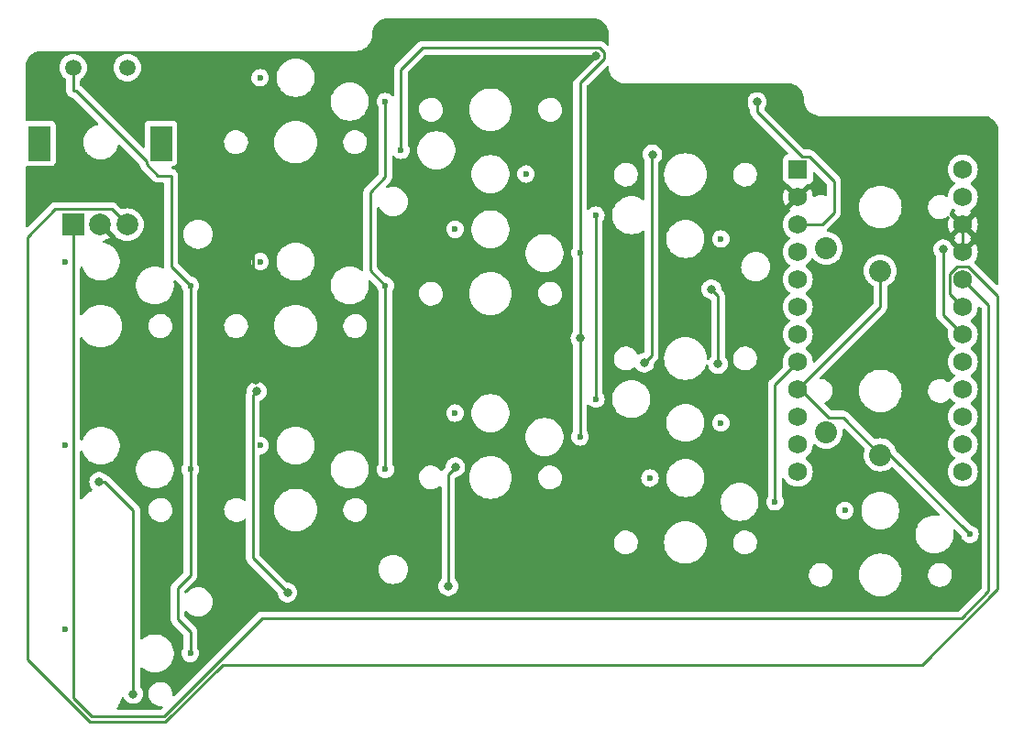
<source format=gbr>
%TF.GenerationSoftware,KiCad,Pcbnew,(7.0.0-0)*%
%TF.CreationDate,2023-06-08T17:12:38+08:00*%
%TF.ProjectId,left,6c656674-2e6b-4696-9361-645f70636258,v1.0.0*%
%TF.SameCoordinates,Original*%
%TF.FileFunction,Copper,L1,Top*%
%TF.FilePolarity,Positive*%
%FSLAX46Y46*%
G04 Gerber Fmt 4.6, Leading zero omitted, Abs format (unit mm)*
G04 Created by KiCad (PCBNEW (7.0.0-0)) date 2023-06-08 17:12:38*
%MOMM*%
%LPD*%
G01*
G04 APERTURE LIST*
%TA.AperFunction,ComponentPad*%
%ADD10C,2.032000*%
%TD*%
%TA.AperFunction,ComponentPad*%
%ADD11R,2.000000X2.000000*%
%TD*%
%TA.AperFunction,ComponentPad*%
%ADD12C,2.000000*%
%TD*%
%TA.AperFunction,ComponentPad*%
%ADD13C,1.500000*%
%TD*%
%TA.AperFunction,ComponentPad*%
%ADD14R,2.000000X3.200000*%
%TD*%
%TA.AperFunction,ComponentPad*%
%ADD15R,1.752600X1.752600*%
%TD*%
%TA.AperFunction,ComponentPad*%
%ADD16C,1.752600*%
%TD*%
%TA.AperFunction,ComponentPad*%
%ADD17C,0.600000*%
%TD*%
%TA.AperFunction,ViaPad*%
%ADD18C,0.800000*%
%TD*%
%TA.AperFunction,Conductor*%
%ADD19C,0.250000*%
%TD*%
G04 APERTURE END LIST*
D10*
%TO.P,S1,1*%
%TO.N,C4_R0D*%
X67000000Y41200000D03*
%TO.P,S1,2*%
%TO.N,C4*%
X72000000Y39100000D03*
%TD*%
%TO.P,S2,1*%
%TO.N,C4_R1D*%
X67000000Y24200000D03*
%TO.P,S2,2*%
%TO.N,C4*%
X72000000Y22100000D03*
%TD*%
D11*
%TO.P,ROT1,A*%
%TO.N,P2*%
X-2539999Y43379999D03*
D12*
%TO.P,ROT1,C*%
%TO.N,GND*%
X-40000Y43380000D03*
%TO.P,ROT1,B*%
%TO.N,P3*%
X2460000Y43380000D03*
D13*
%TO.P,ROT1,1*%
%TO.N,C0*%
X-2540000Y57880000D03*
%TO.P,ROT1,2*%
%TO.N,C0R3D*%
X2460000Y57880000D03*
D14*
%TO.P,ROT1,*%
%TO.N,*%
X-5639999Y50879999D03*
X5559999Y50879999D03*
%TD*%
D15*
%TO.P,MCU1,1*%
%TO.N,RAW*%
X64379999Y48469999D03*
D16*
%TO.P,MCU1,2*%
%TO.N,GND*%
X64380000Y45930000D03*
%TO.P,MCU1,3*%
%TO.N,RST*%
X64380000Y43390000D03*
%TO.P,MCU1,4*%
%TO.N,VCC*%
X64380000Y40850000D03*
%TO.P,MCU1,5*%
%TO.N,C0*%
X64380000Y38310000D03*
%TO.P,MCU1,6*%
%TO.N,C1*%
X64380000Y35770000D03*
%TO.P,MCU1,7*%
%TO.N,C2*%
X64380000Y33230000D03*
%TO.P,MCU1,8*%
%TO.N,C3*%
X64380000Y30690000D03*
%TO.P,MCU1,9*%
%TO.N,C4*%
X64380000Y28150000D03*
%TO.P,MCU1,10*%
%TO.N,C5*%
X64380000Y25610000D03*
%TO.P,MCU1,11*%
%TO.N,C6*%
X64380000Y23070000D03*
%TO.P,MCU1,12*%
%TO.N,P10*%
X64380000Y20530000D03*
%TO.P,MCU1,13*%
%TO.N,P1*%
X79620000Y48470000D03*
%TO.P,MCU1,14*%
%TO.N,P0*%
X79620000Y45930000D03*
%TO.P,MCU1,15*%
%TO.N,GND*%
X79620000Y43390000D03*
%TO.P,MCU1,16*%
X79620000Y40850000D03*
%TO.P,MCU1,17*%
%TO.N,P2*%
X79620000Y38310000D03*
%TO.P,MCU1,18*%
%TO.N,P3*%
X79620000Y35770000D03*
%TO.P,MCU1,19*%
%TO.N,R0*%
X79620000Y33230000D03*
%TO.P,MCU1,20*%
%TO.N,R1*%
X79620000Y30690000D03*
%TO.P,MCU1,21*%
%TO.N,R2*%
X79620000Y28150000D03*
%TO.P,MCU1,22*%
%TO.N,R3*%
X79620000Y25610000D03*
%TO.P,MCU1,23*%
%TO.N,P8*%
X79620000Y23070000D03*
%TO.P,MCU1,24*%
%TO.N,P9*%
X79620000Y20530000D03*
%TD*%
D17*
%TO.P,S3,3*%
%TO.N,C0_R0D*%
X-3275000Y39950000D03*
%TO.P,S3,4*%
%TO.N,C0*%
X8275000Y37750000D03*
%TD*%
%TO.P,S4,3*%
%TO.N,C0_R1D*%
X-3275000Y22950000D03*
%TO.P,S4,4*%
%TO.N,C0*%
X8275000Y20750000D03*
%TD*%
%TO.P,S5,3*%
%TO.N,C0_R2D*%
X-3275000Y5950000D03*
%TO.P,S5,4*%
%TO.N,C0*%
X8275000Y3750000D03*
%TD*%
%TO.P,S6,3*%
%TO.N,C1_R0D*%
X14725000Y56950000D03*
%TO.P,S6,4*%
%TO.N,C1*%
X26275000Y54750000D03*
%TD*%
%TO.P,S7,3*%
%TO.N,C1_R1D*%
X14725000Y39950000D03*
%TO.P,S7,4*%
%TO.N,C1*%
X26275000Y37750000D03*
%TD*%
%TO.P,S8,3*%
%TO.N,C1_R2D*%
X14725000Y22950000D03*
%TO.P,S8,4*%
%TO.N,C1*%
X26275000Y20750000D03*
%TD*%
%TO.P,S9,3*%
%TO.N,C2_R0D*%
X39275000Y48050000D03*
%TO.P,S9,4*%
%TO.N,C2*%
X27725000Y50250000D03*
%TD*%
%TO.P,S10,3*%
%TO.N,C2_R1D*%
X32725000Y42950000D03*
%TO.P,S10,4*%
%TO.N,C2*%
X44275000Y40750000D03*
%TD*%
%TO.P,S11,3*%
%TO.N,C2_R2D*%
X32725000Y25950000D03*
%TO.P,S11,4*%
%TO.N,C2*%
X44275000Y23750000D03*
%TD*%
%TO.P,S12,3*%
%TO.N,C3_R0D*%
X57275000Y42050000D03*
%TO.P,S12,4*%
%TO.N,C3*%
X45725000Y44250000D03*
%TD*%
%TO.P,S13,3*%
%TO.N,C3_R1D*%
X57275000Y25050000D03*
%TO.P,S13,4*%
%TO.N,C3*%
X45725000Y27250000D03*
%TD*%
%TO.P,S14,3*%
%TO.N,C3_R2D*%
X50725000Y19950000D03*
%TO.P,S14,4*%
%TO.N,C3*%
X62275000Y17750000D03*
%TD*%
%TO.P,S15,3*%
%TO.N,C4_R2D*%
X68725000Y16950000D03*
%TO.P,S15,4*%
%TO.N,C4*%
X80275000Y14750000D03*
%TD*%
D18*
%TO.N,R0*%
X77800000Y41100000D03*
%TO.N,R1*%
X-150000Y19600000D03*
X56400000Y37400000D03*
X57000000Y30500000D03*
X3000000Y0D03*
%TO.N,GND*%
X14350000Y29000000D03*
X42800000Y30250000D03*
X45750000Y59000000D03*
X59600000Y55500000D03*
X8400000Y47100000D03*
%TO.N,RAW*%
X50950000Y49850000D03*
X50200000Y30600000D03*
%TO.N,BSLI*%
X17250000Y9350000D03*
X14400000Y27950000D03*
%TO.N,RST*%
X60600000Y54700000D03*
%TO.N,C2*%
X44300000Y32900000D03*
%TO.N,R2*%
X32750000Y20950000D03*
X32100000Y9950000D03*
%TD*%
D19*
%TO.N,C4*%
X72925000Y22100000D02*
X72000000Y22100000D01*
X67225316Y25541000D02*
X68559000Y25541000D01*
X68559000Y25541000D02*
X72000000Y22100000D01*
X72000000Y39100000D02*
X72000000Y35770000D01*
X80275000Y14750000D02*
X72925000Y22100000D01*
X72000000Y35770000D02*
X64380000Y28150000D01*
X64380000Y28150000D02*
X64616316Y28150000D01*
X64616316Y28150000D02*
X67225316Y25541000D01*
%TO.N,R0*%
X77800000Y35050000D02*
X79620000Y33230000D01*
X77800000Y41100000D02*
X77800000Y35050000D01*
%TO.N,R1*%
X354999Y19600000D02*
X3000000Y16954999D01*
X57000000Y36800000D02*
X56400000Y37400000D01*
X-150000Y19600000D02*
X354999Y19600000D01*
X57000000Y30500000D02*
X57000000Y36800000D01*
X3000000Y16954999D02*
X3000000Y0D01*
%TO.N,C0*%
X7100000Y9800000D02*
X7100000Y6900000D01*
X4235000Y49204518D02*
X4235000Y48955000D01*
X6500000Y47900000D02*
X5290000Y47900000D01*
X-2290482Y55730000D02*
X4235000Y49204518D01*
X7100000Y6900000D02*
X8275000Y5725000D01*
X8275000Y37750000D02*
X6500000Y39525000D01*
X8275000Y20750000D02*
X8275000Y37750000D01*
X8275000Y10975000D02*
X7100000Y9800000D01*
X6500000Y39525000D02*
X6500000Y47900000D01*
X-2540000Y55730000D02*
X-2540000Y57880000D01*
X8275000Y20750000D02*
X8275000Y10975000D01*
X4235000Y48955000D02*
X5290000Y47900000D01*
X-2540000Y55730000D02*
X-2290482Y55730000D01*
X8275000Y5725000D02*
X8275000Y3750000D01*
%TO.N,P2*%
X82000000Y9500000D02*
X82000000Y35930000D01*
X79475000Y6975000D02*
X82000000Y9500000D01*
X5810500Y-2089500D02*
X14875000Y6975000D01*
X-2540000Y43380000D02*
X-2540000Y-414999D01*
X82000000Y35930000D02*
X79620000Y38310000D01*
X-2540000Y-414999D02*
X-865499Y-2089500D01*
X14875000Y6975000D02*
X79475000Y6975000D01*
X-865499Y-2089500D02*
X5810500Y-2089500D01*
%TO.N,P3*%
X82800000Y9663604D02*
X75836396Y2700000D01*
X78418700Y38807595D02*
X79122405Y39511300D01*
X79620000Y35770000D02*
X78418700Y36971300D01*
X82800000Y36828895D02*
X82800000Y9663604D01*
X-6800000Y3208605D02*
X-6800000Y42200000D01*
X1040000Y44800000D02*
X2460000Y43380000D01*
X78418700Y36971300D02*
X78418700Y38807595D01*
X-991395Y-2600000D02*
X-6800000Y3208605D01*
X-4200000Y44800000D02*
X1040000Y44800000D01*
X80117595Y39511300D02*
X82800000Y36828895D01*
X75836396Y2700000D02*
X11236396Y2700000D01*
X-6800000Y42200000D02*
X-4200000Y44800000D01*
X5936396Y-2600000D02*
X-991395Y-2600000D01*
X11236396Y2700000D02*
X5936396Y-2600000D01*
X79122405Y39511300D02*
X80117595Y39511300D01*
%TO.N,GND*%
X14100000Y29250000D02*
X14100000Y41350000D01*
X64380000Y45930000D02*
X59600000Y50710000D01*
X45750000Y59000000D02*
X42875000Y56125000D01*
X14350000Y29000000D02*
X14100000Y29250000D01*
X42875000Y30275000D02*
X42850000Y30250000D01*
X59600000Y50710000D02*
X59600000Y55500000D01*
X79620000Y43390000D02*
X79620000Y40850000D01*
X42875000Y56125000D02*
X42875000Y30275000D01*
X14100000Y41350000D02*
X8400000Y47050000D01*
%TO.N,RAW*%
X50875000Y31275000D02*
X50875000Y49825000D01*
X50200000Y30600000D02*
X50875000Y31275000D01*
X50875000Y49825000D02*
X50900000Y49850000D01*
%TO.N,BSLI*%
X14050000Y27600000D02*
X14050000Y12550000D01*
X14050000Y12550000D02*
X17250000Y9350000D01*
X14400000Y27950000D02*
X14050000Y27600000D01*
%TO.N,RST*%
X67725900Y44492216D02*
X66623684Y43390000D01*
X66623684Y43390000D02*
X64380000Y43390000D01*
X64742735Y49671300D02*
X65428700Y49671300D01*
X67725900Y47374100D02*
X67725900Y44492216D01*
X60600000Y54700000D02*
X60600000Y53814035D01*
X60600000Y53814035D02*
X64742735Y49671300D01*
X65428700Y49671300D02*
X67725900Y47374100D01*
%TO.N,C1*%
X26275000Y37750000D02*
X26275000Y20750000D01*
X24900000Y39125000D02*
X26275000Y37750000D01*
X26275000Y54750000D02*
X26275000Y47775000D01*
X24900000Y46400000D02*
X24900000Y39125000D01*
X26275000Y47775000D02*
X24900000Y46400000D01*
%TO.N,C2*%
X29725000Y59725000D02*
X27725000Y57725000D01*
X27725000Y57725000D02*
X27725000Y50250000D01*
X44275000Y32875000D02*
X44300000Y32900000D01*
X44275000Y56499695D02*
X46475000Y58699695D01*
X44300000Y32900000D02*
X44275000Y32925000D01*
X44275000Y40750000D02*
X44275000Y56499695D01*
X46050305Y59725000D02*
X29725000Y59725000D01*
X44275000Y23750000D02*
X44275000Y32875000D01*
X44275000Y32925000D02*
X44275000Y40750000D01*
X46475000Y59300305D02*
X46050305Y59725000D01*
X46475000Y58699695D02*
X46475000Y59300305D01*
%TO.N,C3*%
X62275000Y28585000D02*
X64380000Y30690000D01*
X62275000Y17750000D02*
X62275000Y28585000D01*
X45725000Y44250000D02*
X45725000Y27250000D01*
%TO.N,R2*%
X32100000Y20300000D02*
X32100000Y9950000D01*
X32750000Y20950000D02*
X32100000Y20300000D01*
%TD*%
%TA.AperFunction,Conductor*%
%TO.N,GND*%
G36*
X45514854Y62424118D02*
G01*
X45721549Y62407850D01*
X45740767Y62404806D01*
X45937618Y62357546D01*
X45956123Y62351533D01*
X46143152Y62274064D01*
X46160490Y62265230D01*
X46333099Y62159455D01*
X46348841Y62148018D01*
X46502782Y62016540D01*
X46516540Y62002782D01*
X46648018Y61848841D01*
X46659455Y61833099D01*
X46765230Y61660490D01*
X46774064Y61643152D01*
X46851533Y61456123D01*
X46857546Y61437618D01*
X46904806Y61240767D01*
X46907850Y61221549D01*
X46924118Y61014854D01*
X46924500Y61005125D01*
X46924500Y60046071D01*
X46910985Y59989776D01*
X46873385Y59945753D01*
X46819898Y59923598D01*
X46762182Y59928140D01*
X46712821Y59958387D01*
X46553981Y60117227D01*
X46546407Y60125552D01*
X46542305Y60132018D01*
X46492601Y60178691D01*
X46489900Y60181308D01*
X46470075Y60201135D01*
X46466818Y60203660D01*
X46457929Y60211251D01*
X46425626Y60241586D01*
X46407730Y60251423D01*
X46391482Y60262096D01*
X46375346Y60274614D01*
X46334669Y60292215D01*
X46324189Y60297350D01*
X46306551Y60307047D01*
X46285365Y60318695D01*
X46265578Y60323774D01*
X46247190Y60330070D01*
X46228450Y60338181D01*
X46184681Y60345112D01*
X46173247Y60347481D01*
X46130335Y60358500D01*
X46122534Y60358500D01*
X46109920Y60358500D01*
X46090522Y60360027D01*
X46090277Y60360065D01*
X46070362Y60363220D01*
X46032545Y60359645D01*
X46026247Y60359050D01*
X46014578Y60358500D01*
X29803846Y60358500D01*
X29792562Y60359031D01*
X29785091Y60360702D01*
X29716983Y60358561D01*
X29713087Y60358500D01*
X29685144Y60358500D01*
X29681041Y60357981D01*
X29669390Y60357064D01*
X29625110Y60355673D01*
X29617622Y60353497D01*
X29617619Y60353497D01*
X29610385Y60351394D01*
X29605513Y60349979D01*
X29586452Y60346031D01*
X29566203Y60343474D01*
X29558952Y60340603D01*
X29525005Y60327162D01*
X29513949Y60323377D01*
X29471407Y60311018D01*
X29453824Y60300619D01*
X29436371Y60292070D01*
X29417383Y60284552D01*
X29381530Y60258503D01*
X29371779Y60252098D01*
X29333638Y60229542D01*
X29328120Y60224024D01*
X29319203Y60215107D01*
X29304407Y60202470D01*
X29287893Y60190472D01*
X29282920Y60184460D01*
X29282916Y60184457D01*
X29259643Y60156325D01*
X29251781Y60147685D01*
X27332792Y58228697D01*
X27324444Y58221100D01*
X27317982Y58217000D01*
X27312642Y58211314D01*
X27312640Y58211312D01*
X27271340Y58167331D01*
X27268629Y58164534D01*
X27248865Y58144770D01*
X27246474Y58141689D01*
X27246473Y58141687D01*
X27246317Y58141486D01*
X27238746Y58132624D01*
X27213754Y58106009D01*
X27213749Y58106003D01*
X27208414Y58100321D01*
X27204658Y58093488D01*
X27204653Y58093482D01*
X27198576Y58082429D01*
X27187899Y58066174D01*
X27180170Y58056209D01*
X27175386Y58050041D01*
X27160160Y58014854D01*
X27157789Y58009376D01*
X27152649Y57998885D01*
X27131305Y57960060D01*
X27129365Y57952504D01*
X27126228Y57940286D01*
X27119926Y57921881D01*
X27114918Y57910309D01*
X27114915Y57910301D01*
X27111819Y57903145D01*
X27110598Y57895440D01*
X27110598Y57895438D01*
X27104887Y57859381D01*
X27102521Y57847955D01*
X27091500Y57805030D01*
X27091500Y57797228D01*
X27091500Y57784615D01*
X27089973Y57765217D01*
X27086780Y57745057D01*
X27087514Y57737291D01*
X27087514Y57737288D01*
X27090950Y57700942D01*
X27091500Y57689273D01*
X27091500Y55376254D01*
X27077985Y55319959D01*
X27040385Y55275936D01*
X26986898Y55253781D01*
X26929182Y55258323D01*
X26879819Y55288573D01*
X26838826Y55329566D01*
X26782281Y55386111D01*
X26628015Y55483043D01*
X26456047Y55543217D01*
X26275000Y55563616D01*
X26093953Y55543217D01*
X25921985Y55483043D01*
X25767719Y55386111D01*
X25638889Y55257281D01*
X25635181Y55251380D01*
X25554337Y55122717D01*
X25541957Y55103015D01*
X25539659Y55096449D01*
X25539658Y55096446D01*
X25484083Y54937621D01*
X25481783Y54931047D01*
X25481003Y54924130D01*
X25481002Y54924123D01*
X25462164Y54756923D01*
X25461384Y54750000D01*
X25462164Y54743077D01*
X25481002Y54575876D01*
X25481003Y54575867D01*
X25481783Y54568953D01*
X25484081Y54562383D01*
X25484083Y54562378D01*
X25539658Y54403553D01*
X25539660Y54403547D01*
X25541957Y54396985D01*
X25545656Y54391097D01*
X25545659Y54391092D01*
X25622494Y54268811D01*
X25641500Y54202839D01*
X25641500Y48088766D01*
X25632061Y48041313D01*
X25605181Y48001085D01*
X25056270Y47452175D01*
X24507792Y46903697D01*
X24499444Y46896100D01*
X24492982Y46892000D01*
X24487642Y46886314D01*
X24487640Y46886312D01*
X24446340Y46842331D01*
X24443629Y46839534D01*
X24423865Y46819770D01*
X24421474Y46816689D01*
X24421473Y46816687D01*
X24421317Y46816486D01*
X24413746Y46807624D01*
X24388754Y46781009D01*
X24388749Y46781003D01*
X24383414Y46775321D01*
X24379658Y46768488D01*
X24379653Y46768482D01*
X24373576Y46757429D01*
X24362899Y46741174D01*
X24355170Y46731209D01*
X24350386Y46725041D01*
X24339088Y46698933D01*
X24332789Y46684376D01*
X24327649Y46673884D01*
X24317061Y46654624D01*
X24306305Y46635060D01*
X24304365Y46627504D01*
X24301228Y46615286D01*
X24294926Y46596881D01*
X24289918Y46585309D01*
X24289915Y46585301D01*
X24286819Y46578145D01*
X24285598Y46570440D01*
X24285598Y46570438D01*
X24279887Y46534381D01*
X24277521Y46522955D01*
X24266500Y46480030D01*
X24266500Y46472228D01*
X24266500Y46459615D01*
X24264973Y46440217D01*
X24261780Y46420057D01*
X24262514Y46412291D01*
X24262514Y46412288D01*
X24265950Y46375942D01*
X24266500Y46364273D01*
X24266500Y39236462D01*
X24247494Y39170490D01*
X24196302Y39124742D01*
X24128617Y39113242D01*
X24065187Y39139515D01*
X24054773Y39147820D01*
X23988857Y39200386D01*
X23761643Y39331568D01*
X23517416Y39427420D01*
X23261630Y39485802D01*
X23065494Y39500500D01*
X22934506Y39500500D01*
X22738370Y39485802D01*
X22482584Y39427420D01*
X22238357Y39331568D01*
X22011143Y39200386D01*
X21806019Y39036805D01*
X21627567Y38844479D01*
X21479772Y38627704D01*
X21477756Y38623519D01*
X21477756Y38623518D01*
X21399735Y38461505D01*
X21365937Y38391323D01*
X21364573Y38386901D01*
X21364569Y38386891D01*
X21289971Y38145048D01*
X21288604Y38140615D01*
X21287913Y38136035D01*
X21287912Y38136028D01*
X21250190Y37885765D01*
X21250189Y37885754D01*
X21249500Y37881182D01*
X21249500Y37618818D01*
X21250189Y37614246D01*
X21250190Y37614234D01*
X21287912Y37363971D01*
X21287914Y37363961D01*
X21288604Y37359385D01*
X21289968Y37354959D01*
X21289971Y37354951D01*
X21364569Y37113108D01*
X21364574Y37113093D01*
X21365937Y37108677D01*
X21367944Y37104508D01*
X21367949Y37104497D01*
X21477756Y36876481D01*
X21477759Y36876474D01*
X21479772Y36872296D01*
X21482385Y36868463D01*
X21482387Y36868460D01*
X21574863Y36732823D01*
X21627567Y36655521D01*
X21630713Y36652129D01*
X21630719Y36652123D01*
X21802863Y36466596D01*
X21806019Y36463195D01*
X21809641Y36460306D01*
X21809646Y36460302D01*
X22007516Y36302506D01*
X22007519Y36302503D01*
X22011143Y36299614D01*
X22015159Y36297295D01*
X22015161Y36297294D01*
X22234335Y36170753D01*
X22234346Y36170747D01*
X22238357Y36168432D01*
X22242670Y36166739D01*
X22242681Y36166734D01*
X22478261Y36074276D01*
X22478268Y36074273D01*
X22482584Y36072580D01*
X22487102Y36071548D01*
X22487108Y36071547D01*
X22733850Y36015229D01*
X22733858Y36015227D01*
X22738370Y36014198D01*
X22742989Y36013851D01*
X22742995Y36013851D01*
X22932191Y35999673D01*
X22932203Y35999672D01*
X22934506Y35999500D01*
X23063177Y35999500D01*
X23065494Y35999500D01*
X23067797Y35999672D01*
X23067808Y35999673D01*
X23257004Y36013851D01*
X23257008Y36013851D01*
X23261630Y36014198D01*
X23266143Y36015228D01*
X23266149Y36015229D01*
X23512891Y36071547D01*
X23512893Y36071547D01*
X23517416Y36072580D01*
X23521734Y36074275D01*
X23521738Y36074276D01*
X23757318Y36166734D01*
X23757324Y36166737D01*
X23761643Y36168432D01*
X23765658Y36170750D01*
X23765664Y36170753D01*
X23955357Y36280273D01*
X23988857Y36299614D01*
X24193981Y36463195D01*
X24372433Y36655521D01*
X24520228Y36872296D01*
X24634063Y37108677D01*
X24644900Y37143808D01*
X24688305Y37284527D01*
X24711396Y37359385D01*
X24750500Y37618818D01*
X24750500Y37881182D01*
X24718384Y38094252D01*
X24724583Y38155433D01*
X24759414Y38206114D01*
X24814311Y38233827D01*
X24875772Y38231758D01*
X24928680Y38200414D01*
X25441151Y37687943D01*
X25465190Y37654065D01*
X25476690Y37614148D01*
X25481003Y37575868D01*
X25481004Y37575861D01*
X25481783Y37568953D01*
X25484080Y37562386D01*
X25484081Y37562385D01*
X25539658Y37403553D01*
X25539660Y37403547D01*
X25541957Y37396985D01*
X25545656Y37391097D01*
X25545659Y37391092D01*
X25622494Y37268811D01*
X25641500Y37202839D01*
X25641500Y21297161D01*
X25622494Y21231189D01*
X25565151Y21139928D01*
X25541957Y21103015D01*
X25539659Y21096449D01*
X25539658Y21096446D01*
X25491089Y20957642D01*
X25481783Y20931047D01*
X25481003Y20924130D01*
X25481002Y20924123D01*
X25466548Y20795836D01*
X25461384Y20750000D01*
X25462164Y20743077D01*
X25481002Y20575876D01*
X25481003Y20575867D01*
X25481783Y20568953D01*
X25484081Y20562383D01*
X25484083Y20562378D01*
X25539658Y20403553D01*
X25539660Y20403547D01*
X25541957Y20396985D01*
X25545656Y20391097D01*
X25545659Y20391092D01*
X25635181Y20248619D01*
X25635184Y20248614D01*
X25638889Y20242719D01*
X25643813Y20237794D01*
X25643817Y20237790D01*
X25762790Y20118817D01*
X25762794Y20118813D01*
X25767719Y20113889D01*
X25773614Y20110184D01*
X25773619Y20110181D01*
X25916092Y20020659D01*
X25916097Y20020656D01*
X25921985Y20016957D01*
X25928547Y20014660D01*
X25928553Y20014658D01*
X26087378Y19959083D01*
X26087383Y19959081D01*
X26093953Y19956783D01*
X26100867Y19956003D01*
X26100876Y19956002D01*
X26268077Y19937164D01*
X26275000Y19936384D01*
X26281923Y19937164D01*
X26449123Y19956002D01*
X26449130Y19956003D01*
X26456047Y19956783D01*
X26462618Y19959082D01*
X26462621Y19959083D01*
X26621446Y20014658D01*
X26621449Y20014659D01*
X26628015Y20016957D01*
X26668005Y20042084D01*
X26684813Y20052645D01*
X29394843Y20052645D01*
X29395123Y20046760D01*
X29395123Y20046753D01*
X29404571Y19848438D01*
X29404852Y19842541D01*
X29406243Y19836803D01*
X29406244Y19836803D01*
X29450222Y19655521D01*
X29454442Y19638129D01*
X29456893Y19632760D01*
X29456897Y19632751D01*
X29539363Y19452175D01*
X29539367Y19452166D01*
X29541821Y19446795D01*
X29545247Y19441983D01*
X29545251Y19441977D01*
X29660400Y19280273D01*
X29660404Y19280267D01*
X29663831Y19275456D01*
X29668104Y19271381D01*
X29668109Y19271376D01*
X29799554Y19146044D01*
X29816063Y19130303D01*
X29821026Y19127113D01*
X29821028Y19127112D01*
X29988043Y19019778D01*
X29988048Y19019775D01*
X29993014Y19016584D01*
X29998498Y19014388D01*
X29998501Y19014387D01*
X30182799Y18940604D01*
X30182803Y18940602D01*
X30188288Y18938407D01*
X30194088Y18937289D01*
X30194092Y18937288D01*
X30389031Y18899717D01*
X30389035Y18899716D01*
X30394829Y18898600D01*
X30549514Y18898600D01*
X30552468Y18898600D01*
X30555397Y18898879D01*
X30555403Y18898880D01*
X30703508Y18913022D01*
X30703512Y18913022D01*
X30709389Y18913584D01*
X30715058Y18915248D01*
X30715060Y18915249D01*
X30905545Y18971180D01*
X30905548Y18971181D01*
X30911211Y18972844D01*
X30962916Y18999500D01*
X31092920Y19066522D01*
X31092923Y19066524D01*
X31098170Y19069229D01*
X31263510Y19199253D01*
X31264402Y19198117D01*
X31306439Y19222653D01*
X31363649Y19226195D01*
X31416339Y19203630D01*
X31453252Y19159779D01*
X31466500Y19104012D01*
X31466500Y10651757D01*
X31458264Y10607319D01*
X31434650Y10568785D01*
X31360960Y10486944D01*
X31357712Y10481318D01*
X31357711Y10481317D01*
X31289593Y10363333D01*
X31265473Y10321556D01*
X31263466Y10315379D01*
X31263465Y10315377D01*
X31208465Y10146107D01*
X31208463Y10146100D01*
X31206458Y10139928D01*
X31205779Y10133475D01*
X31205778Y10133467D01*
X31193263Y10014387D01*
X31186496Y9950000D01*
X31187175Y9943540D01*
X31205778Y9766532D01*
X31205780Y9766522D01*
X31206458Y9760072D01*
X31208463Y9753901D01*
X31208465Y9753892D01*
X31263465Y9584622D01*
X31263467Y9584616D01*
X31265473Y9578444D01*
X31268718Y9572822D01*
X31268721Y9572817D01*
X31357711Y9418682D01*
X31357714Y9418676D01*
X31360960Y9413056D01*
X31365306Y9408228D01*
X31365307Y9408228D01*
X31484400Y9275961D01*
X31484403Y9275957D01*
X31488747Y9271134D01*
X31493991Y9267323D01*
X31494000Y9267316D01*
X31637993Y9162699D01*
X31637999Y9162695D01*
X31643248Y9158882D01*
X31649174Y9156243D01*
X31649182Y9156239D01*
X31811773Y9083849D01*
X31811782Y9083845D01*
X31817712Y9081206D01*
X31824061Y9079856D01*
X31824072Y9079853D01*
X31998150Y9042852D01*
X31998154Y9042851D01*
X32004513Y9041500D01*
X32188984Y9041500D01*
X32195487Y9041500D01*
X32201846Y9042851D01*
X32201849Y9042852D01*
X32375927Y9079853D01*
X32375935Y9079855D01*
X32382288Y9081206D01*
X32388219Y9083846D01*
X32388226Y9083849D01*
X32550817Y9156239D01*
X32550821Y9156241D01*
X32556752Y9158882D01*
X32562006Y9162699D01*
X32705999Y9267316D01*
X32706003Y9267319D01*
X32711253Y9271134D01*
X32839040Y9413056D01*
X32934527Y9578444D01*
X32993542Y9760072D01*
X33013504Y9950000D01*
X32993542Y10139928D01*
X32934527Y10321556D01*
X32839040Y10486944D01*
X32765349Y10568785D01*
X32741736Y10607319D01*
X32733500Y10651757D01*
X32733500Y11052645D01*
X65394843Y11052645D01*
X65395123Y11046760D01*
X65395123Y11046753D01*
X65404571Y10848438D01*
X65404852Y10842541D01*
X65406243Y10836803D01*
X65406244Y10836803D01*
X65451135Y10651757D01*
X65454442Y10638129D01*
X65456893Y10632760D01*
X65456897Y10632751D01*
X65539363Y10452175D01*
X65539367Y10452166D01*
X65541821Y10446795D01*
X65545247Y10441983D01*
X65545251Y10441977D01*
X65660400Y10280273D01*
X65660404Y10280267D01*
X65663831Y10275456D01*
X65668104Y10271381D01*
X65668109Y10271376D01*
X65811791Y10134376D01*
X65816063Y10130303D01*
X65821026Y10127113D01*
X65821028Y10127112D01*
X65988043Y10019778D01*
X65988048Y10019775D01*
X65993014Y10016584D01*
X65998498Y10014388D01*
X65998501Y10014387D01*
X66182799Y9940604D01*
X66182803Y9940602D01*
X66188288Y9938407D01*
X66194088Y9937289D01*
X66194092Y9937288D01*
X66389031Y9899717D01*
X66389035Y9899716D01*
X66394829Y9898600D01*
X66549514Y9898600D01*
X66552468Y9898600D01*
X66555397Y9898879D01*
X66555403Y9898880D01*
X66703508Y9913022D01*
X66703512Y9913022D01*
X66709389Y9913584D01*
X66715058Y9915248D01*
X66715060Y9915249D01*
X66905545Y9971180D01*
X66905548Y9971181D01*
X66911211Y9972844D01*
X66916460Y9975550D01*
X67092920Y10066522D01*
X67092923Y10066524D01*
X67098170Y10069229D01*
X67219273Y10164465D01*
X67258864Y10195599D01*
X67258866Y10195601D01*
X67263510Y10199253D01*
X67369486Y10321556D01*
X67397388Y10353756D01*
X67397388Y10353757D01*
X67401255Y10358219D01*
X67506426Y10540381D01*
X67575222Y10739154D01*
X67605157Y10947355D01*
X67602649Y11000000D01*
X70029981Y11000000D01*
X70030297Y10995582D01*
X70049716Y10724059D01*
X70049717Y10724048D01*
X70050033Y10719637D01*
X70050973Y10715314D01*
X70050975Y10715303D01*
X70106862Y10458399D01*
X70109781Y10444982D01*
X70111323Y10440845D01*
X70111326Y10440838D01*
X70206460Y10185773D01*
X70206464Y10185762D01*
X70208008Y10181625D01*
X70210125Y10177747D01*
X70210131Y10177735D01*
X70340588Y9938821D01*
X70340592Y9938813D01*
X70342715Y9934927D01*
X70345372Y9931377D01*
X70345375Y9931373D01*
X70508500Y9713463D01*
X70508505Y9713456D01*
X70511159Y9709912D01*
X70514289Y9706781D01*
X70514296Y9706774D01*
X70706774Y9514296D01*
X70706781Y9514289D01*
X70709912Y9511159D01*
X70713456Y9508505D01*
X70713463Y9508500D01*
X70931373Y9345375D01*
X70931377Y9345372D01*
X70934927Y9342715D01*
X70938813Y9340592D01*
X70938821Y9340588D01*
X71177735Y9210131D01*
X71177747Y9210125D01*
X71181625Y9208008D01*
X71185762Y9206464D01*
X71185773Y9206460D01*
X71440838Y9111326D01*
X71440845Y9111323D01*
X71444982Y9109781D01*
X71449305Y9108840D01*
X71449307Y9108840D01*
X71715303Y9050975D01*
X71715314Y9050973D01*
X71719637Y9050033D01*
X71724048Y9049717D01*
X71724059Y9049716D01*
X71927614Y9035158D01*
X71927617Y9035157D01*
X71929825Y9035000D01*
X72067960Y9035000D01*
X72070175Y9035000D01*
X72072383Y9035157D01*
X72072385Y9035158D01*
X72275940Y9049716D01*
X72275949Y9049717D01*
X72280363Y9050033D01*
X72284687Y9050973D01*
X72284696Y9050975D01*
X72550692Y9108840D01*
X72555018Y9109781D01*
X72559157Y9111325D01*
X72559161Y9111326D01*
X72814226Y9206460D01*
X72814232Y9206462D01*
X72818375Y9208008D01*
X72822257Y9210128D01*
X72822264Y9210131D01*
X73061178Y9340588D01*
X73061179Y9340589D01*
X73065073Y9342715D01*
X73290088Y9511159D01*
X73488841Y9709912D01*
X73657285Y9934927D01*
X73774113Y10148882D01*
X73789868Y10177735D01*
X73789868Y10177736D01*
X73791992Y10181625D01*
X73890219Y10444982D01*
X73949967Y10719637D01*
X73970019Y11000000D01*
X73966254Y11052645D01*
X76394843Y11052645D01*
X76395123Y11046760D01*
X76395123Y11046753D01*
X76404571Y10848438D01*
X76404852Y10842541D01*
X76406243Y10836803D01*
X76406244Y10836803D01*
X76451135Y10651757D01*
X76454442Y10638129D01*
X76456893Y10632760D01*
X76456897Y10632751D01*
X76539363Y10452175D01*
X76539367Y10452166D01*
X76541821Y10446795D01*
X76545247Y10441983D01*
X76545251Y10441977D01*
X76660400Y10280273D01*
X76660404Y10280267D01*
X76663831Y10275456D01*
X76668104Y10271381D01*
X76668109Y10271376D01*
X76811791Y10134376D01*
X76816063Y10130303D01*
X76821026Y10127113D01*
X76821028Y10127112D01*
X76988043Y10019778D01*
X76988048Y10019775D01*
X76993014Y10016584D01*
X76998498Y10014388D01*
X76998501Y10014387D01*
X77182799Y9940604D01*
X77182803Y9940602D01*
X77188288Y9938407D01*
X77194088Y9937289D01*
X77194092Y9937288D01*
X77389031Y9899717D01*
X77389035Y9899716D01*
X77394829Y9898600D01*
X77549514Y9898600D01*
X77552468Y9898600D01*
X77555397Y9898879D01*
X77555403Y9898880D01*
X77703508Y9913022D01*
X77703512Y9913022D01*
X77709389Y9913584D01*
X77715058Y9915248D01*
X77715060Y9915249D01*
X77905545Y9971180D01*
X77905548Y9971181D01*
X77911211Y9972844D01*
X77916460Y9975550D01*
X78092920Y10066522D01*
X78092923Y10066524D01*
X78098170Y10069229D01*
X78219273Y10164465D01*
X78258864Y10195599D01*
X78258866Y10195601D01*
X78263510Y10199253D01*
X78369486Y10321556D01*
X78397388Y10353756D01*
X78397388Y10353757D01*
X78401255Y10358219D01*
X78506426Y10540381D01*
X78575222Y10739154D01*
X78605157Y10947355D01*
X78595148Y11157459D01*
X78545558Y11361871D01*
X78458179Y11553205D01*
X78336169Y11724544D01*
X78183937Y11869697D01*
X78006986Y11983416D01*
X77811712Y12061593D01*
X77605171Y12101400D01*
X77447532Y12101400D01*
X77290611Y12086416D01*
X77088789Y12027156D01*
X76901830Y11930771D01*
X76736490Y11800747D01*
X76732621Y11796282D01*
X76670460Y11724544D01*
X76598745Y11641781D01*
X76493574Y11459619D01*
X76491641Y11454035D01*
X76491639Y11454030D01*
X76426709Y11266427D01*
X76426707Y11266421D01*
X76424778Y11260846D01*
X76423938Y11255007D01*
X76423937Y11255001D01*
X76395682Y11058484D01*
X76395681Y11058478D01*
X76394843Y11052645D01*
X73966254Y11052645D01*
X73949967Y11280363D01*
X73890219Y11555018D01*
X73791992Y11818375D01*
X73657285Y12065073D01*
X73488841Y12290088D01*
X73290088Y12488841D01*
X73065073Y12657285D01*
X72818375Y12791992D01*
X72555018Y12890219D01*
X72280363Y12949967D01*
X72070175Y12965000D01*
X71929825Y12965000D01*
X71719637Y12949967D01*
X71444982Y12890219D01*
X71181625Y12791992D01*
X71177736Y12789868D01*
X71177735Y12789868D01*
X71116768Y12756577D01*
X70934927Y12657285D01*
X70709912Y12488841D01*
X70511159Y12290088D01*
X70342715Y12065073D01*
X70340589Y12061179D01*
X70340588Y12061178D01*
X70210131Y11822264D01*
X70210128Y11822257D01*
X70208008Y11818375D01*
X70206462Y11814232D01*
X70206460Y11814226D01*
X70143806Y11646243D01*
X70109781Y11555018D01*
X70108840Y11550692D01*
X70050975Y11284696D01*
X70050973Y11284687D01*
X70050033Y11280363D01*
X70049717Y11275949D01*
X70049716Y11275940D01*
X70040821Y11151561D01*
X70029981Y11000000D01*
X67602649Y11000000D01*
X67595148Y11157459D01*
X67545558Y11361871D01*
X67458179Y11553205D01*
X67336169Y11724544D01*
X67183937Y11869697D01*
X67006986Y11983416D01*
X66811712Y12061593D01*
X66605171Y12101400D01*
X66447532Y12101400D01*
X66290611Y12086416D01*
X66088789Y12027156D01*
X65901830Y11930771D01*
X65736490Y11800747D01*
X65732621Y11796282D01*
X65670460Y11724544D01*
X65598745Y11641781D01*
X65493574Y11459619D01*
X65491641Y11454035D01*
X65491639Y11454030D01*
X65426709Y11266427D01*
X65426707Y11266421D01*
X65424778Y11260846D01*
X65423938Y11255007D01*
X65423937Y11255001D01*
X65395682Y11058484D01*
X65395681Y11058478D01*
X65394843Y11052645D01*
X32733500Y11052645D01*
X32733500Y14052645D01*
X47394843Y14052645D01*
X47395123Y14046760D01*
X47395123Y14046753D01*
X47403617Y13868460D01*
X47404852Y13842541D01*
X47406243Y13836803D01*
X47406244Y13836803D01*
X47450222Y13655521D01*
X47454442Y13638129D01*
X47456893Y13632760D01*
X47456897Y13632751D01*
X47539363Y13452175D01*
X47539367Y13452166D01*
X47541821Y13446795D01*
X47545247Y13441983D01*
X47545251Y13441977D01*
X47660400Y13280273D01*
X47660404Y13280267D01*
X47663831Y13275456D01*
X47668104Y13271381D01*
X47668109Y13271376D01*
X47773640Y13170753D01*
X47816063Y13130303D01*
X47821026Y13127113D01*
X47821028Y13127112D01*
X47988043Y13019778D01*
X47988048Y13019775D01*
X47993014Y13016584D01*
X47998498Y13014388D01*
X47998501Y13014387D01*
X48182799Y12940604D01*
X48182803Y12940602D01*
X48188288Y12938407D01*
X48194088Y12937289D01*
X48194092Y12937288D01*
X48389031Y12899717D01*
X48389035Y12899716D01*
X48394829Y12898600D01*
X48549514Y12898600D01*
X48552468Y12898600D01*
X48555397Y12898879D01*
X48555403Y12898880D01*
X48703508Y12913022D01*
X48703512Y12913022D01*
X48709389Y12913584D01*
X48715058Y12915248D01*
X48715060Y12915249D01*
X48905545Y12971180D01*
X48905548Y12971181D01*
X48911211Y12972844D01*
X48962916Y12999500D01*
X49092920Y13066522D01*
X49092923Y13066524D01*
X49098170Y13069229D01*
X49193723Y13144372D01*
X49258864Y13195599D01*
X49258866Y13195601D01*
X49263510Y13199253D01*
X49348463Y13297294D01*
X49397388Y13353756D01*
X49397388Y13353757D01*
X49401255Y13358219D01*
X49506426Y13540381D01*
X49575222Y13739154D01*
X49605157Y13947355D01*
X49602649Y14000000D01*
X52029981Y14000000D01*
X52030297Y13995582D01*
X52049716Y13724059D01*
X52049717Y13724048D01*
X52050033Y13719637D01*
X52050973Y13715314D01*
X52050975Y13715303D01*
X52087812Y13545969D01*
X52109781Y13444982D01*
X52111323Y13440845D01*
X52111326Y13440838D01*
X52206460Y13185773D01*
X52206464Y13185762D01*
X52208008Y13181625D01*
X52210125Y13177747D01*
X52210131Y13177735D01*
X52340588Y12938821D01*
X52340592Y12938813D01*
X52342715Y12934927D01*
X52345372Y12931377D01*
X52345375Y12931373D01*
X52508500Y12713463D01*
X52508505Y12713456D01*
X52511159Y12709912D01*
X52514289Y12706781D01*
X52514296Y12706774D01*
X52706774Y12514296D01*
X52706781Y12514289D01*
X52709912Y12511159D01*
X52713456Y12508505D01*
X52713463Y12508500D01*
X52931373Y12345375D01*
X52931377Y12345372D01*
X52934927Y12342715D01*
X52938813Y12340592D01*
X52938821Y12340588D01*
X53177735Y12210131D01*
X53177747Y12210125D01*
X53181625Y12208008D01*
X53185762Y12206464D01*
X53185773Y12206460D01*
X53440838Y12111326D01*
X53440845Y12111323D01*
X53444982Y12109781D01*
X53449305Y12108840D01*
X53449307Y12108840D01*
X53715303Y12050975D01*
X53715314Y12050973D01*
X53719637Y12050033D01*
X53724048Y12049717D01*
X53724059Y12049716D01*
X53927614Y12035158D01*
X53927617Y12035157D01*
X53929825Y12035000D01*
X54067960Y12035000D01*
X54070175Y12035000D01*
X54072383Y12035157D01*
X54072385Y12035158D01*
X54275940Y12049716D01*
X54275949Y12049717D01*
X54280363Y12050033D01*
X54284687Y12050973D01*
X54284696Y12050975D01*
X54550692Y12108840D01*
X54555018Y12109781D01*
X54559157Y12111325D01*
X54559161Y12111326D01*
X54814226Y12206460D01*
X54814232Y12206462D01*
X54818375Y12208008D01*
X54822257Y12210128D01*
X54822264Y12210131D01*
X55061178Y12340588D01*
X55061179Y12340589D01*
X55065073Y12342715D01*
X55290088Y12511159D01*
X55488841Y12709912D01*
X55657285Y12934927D01*
X55784788Y13168432D01*
X55789868Y13177735D01*
X55789868Y13177736D01*
X55791992Y13181625D01*
X55890219Y13444982D01*
X55949967Y13719637D01*
X55970019Y14000000D01*
X55966254Y14052645D01*
X58394843Y14052645D01*
X58395123Y14046760D01*
X58395123Y14046753D01*
X58403617Y13868460D01*
X58404852Y13842541D01*
X58406243Y13836803D01*
X58406244Y13836803D01*
X58450222Y13655521D01*
X58454442Y13638129D01*
X58456893Y13632760D01*
X58456897Y13632751D01*
X58539363Y13452175D01*
X58539367Y13452166D01*
X58541821Y13446795D01*
X58545247Y13441983D01*
X58545251Y13441977D01*
X58660400Y13280273D01*
X58660404Y13280267D01*
X58663831Y13275456D01*
X58668104Y13271381D01*
X58668109Y13271376D01*
X58773640Y13170753D01*
X58816063Y13130303D01*
X58821026Y13127113D01*
X58821028Y13127112D01*
X58988043Y13019778D01*
X58988048Y13019775D01*
X58993014Y13016584D01*
X58998498Y13014388D01*
X58998501Y13014387D01*
X59182799Y12940604D01*
X59182803Y12940602D01*
X59188288Y12938407D01*
X59194088Y12937289D01*
X59194092Y12937288D01*
X59389031Y12899717D01*
X59389035Y12899716D01*
X59394829Y12898600D01*
X59549514Y12898600D01*
X59552468Y12898600D01*
X59555397Y12898879D01*
X59555403Y12898880D01*
X59703508Y12913022D01*
X59703512Y12913022D01*
X59709389Y12913584D01*
X59715058Y12915248D01*
X59715060Y12915249D01*
X59905545Y12971180D01*
X59905548Y12971181D01*
X59911211Y12972844D01*
X59962916Y12999500D01*
X60092920Y13066522D01*
X60092923Y13066524D01*
X60098170Y13069229D01*
X60193723Y13144372D01*
X60258864Y13195599D01*
X60258866Y13195601D01*
X60263510Y13199253D01*
X60348463Y13297294D01*
X60397388Y13353756D01*
X60397388Y13353757D01*
X60401255Y13358219D01*
X60506426Y13540381D01*
X60575222Y13739154D01*
X60605157Y13947355D01*
X60595148Y14157459D01*
X60545558Y14361871D01*
X60458179Y14553205D01*
X60336169Y14724544D01*
X60183937Y14869697D01*
X60006986Y14983416D01*
X59811712Y15061593D01*
X59605171Y15101400D01*
X59447532Y15101400D01*
X59290611Y15086416D01*
X59088789Y15027156D01*
X58901830Y14930771D01*
X58736490Y14800747D01*
X58732621Y14796282D01*
X58638745Y14687943D01*
X58598745Y14641781D01*
X58493574Y14459619D01*
X58491641Y14454035D01*
X58491639Y14454030D01*
X58426709Y14266427D01*
X58426707Y14266421D01*
X58424778Y14260846D01*
X58423938Y14255007D01*
X58423937Y14255001D01*
X58395682Y14058484D01*
X58395681Y14058478D01*
X58394843Y14052645D01*
X55966254Y14052645D01*
X55949967Y14280363D01*
X55890219Y14555018D01*
X55791992Y14818375D01*
X55657285Y15065073D01*
X55488841Y15290088D01*
X55290088Y15488841D01*
X55065073Y15657285D01*
X54818375Y15791992D01*
X54555018Y15890219D01*
X54280363Y15949967D01*
X54070175Y15965000D01*
X53929825Y15965000D01*
X53719637Y15949967D01*
X53444982Y15890219D01*
X53181625Y15791992D01*
X52934927Y15657285D01*
X52709912Y15488841D01*
X52511159Y15290088D01*
X52342715Y15065073D01*
X52340589Y15061179D01*
X52340588Y15061178D01*
X52210131Y14822264D01*
X52210128Y14822257D01*
X52208008Y14818375D01*
X52206462Y14814232D01*
X52206460Y14814226D01*
X52112526Y14562378D01*
X52109781Y14555018D01*
X52108840Y14550692D01*
X52050975Y14284696D01*
X52050973Y14284687D01*
X52050033Y14280363D01*
X52049717Y14275949D01*
X52049716Y14275940D01*
X52037861Y14110181D01*
X52029981Y14000000D01*
X49602649Y14000000D01*
X49595148Y14157459D01*
X49545558Y14361871D01*
X49458179Y14553205D01*
X49336169Y14724544D01*
X49183937Y14869697D01*
X49006986Y14983416D01*
X48811712Y15061593D01*
X48605171Y15101400D01*
X48447532Y15101400D01*
X48290611Y15086416D01*
X48088789Y15027156D01*
X47901830Y14930771D01*
X47736490Y14800747D01*
X47732621Y14796282D01*
X47638745Y14687943D01*
X47598745Y14641781D01*
X47493574Y14459619D01*
X47491641Y14454035D01*
X47491639Y14454030D01*
X47426709Y14266427D01*
X47426707Y14266421D01*
X47424778Y14260846D01*
X47423938Y14255007D01*
X47423937Y14255001D01*
X47395682Y14058484D01*
X47395681Y14058478D01*
X47394843Y14052645D01*
X32733500Y14052645D01*
X32733500Y17618818D01*
X57249500Y17618818D01*
X57250189Y17614246D01*
X57250190Y17614234D01*
X57287912Y17363971D01*
X57287914Y17363961D01*
X57288604Y17359385D01*
X57289968Y17354959D01*
X57289971Y17354951D01*
X57364569Y17113108D01*
X57364574Y17113093D01*
X57365937Y17108677D01*
X57367944Y17104508D01*
X57367949Y17104497D01*
X57477756Y16876481D01*
X57477759Y16876474D01*
X57479772Y16872296D01*
X57482385Y16868463D01*
X57482387Y16868460D01*
X57577528Y16728915D01*
X57627567Y16655521D01*
X57630713Y16652129D01*
X57630719Y16652123D01*
X57786000Y16484770D01*
X57806019Y16463195D01*
X57809641Y16460306D01*
X57809646Y16460302D01*
X58007516Y16302506D01*
X58007519Y16302503D01*
X58011143Y16299614D01*
X58015159Y16297295D01*
X58015161Y16297294D01*
X58234335Y16170753D01*
X58234346Y16170747D01*
X58238357Y16168432D01*
X58242670Y16166739D01*
X58242681Y16166734D01*
X58478261Y16074276D01*
X58478268Y16074273D01*
X58482584Y16072580D01*
X58487102Y16071548D01*
X58487108Y16071547D01*
X58733850Y16015229D01*
X58733858Y16015227D01*
X58738370Y16014198D01*
X58742989Y16013851D01*
X58742995Y16013851D01*
X58932191Y15999673D01*
X58932203Y15999672D01*
X58934506Y15999500D01*
X59063177Y15999500D01*
X59065494Y15999500D01*
X59067797Y15999672D01*
X59067808Y15999673D01*
X59257004Y16013851D01*
X59257008Y16013851D01*
X59261630Y16014198D01*
X59266143Y16015228D01*
X59266149Y16015229D01*
X59512891Y16071547D01*
X59512893Y16071547D01*
X59517416Y16072580D01*
X59521734Y16074275D01*
X59521738Y16074276D01*
X59757318Y16166734D01*
X59757324Y16166737D01*
X59761643Y16168432D01*
X59765658Y16170750D01*
X59765664Y16170753D01*
X59955357Y16280273D01*
X59988857Y16299614D01*
X60193981Y16463195D01*
X60372433Y16655521D01*
X60520228Y16872296D01*
X60634063Y17108677D01*
X60638828Y17124123D01*
X60679198Y17255001D01*
X60711396Y17359385D01*
X60750500Y17618818D01*
X60750500Y17881182D01*
X60711396Y18140615D01*
X60634063Y18391323D01*
X60520228Y18627704D01*
X60372433Y18844479D01*
X60193981Y19036805D01*
X59988857Y19200386D01*
X59761643Y19331568D01*
X59517416Y19427420D01*
X59261630Y19485802D01*
X59065494Y19500500D01*
X58934506Y19500500D01*
X58738370Y19485802D01*
X58482584Y19427420D01*
X58238357Y19331568D01*
X58011143Y19200386D01*
X57806019Y19036805D01*
X57627567Y18844479D01*
X57479772Y18627704D01*
X57477756Y18623519D01*
X57477756Y18623518D01*
X57370302Y18400386D01*
X57365937Y18391323D01*
X57364573Y18386901D01*
X57364569Y18386891D01*
X57289971Y18145048D01*
X57288604Y18140615D01*
X57287913Y18136035D01*
X57287912Y18136028D01*
X57250190Y17885765D01*
X57250189Y17885754D01*
X57249500Y17881182D01*
X57249500Y17618818D01*
X32733500Y17618818D01*
X32733500Y19918763D01*
X32748015Y19976978D01*
X32768744Y20000000D01*
X34029981Y20000000D01*
X34030297Y19995582D01*
X34049716Y19724059D01*
X34049717Y19724048D01*
X34050033Y19719637D01*
X34050973Y19715314D01*
X34050975Y19715303D01*
X34104072Y19471227D01*
X34109781Y19444982D01*
X34111323Y19440845D01*
X34111326Y19440838D01*
X34206460Y19185773D01*
X34206464Y19185762D01*
X34208008Y19181625D01*
X34210125Y19177747D01*
X34210131Y19177735D01*
X34340588Y18938821D01*
X34340592Y18938813D01*
X34342715Y18934927D01*
X34345372Y18931377D01*
X34345375Y18931373D01*
X34508500Y18713463D01*
X34508505Y18713456D01*
X34511159Y18709912D01*
X34514289Y18706781D01*
X34514296Y18706774D01*
X34706774Y18514296D01*
X34706781Y18514289D01*
X34709912Y18511159D01*
X34713456Y18508505D01*
X34713463Y18508500D01*
X34931373Y18345375D01*
X34931377Y18345372D01*
X34934927Y18342715D01*
X34938813Y18340592D01*
X34938821Y18340588D01*
X35177735Y18210131D01*
X35177747Y18210125D01*
X35181625Y18208008D01*
X35185762Y18206464D01*
X35185773Y18206460D01*
X35440838Y18111326D01*
X35440845Y18111323D01*
X35444982Y18109781D01*
X35449305Y18108840D01*
X35449307Y18108840D01*
X35715303Y18050975D01*
X35715314Y18050973D01*
X35719637Y18050033D01*
X35724048Y18049717D01*
X35724059Y18049716D01*
X35927614Y18035158D01*
X35927617Y18035157D01*
X35929825Y18035000D01*
X36067960Y18035000D01*
X36070175Y18035000D01*
X36072383Y18035157D01*
X36072385Y18035158D01*
X36275940Y18049716D01*
X36275949Y18049717D01*
X36280363Y18050033D01*
X36284687Y18050973D01*
X36284696Y18050975D01*
X36550692Y18108840D01*
X36555018Y18109781D01*
X36559157Y18111325D01*
X36559161Y18111326D01*
X36814226Y18206460D01*
X36814232Y18206462D01*
X36818375Y18208008D01*
X36822257Y18210128D01*
X36822264Y18210131D01*
X37061178Y18340588D01*
X37061179Y18340589D01*
X37065073Y18342715D01*
X37290088Y18511159D01*
X37488841Y18709912D01*
X37657285Y18934927D01*
X37767715Y19137164D01*
X37789868Y19177735D01*
X37789868Y19177736D01*
X37791992Y19181625D01*
X37890219Y19444982D01*
X37949967Y19719637D01*
X37970019Y20000000D01*
X37966254Y20052645D01*
X40394843Y20052645D01*
X40395123Y20046760D01*
X40395123Y20046753D01*
X40404571Y19848438D01*
X40404852Y19842541D01*
X40406243Y19836803D01*
X40406244Y19836803D01*
X40450222Y19655521D01*
X40454442Y19638129D01*
X40456893Y19632760D01*
X40456897Y19632751D01*
X40539363Y19452175D01*
X40539367Y19452166D01*
X40541821Y19446795D01*
X40545247Y19441983D01*
X40545251Y19441977D01*
X40660400Y19280273D01*
X40660404Y19280267D01*
X40663831Y19275456D01*
X40668104Y19271381D01*
X40668109Y19271376D01*
X40799554Y19146044D01*
X40816063Y19130303D01*
X40821026Y19127113D01*
X40821028Y19127112D01*
X40988043Y19019778D01*
X40988048Y19019775D01*
X40993014Y19016584D01*
X40998498Y19014388D01*
X40998501Y19014387D01*
X41182799Y18940604D01*
X41182803Y18940602D01*
X41188288Y18938407D01*
X41194088Y18937289D01*
X41194092Y18937288D01*
X41389031Y18899717D01*
X41389035Y18899716D01*
X41394829Y18898600D01*
X41549514Y18898600D01*
X41552468Y18898600D01*
X41555397Y18898879D01*
X41555403Y18898880D01*
X41703508Y18913022D01*
X41703512Y18913022D01*
X41709389Y18913584D01*
X41715058Y18915248D01*
X41715060Y18915249D01*
X41905545Y18971180D01*
X41905548Y18971181D01*
X41911211Y18972844D01*
X41962916Y18999500D01*
X42092920Y19066522D01*
X42092923Y19066524D01*
X42098170Y19069229D01*
X42209505Y19156783D01*
X42258864Y19195599D01*
X42258866Y19195601D01*
X42263510Y19199253D01*
X42348463Y19297294D01*
X42397388Y19353756D01*
X42397388Y19353757D01*
X42401255Y19358219D01*
X42506426Y19540381D01*
X42575222Y19739154D01*
X42605157Y19947355D01*
X42605031Y19950000D01*
X49911384Y19950000D01*
X49912164Y19943077D01*
X49931002Y19775876D01*
X49931003Y19775867D01*
X49931783Y19768953D01*
X49934081Y19762383D01*
X49934083Y19762378D01*
X49989658Y19603553D01*
X49989660Y19603547D01*
X49991957Y19596985D01*
X49995656Y19591097D01*
X49995659Y19591092D01*
X50085181Y19448619D01*
X50085184Y19448614D01*
X50088889Y19442719D01*
X50093813Y19437794D01*
X50093817Y19437790D01*
X50212790Y19318817D01*
X50212794Y19318813D01*
X50217719Y19313889D01*
X50223614Y19310184D01*
X50223619Y19310181D01*
X50366092Y19220659D01*
X50366097Y19220656D01*
X50371985Y19216957D01*
X50378547Y19214660D01*
X50378553Y19214658D01*
X50537378Y19159083D01*
X50537383Y19159081D01*
X50543953Y19156783D01*
X50550867Y19156003D01*
X50550876Y19156002D01*
X50718077Y19137164D01*
X50725000Y19136384D01*
X50731923Y19137164D01*
X50899123Y19156002D01*
X50899130Y19156003D01*
X50906047Y19156783D01*
X50912618Y19159082D01*
X50912621Y19159083D01*
X51071446Y19214658D01*
X51071449Y19214659D01*
X51078015Y19216957D01*
X51096297Y19228444D01*
X51226380Y19310181D01*
X51232281Y19313889D01*
X51361111Y19442719D01*
X51458043Y19596985D01*
X51518217Y19768953D01*
X51523835Y19818818D01*
X52249500Y19818818D01*
X52250189Y19814246D01*
X52250190Y19814234D01*
X52287912Y19563971D01*
X52287914Y19563961D01*
X52288604Y19559385D01*
X52289968Y19554959D01*
X52289971Y19554951D01*
X52364569Y19313108D01*
X52364574Y19313093D01*
X52365937Y19308677D01*
X52367944Y19304508D01*
X52367949Y19304497D01*
X52477756Y19076481D01*
X52477759Y19076474D01*
X52479772Y19072296D01*
X52482385Y19068463D01*
X52482387Y19068460D01*
X52624957Y18859349D01*
X52627567Y18855521D01*
X52630713Y18852129D01*
X52630719Y18852123D01*
X52786000Y18684770D01*
X52806019Y18663195D01*
X52809641Y18660306D01*
X52809646Y18660302D01*
X53007516Y18502506D01*
X53007519Y18502503D01*
X53011143Y18499614D01*
X53015159Y18497295D01*
X53015161Y18497294D01*
X53234335Y18370753D01*
X53234346Y18370747D01*
X53238357Y18368432D01*
X53242670Y18366739D01*
X53242681Y18366734D01*
X53478261Y18274276D01*
X53478268Y18274273D01*
X53482584Y18272580D01*
X53487102Y18271548D01*
X53487108Y18271547D01*
X53733850Y18215229D01*
X53733858Y18215227D01*
X53738370Y18214198D01*
X53742989Y18213851D01*
X53742995Y18213851D01*
X53932191Y18199673D01*
X53932203Y18199672D01*
X53934506Y18199500D01*
X54063177Y18199500D01*
X54065494Y18199500D01*
X54067797Y18199672D01*
X54067808Y18199673D01*
X54257004Y18213851D01*
X54257008Y18213851D01*
X54261630Y18214198D01*
X54266143Y18215228D01*
X54266149Y18215229D01*
X54512891Y18271547D01*
X54512893Y18271547D01*
X54517416Y18272580D01*
X54521734Y18274275D01*
X54521738Y18274276D01*
X54757318Y18366734D01*
X54757324Y18366737D01*
X54761643Y18368432D01*
X54765658Y18370750D01*
X54765664Y18370753D01*
X54964762Y18485703D01*
X54988857Y18499614D01*
X55193981Y18663195D01*
X55372433Y18855521D01*
X55520228Y19072296D01*
X55634063Y19308677D01*
X55641648Y19333265D01*
X55674829Y19440838D01*
X55711396Y19559385D01*
X55750500Y19818818D01*
X55750500Y20081182D01*
X55711396Y20340615D01*
X55634063Y20591323D01*
X55520228Y20827704D01*
X55372433Y21044479D01*
X55193981Y21236805D01*
X54988857Y21400386D01*
X54761643Y21531568D01*
X54517416Y21627420D01*
X54261630Y21685802D01*
X54065494Y21700500D01*
X53934506Y21700500D01*
X53738370Y21685802D01*
X53482584Y21627420D01*
X53238357Y21531568D01*
X53011143Y21400386D01*
X52806019Y21236805D01*
X52627567Y21044479D01*
X52479772Y20827704D01*
X52477756Y20823519D01*
X52477756Y20823518D01*
X52379178Y20618818D01*
X52365937Y20591323D01*
X52364573Y20586901D01*
X52364569Y20586891D01*
X52293026Y20354951D01*
X52288604Y20340615D01*
X52287913Y20336035D01*
X52287912Y20336028D01*
X52250190Y20085765D01*
X52250189Y20085754D01*
X52249500Y20081182D01*
X52249500Y19818818D01*
X51523835Y19818818D01*
X51538616Y19950000D01*
X51518217Y20131047D01*
X51458043Y20303015D01*
X51361111Y20457281D01*
X51232281Y20586111D01*
X51078015Y20683043D01*
X50906047Y20743217D01*
X50725000Y20763616D01*
X50718077Y20762836D01*
X50665598Y20756923D01*
X50543953Y20743217D01*
X50371985Y20683043D01*
X50217719Y20586111D01*
X50088889Y20457281D01*
X50085181Y20451380D01*
X50024591Y20354951D01*
X49991957Y20303015D01*
X49989659Y20296449D01*
X49989658Y20296446D01*
X49935535Y20141771D01*
X49931783Y20131047D01*
X49931003Y20124130D01*
X49931002Y20124123D01*
X49912407Y19959083D01*
X49911384Y19950000D01*
X42605031Y19950000D01*
X42595148Y20157459D01*
X42545558Y20361871D01*
X42458179Y20553205D01*
X42336169Y20724544D01*
X42183937Y20869697D01*
X42006986Y20983416D01*
X41811712Y21061593D01*
X41605171Y21101400D01*
X41447532Y21101400D01*
X41290611Y21086416D01*
X41088789Y21027156D01*
X40901830Y20930771D01*
X40736490Y20800747D01*
X40732621Y20796282D01*
X40620123Y20666452D01*
X40598745Y20641781D01*
X40493574Y20459619D01*
X40491641Y20454035D01*
X40491639Y20454030D01*
X40426709Y20266427D01*
X40426707Y20266421D01*
X40424778Y20260846D01*
X40423938Y20255007D01*
X40423937Y20255001D01*
X40395682Y20058484D01*
X40395681Y20058478D01*
X40394843Y20052645D01*
X37966254Y20052645D01*
X37949967Y20280363D01*
X37890219Y20555018D01*
X37791992Y20818375D01*
X37657285Y21065073D01*
X37488841Y21290088D01*
X37290088Y21488841D01*
X37065073Y21657285D01*
X36818375Y21791992D01*
X36555018Y21890219D01*
X36280363Y21949967D01*
X36070175Y21965000D01*
X35929825Y21965000D01*
X35719637Y21949967D01*
X35444982Y21890219D01*
X35181625Y21791992D01*
X34934927Y21657285D01*
X34709912Y21488841D01*
X34511159Y21290088D01*
X34342715Y21065073D01*
X34340589Y21061179D01*
X34340588Y21061178D01*
X34210131Y20822264D01*
X34210128Y20822257D01*
X34208008Y20818375D01*
X34206462Y20814232D01*
X34206460Y20814226D01*
X34115662Y20570786D01*
X34109781Y20555018D01*
X34108840Y20550692D01*
X34050975Y20284696D01*
X34050973Y20284687D01*
X34050033Y20280363D01*
X34049717Y20275949D01*
X34049716Y20275940D01*
X34033746Y20052645D01*
X34029981Y20000000D01*
X32768744Y20000000D01*
X32788160Y20021564D01*
X32842934Y20041500D01*
X32845487Y20041500D01*
X32851848Y20042852D01*
X33025927Y20079853D01*
X33025935Y20079855D01*
X33032288Y20081206D01*
X33038219Y20083846D01*
X33038226Y20083849D01*
X33200817Y20156239D01*
X33200821Y20156241D01*
X33206752Y20158882D01*
X33218208Y20167205D01*
X33355999Y20267316D01*
X33356003Y20267319D01*
X33361253Y20271134D01*
X33489040Y20413056D01*
X33584527Y20578444D01*
X33643542Y20760072D01*
X33663504Y20950000D01*
X33643542Y21139928D01*
X33584527Y21321556D01*
X33489040Y21486944D01*
X33361253Y21628866D01*
X33206752Y21741118D01*
X33032288Y21818794D01*
X32845487Y21858500D01*
X32654513Y21858500D01*
X32510874Y21827968D01*
X32474072Y21820146D01*
X32474070Y21820145D01*
X32467712Y21818794D01*
X32461774Y21816150D01*
X32461773Y21816150D01*
X32425484Y21799993D01*
X32293248Y21741118D01*
X32287993Y21737300D01*
X32144000Y21632683D01*
X32143997Y21632680D01*
X32138747Y21628866D01*
X32010960Y21486944D01*
X32007712Y21481318D01*
X32007711Y21481317D01*
X31918721Y21327182D01*
X31915473Y21321556D01*
X31913466Y21315379D01*
X31913465Y21315377D01*
X31858465Y21146107D01*
X31858463Y21146100D01*
X31856458Y21139928D01*
X31855779Y21133467D01*
X31839018Y20974002D01*
X31827617Y20933580D01*
X31803378Y20899283D01*
X31707794Y20803699D01*
X31699444Y20796101D01*
X31692982Y20792000D01*
X31656915Y20753592D01*
X31646340Y20742331D01*
X31643629Y20739534D01*
X31623865Y20719770D01*
X31621474Y20716689D01*
X31621473Y20716687D01*
X31621317Y20716486D01*
X31613746Y20707624D01*
X31588754Y20681009D01*
X31588749Y20681003D01*
X31583414Y20675321D01*
X31579658Y20668489D01*
X31578178Y20666452D01*
X31533892Y20628718D01*
X31477269Y20615338D01*
X31420777Y20629257D01*
X31376855Y20667408D01*
X31336169Y20724544D01*
X31183937Y20869697D01*
X31006986Y20983416D01*
X30811712Y21061593D01*
X30605171Y21101400D01*
X30447532Y21101400D01*
X30290611Y21086416D01*
X30088789Y21027156D01*
X29901830Y20930771D01*
X29736490Y20800747D01*
X29732621Y20796282D01*
X29620123Y20666452D01*
X29598745Y20641781D01*
X29493574Y20459619D01*
X29491641Y20454035D01*
X29491639Y20454030D01*
X29426709Y20266427D01*
X29426707Y20266421D01*
X29424778Y20260846D01*
X29423938Y20255007D01*
X29423937Y20255001D01*
X29395682Y20058484D01*
X29395681Y20058478D01*
X29394843Y20052645D01*
X26684813Y20052645D01*
X26776380Y20110181D01*
X26782281Y20113889D01*
X26911111Y20242719D01*
X27008043Y20396985D01*
X27068217Y20568953D01*
X27079202Y20666452D01*
X27087836Y20743077D01*
X27088616Y20750000D01*
X27068217Y20931047D01*
X27008043Y21103015D01*
X26927506Y21231189D01*
X26908500Y21297161D01*
X26908500Y23618818D01*
X39249500Y23618818D01*
X39250189Y23614246D01*
X39250190Y23614234D01*
X39287912Y23363971D01*
X39287914Y23363961D01*
X39288604Y23359385D01*
X39289968Y23354959D01*
X39289971Y23354951D01*
X39364569Y23113108D01*
X39364574Y23113093D01*
X39365937Y23108677D01*
X39367944Y23104508D01*
X39367949Y23104497D01*
X39477756Y22876481D01*
X39477759Y22876474D01*
X39479772Y22872296D01*
X39482385Y22868463D01*
X39482387Y22868460D01*
X39536055Y22789744D01*
X39627567Y22655521D01*
X39630713Y22652129D01*
X39630719Y22652123D01*
X39802445Y22467047D01*
X39806019Y22463195D01*
X39809641Y22460306D01*
X39809646Y22460302D01*
X40007516Y22302506D01*
X40007519Y22302503D01*
X40011143Y22299614D01*
X40015159Y22297295D01*
X40015161Y22297294D01*
X40234335Y22170753D01*
X40234346Y22170747D01*
X40238357Y22168432D01*
X40242670Y22166739D01*
X40242681Y22166734D01*
X40478261Y22074276D01*
X40478268Y22074273D01*
X40482584Y22072580D01*
X40487102Y22071548D01*
X40487108Y22071547D01*
X40733850Y22015229D01*
X40733858Y22015227D01*
X40738370Y22014198D01*
X40742989Y22013851D01*
X40742995Y22013851D01*
X40932191Y21999673D01*
X40932203Y21999672D01*
X40934506Y21999500D01*
X41063177Y21999500D01*
X41065494Y21999500D01*
X41067797Y21999672D01*
X41067808Y21999673D01*
X41257004Y22013851D01*
X41257008Y22013851D01*
X41261630Y22014198D01*
X41266143Y22015228D01*
X41266149Y22015229D01*
X41512891Y22071547D01*
X41512893Y22071547D01*
X41517416Y22072580D01*
X41521734Y22074275D01*
X41521738Y22074276D01*
X41757318Y22166734D01*
X41757324Y22166737D01*
X41761643Y22168432D01*
X41765658Y22170750D01*
X41765664Y22170753D01*
X41894216Y22244973D01*
X41988857Y22299614D01*
X42193981Y22463195D01*
X42372433Y22655521D01*
X42520228Y22872296D01*
X42634063Y23108677D01*
X42638291Y23122382D01*
X42677229Y23248619D01*
X42711396Y23359385D01*
X42750500Y23618818D01*
X42750500Y23881182D01*
X42711396Y24140615D01*
X42634063Y24391323D01*
X42520228Y24627704D01*
X42372433Y24844479D01*
X42193981Y25036805D01*
X41988857Y25200386D01*
X41761643Y25331568D01*
X41517416Y25427420D01*
X41261630Y25485802D01*
X41065494Y25500500D01*
X40934506Y25500500D01*
X40738370Y25485802D01*
X40482584Y25427420D01*
X40238357Y25331568D01*
X40011143Y25200386D01*
X39806019Y25036805D01*
X39627567Y24844479D01*
X39479772Y24627704D01*
X39477756Y24623519D01*
X39477756Y24623518D01*
X39370302Y24400386D01*
X39365937Y24391323D01*
X39364573Y24386901D01*
X39364569Y24386891D01*
X39299667Y24176481D01*
X39288604Y24140615D01*
X39287913Y24136035D01*
X39287912Y24136028D01*
X39250190Y23885765D01*
X39250189Y23885754D01*
X39249500Y23881182D01*
X39249500Y23618818D01*
X26908500Y23618818D01*
X26908500Y25950000D01*
X31911384Y25950000D01*
X31912164Y25943077D01*
X31931002Y25775876D01*
X31931003Y25775867D01*
X31931783Y25768953D01*
X31934081Y25762383D01*
X31934083Y25762378D01*
X31989658Y25603553D01*
X31989660Y25603547D01*
X31991957Y25596985D01*
X31995656Y25591097D01*
X31995659Y25591092D01*
X32085181Y25448619D01*
X32085184Y25448614D01*
X32088889Y25442719D01*
X32093813Y25437794D01*
X32093817Y25437790D01*
X32212790Y25318817D01*
X32212794Y25318813D01*
X32217719Y25313889D01*
X32223614Y25310184D01*
X32223619Y25310181D01*
X32366092Y25220659D01*
X32366097Y25220656D01*
X32371985Y25216957D01*
X32378547Y25214660D01*
X32378553Y25214658D01*
X32537378Y25159083D01*
X32537383Y25159081D01*
X32543953Y25156783D01*
X32550867Y25156003D01*
X32550876Y25156002D01*
X32718077Y25137164D01*
X32725000Y25136384D01*
X32731923Y25137164D01*
X32899123Y25156002D01*
X32899130Y25156003D01*
X32906047Y25156783D01*
X32912618Y25159082D01*
X32912621Y25159083D01*
X33071446Y25214658D01*
X33071449Y25214659D01*
X33078015Y25216957D01*
X33110902Y25237621D01*
X33226380Y25310181D01*
X33232281Y25313889D01*
X33361111Y25442719D01*
X33458043Y25596985D01*
X33518217Y25768953D01*
X33523835Y25818818D01*
X34249500Y25818818D01*
X34250189Y25814246D01*
X34250190Y25814234D01*
X34287912Y25563971D01*
X34287914Y25563961D01*
X34288604Y25559385D01*
X34289968Y25554959D01*
X34289971Y25554951D01*
X34364569Y25313108D01*
X34364574Y25313093D01*
X34365937Y25308677D01*
X34367944Y25304508D01*
X34367949Y25304497D01*
X34477756Y25076481D01*
X34477759Y25076474D01*
X34479772Y25072296D01*
X34482385Y25068463D01*
X34482387Y25068460D01*
X34613689Y24875876D01*
X34627567Y24855521D01*
X34630713Y24852129D01*
X34630719Y24852123D01*
X34786000Y24684770D01*
X34806019Y24663195D01*
X34809641Y24660306D01*
X34809646Y24660302D01*
X35007516Y24502506D01*
X35007519Y24502503D01*
X35011143Y24499614D01*
X35015159Y24497295D01*
X35015161Y24497294D01*
X35234335Y24370753D01*
X35234346Y24370747D01*
X35238357Y24368432D01*
X35242670Y24366739D01*
X35242681Y24366734D01*
X35478261Y24274276D01*
X35478268Y24274273D01*
X35482584Y24272580D01*
X35487102Y24271548D01*
X35487108Y24271547D01*
X35733850Y24215229D01*
X35733858Y24215227D01*
X35738370Y24214198D01*
X35742989Y24213851D01*
X35742995Y24213851D01*
X35932191Y24199673D01*
X35932203Y24199672D01*
X35934506Y24199500D01*
X36063177Y24199500D01*
X36065494Y24199500D01*
X36067797Y24199672D01*
X36067808Y24199673D01*
X36257004Y24213851D01*
X36257008Y24213851D01*
X36261630Y24214198D01*
X36266143Y24215228D01*
X36266149Y24215229D01*
X36512891Y24271547D01*
X36512893Y24271547D01*
X36517416Y24272580D01*
X36521734Y24274275D01*
X36521738Y24274276D01*
X36757318Y24366734D01*
X36757324Y24366737D01*
X36761643Y24368432D01*
X36765658Y24370750D01*
X36765664Y24370753D01*
X36966780Y24486868D01*
X36988857Y24499614D01*
X37193981Y24663195D01*
X37372433Y24855521D01*
X37520228Y25072296D01*
X37634063Y25308677D01*
X37641648Y25333265D01*
X37693232Y25500500D01*
X37711396Y25559385D01*
X37750500Y25818818D01*
X37750500Y26081182D01*
X37711396Y26340615D01*
X37634063Y26591323D01*
X37520228Y26827704D01*
X37372433Y27044479D01*
X37193981Y27236805D01*
X36988857Y27400386D01*
X36761643Y27531568D01*
X36517416Y27627420D01*
X36261630Y27685802D01*
X36065494Y27700500D01*
X35934506Y27700500D01*
X35738370Y27685802D01*
X35482584Y27627420D01*
X35238357Y27531568D01*
X35011143Y27400386D01*
X34806019Y27236805D01*
X34627567Y27044479D01*
X34479772Y26827704D01*
X34477756Y26823519D01*
X34477756Y26823518D01*
X34375019Y26610181D01*
X34365937Y26591323D01*
X34364573Y26586901D01*
X34364569Y26586891D01*
X34299667Y26376481D01*
X34288604Y26340615D01*
X34287913Y26336035D01*
X34287912Y26336028D01*
X34250190Y26085765D01*
X34250189Y26085754D01*
X34249500Y26081182D01*
X34249500Y25818818D01*
X33523835Y25818818D01*
X33538616Y25950000D01*
X33518217Y26131047D01*
X33458043Y26303015D01*
X33361111Y26457281D01*
X33232281Y26586111D01*
X33078015Y26683043D01*
X32906047Y26743217D01*
X32725000Y26763616D01*
X32543953Y26743217D01*
X32371985Y26683043D01*
X32217719Y26586111D01*
X32088889Y26457281D01*
X32085181Y26451380D01*
X32018574Y26345375D01*
X31991957Y26303015D01*
X31989659Y26296449D01*
X31989658Y26296446D01*
X31934083Y26137621D01*
X31931783Y26131047D01*
X31931003Y26124130D01*
X31931002Y26124123D01*
X31916565Y25995983D01*
X31911384Y25950000D01*
X26908500Y25950000D01*
X26908500Y37052645D01*
X29394843Y37052645D01*
X29395123Y37046760D01*
X29395123Y37046753D01*
X29403603Y36868751D01*
X29404852Y36842541D01*
X29406243Y36836803D01*
X29406244Y36836803D01*
X29450222Y36655521D01*
X29454442Y36638129D01*
X29456893Y36632760D01*
X29456897Y36632751D01*
X29539363Y36452175D01*
X29539367Y36452166D01*
X29541821Y36446795D01*
X29545247Y36441983D01*
X29545251Y36441977D01*
X29660400Y36280273D01*
X29660404Y36280267D01*
X29663831Y36275456D01*
X29668104Y36271381D01*
X29668109Y36271376D01*
X29773640Y36170753D01*
X29816063Y36130303D01*
X29821026Y36127113D01*
X29821028Y36127112D01*
X29988043Y36019778D01*
X29988048Y36019775D01*
X29993014Y36016584D01*
X29998498Y36014388D01*
X29998501Y36014387D01*
X30182799Y35940604D01*
X30182803Y35940602D01*
X30188288Y35938407D01*
X30194088Y35937289D01*
X30194092Y35937288D01*
X30389031Y35899717D01*
X30389035Y35899716D01*
X30394829Y35898600D01*
X30549514Y35898600D01*
X30552468Y35898600D01*
X30555397Y35898879D01*
X30555403Y35898880D01*
X30703508Y35913022D01*
X30703512Y35913022D01*
X30709389Y35913584D01*
X30715058Y35915248D01*
X30715060Y35915249D01*
X30905545Y35971180D01*
X30905548Y35971181D01*
X30911211Y35972844D01*
X30956294Y35996086D01*
X31092920Y36066522D01*
X31092923Y36066524D01*
X31098170Y36069229D01*
X31193723Y36144372D01*
X31258864Y36195599D01*
X31258866Y36195601D01*
X31263510Y36199253D01*
X31348463Y36297294D01*
X31397388Y36353756D01*
X31397388Y36353757D01*
X31401255Y36358219D01*
X31506426Y36540381D01*
X31575222Y36739154D01*
X31605157Y36947355D01*
X31602649Y37000000D01*
X34029981Y37000000D01*
X34030297Y36995582D01*
X34049716Y36724059D01*
X34049717Y36724048D01*
X34050033Y36719637D01*
X34050973Y36715314D01*
X34050975Y36715303D01*
X34103115Y36475624D01*
X34109781Y36444982D01*
X34111323Y36440845D01*
X34111326Y36440838D01*
X34206460Y36185773D01*
X34206464Y36185762D01*
X34208008Y36181625D01*
X34210125Y36177747D01*
X34210131Y36177735D01*
X34340588Y35938821D01*
X34340592Y35938813D01*
X34342715Y35934927D01*
X34345372Y35931377D01*
X34345375Y35931373D01*
X34508500Y35713463D01*
X34508505Y35713456D01*
X34511159Y35709912D01*
X34514289Y35706781D01*
X34514296Y35706774D01*
X34706774Y35514296D01*
X34706781Y35514289D01*
X34709912Y35511159D01*
X34713456Y35508505D01*
X34713463Y35508500D01*
X34931373Y35345375D01*
X34931377Y35345372D01*
X34934927Y35342715D01*
X34938813Y35340592D01*
X34938821Y35340588D01*
X35177735Y35210131D01*
X35177747Y35210125D01*
X35181625Y35208008D01*
X35185762Y35206464D01*
X35185773Y35206460D01*
X35440838Y35111326D01*
X35440845Y35111323D01*
X35444982Y35109781D01*
X35449305Y35108840D01*
X35449307Y35108840D01*
X35715303Y35050975D01*
X35715314Y35050973D01*
X35719637Y35050033D01*
X35724048Y35049717D01*
X35724059Y35049716D01*
X35927614Y35035158D01*
X35927617Y35035157D01*
X35929825Y35035000D01*
X36067960Y35035000D01*
X36070175Y35035000D01*
X36072383Y35035157D01*
X36072385Y35035158D01*
X36275940Y35049716D01*
X36275949Y35049717D01*
X36280363Y35050033D01*
X36284687Y35050973D01*
X36284696Y35050975D01*
X36550692Y35108840D01*
X36555018Y35109781D01*
X36559157Y35111325D01*
X36559161Y35111326D01*
X36814226Y35206460D01*
X36814232Y35206462D01*
X36818375Y35208008D01*
X36822257Y35210128D01*
X36822264Y35210131D01*
X37061178Y35340588D01*
X37061179Y35340589D01*
X37065073Y35342715D01*
X37290088Y35511159D01*
X37488841Y35709912D01*
X37657285Y35934927D01*
X37784788Y36168432D01*
X37789868Y36177735D01*
X37789868Y36177736D01*
X37791992Y36181625D01*
X37890219Y36444982D01*
X37949967Y36719637D01*
X37970019Y37000000D01*
X37966254Y37052645D01*
X40394843Y37052645D01*
X40395123Y37046760D01*
X40395123Y37046753D01*
X40403603Y36868751D01*
X40404852Y36842541D01*
X40406243Y36836803D01*
X40406244Y36836803D01*
X40450222Y36655521D01*
X40454442Y36638129D01*
X40456893Y36632760D01*
X40456897Y36632751D01*
X40539363Y36452175D01*
X40539367Y36452166D01*
X40541821Y36446795D01*
X40545247Y36441983D01*
X40545251Y36441977D01*
X40660400Y36280273D01*
X40660404Y36280267D01*
X40663831Y36275456D01*
X40668104Y36271381D01*
X40668109Y36271376D01*
X40773640Y36170753D01*
X40816063Y36130303D01*
X40821026Y36127113D01*
X40821028Y36127112D01*
X40988043Y36019778D01*
X40988048Y36019775D01*
X40993014Y36016584D01*
X40998498Y36014388D01*
X40998501Y36014387D01*
X41182799Y35940604D01*
X41182803Y35940602D01*
X41188288Y35938407D01*
X41194088Y35937289D01*
X41194092Y35937288D01*
X41389031Y35899717D01*
X41389035Y35899716D01*
X41394829Y35898600D01*
X41549514Y35898600D01*
X41552468Y35898600D01*
X41555397Y35898879D01*
X41555403Y35898880D01*
X41703508Y35913022D01*
X41703512Y35913022D01*
X41709389Y35913584D01*
X41715058Y35915248D01*
X41715060Y35915249D01*
X41905545Y35971180D01*
X41905548Y35971181D01*
X41911211Y35972844D01*
X41956294Y35996086D01*
X42092920Y36066522D01*
X42092923Y36066524D01*
X42098170Y36069229D01*
X42193723Y36144372D01*
X42258864Y36195599D01*
X42258866Y36195601D01*
X42263510Y36199253D01*
X42348463Y36297294D01*
X42397388Y36353756D01*
X42397388Y36353757D01*
X42401255Y36358219D01*
X42506426Y36540381D01*
X42575222Y36739154D01*
X42605157Y36947355D01*
X42595148Y37157459D01*
X42545558Y37361871D01*
X42458179Y37553205D01*
X42336169Y37724544D01*
X42183937Y37869697D01*
X42006986Y37983416D01*
X41811712Y38061593D01*
X41605171Y38101400D01*
X41447532Y38101400D01*
X41290611Y38086416D01*
X41088789Y38027156D01*
X40901830Y37930771D01*
X40736490Y37800747D01*
X40732621Y37796282D01*
X40638745Y37687943D01*
X40598745Y37641781D01*
X40493574Y37459619D01*
X40491641Y37454035D01*
X40491639Y37454030D01*
X40426709Y37266427D01*
X40426707Y37266421D01*
X40424778Y37260846D01*
X40423938Y37255007D01*
X40423937Y37255001D01*
X40395682Y37058484D01*
X40395681Y37058478D01*
X40394843Y37052645D01*
X37966254Y37052645D01*
X37949967Y37280363D01*
X37890219Y37555018D01*
X37791992Y37818375D01*
X37657285Y38065073D01*
X37488841Y38290088D01*
X37290088Y38488841D01*
X37065073Y38657285D01*
X36818375Y38791992D01*
X36555018Y38890219D01*
X36280363Y38949967D01*
X36070175Y38965000D01*
X35929825Y38965000D01*
X35719637Y38949967D01*
X35444982Y38890219D01*
X35181625Y38791992D01*
X34934927Y38657285D01*
X34709912Y38488841D01*
X34511159Y38290088D01*
X34342715Y38065073D01*
X34340589Y38061179D01*
X34340588Y38061178D01*
X34210131Y37822264D01*
X34210128Y37822257D01*
X34208008Y37818375D01*
X34206462Y37814232D01*
X34206460Y37814226D01*
X34112526Y37562378D01*
X34109781Y37555018D01*
X34108840Y37550692D01*
X34050975Y37284696D01*
X34050973Y37284687D01*
X34050033Y37280363D01*
X34049717Y37275949D01*
X34049716Y37275940D01*
X34035671Y37079563D01*
X34029981Y37000000D01*
X31602649Y37000000D01*
X31595148Y37157459D01*
X31545558Y37361871D01*
X31458179Y37553205D01*
X31336169Y37724544D01*
X31183937Y37869697D01*
X31006986Y37983416D01*
X30811712Y38061593D01*
X30605171Y38101400D01*
X30447532Y38101400D01*
X30290611Y38086416D01*
X30088789Y38027156D01*
X29901830Y37930771D01*
X29736490Y37800747D01*
X29732621Y37796282D01*
X29638745Y37687943D01*
X29598745Y37641781D01*
X29493574Y37459619D01*
X29491641Y37454035D01*
X29491639Y37454030D01*
X29426709Y37266427D01*
X29426707Y37266421D01*
X29424778Y37260846D01*
X29423938Y37255007D01*
X29423937Y37255001D01*
X29395682Y37058484D01*
X29395681Y37058478D01*
X29394843Y37052645D01*
X26908500Y37052645D01*
X26908500Y37202839D01*
X26927506Y37268811D01*
X27004340Y37391092D01*
X27008043Y37396985D01*
X27068217Y37568953D01*
X27088616Y37750000D01*
X27068217Y37931047D01*
X27008043Y38103015D01*
X26911111Y38257281D01*
X26782281Y38386111D01*
X26628015Y38483043D01*
X26456047Y38543217D01*
X26410846Y38548309D01*
X26370937Y38559807D01*
X26337059Y38583844D01*
X25569819Y39351086D01*
X25542939Y39391314D01*
X25533500Y39438767D01*
X25533500Y40618818D01*
X39249500Y40618818D01*
X39250189Y40614246D01*
X39250190Y40614234D01*
X39287912Y40363971D01*
X39287914Y40363961D01*
X39288604Y40359385D01*
X39289968Y40354959D01*
X39289971Y40354951D01*
X39364569Y40113108D01*
X39364574Y40113093D01*
X39365937Y40108677D01*
X39367944Y40104508D01*
X39367949Y40104497D01*
X39477756Y39876481D01*
X39477759Y39876474D01*
X39479772Y39872296D01*
X39482385Y39868463D01*
X39482387Y39868460D01*
X39616899Y39671168D01*
X39627567Y39655521D01*
X39630713Y39652129D01*
X39630719Y39652123D01*
X39799584Y39470130D01*
X39806019Y39463195D01*
X39809641Y39460306D01*
X39809646Y39460302D01*
X40007516Y39302506D01*
X40007519Y39302503D01*
X40011143Y39299614D01*
X40015159Y39297295D01*
X40015161Y39297294D01*
X40234335Y39170753D01*
X40234346Y39170747D01*
X40238357Y39168432D01*
X40242670Y39166739D01*
X40242681Y39166734D01*
X40478261Y39074276D01*
X40478268Y39074273D01*
X40482584Y39072580D01*
X40487102Y39071548D01*
X40487108Y39071547D01*
X40733850Y39015229D01*
X40733858Y39015227D01*
X40738370Y39014198D01*
X40742989Y39013851D01*
X40742995Y39013851D01*
X40932191Y38999673D01*
X40932203Y38999672D01*
X40934506Y38999500D01*
X41063177Y38999500D01*
X41065494Y38999500D01*
X41067797Y38999672D01*
X41067808Y38999673D01*
X41257004Y39013851D01*
X41257008Y39013851D01*
X41261630Y39014198D01*
X41266143Y39015228D01*
X41266149Y39015229D01*
X41512891Y39071547D01*
X41512893Y39071547D01*
X41517416Y39072580D01*
X41521734Y39074275D01*
X41521738Y39074276D01*
X41757318Y39166734D01*
X41757324Y39166737D01*
X41761643Y39168432D01*
X41765658Y39170750D01*
X41765664Y39170753D01*
X41895018Y39245436D01*
X41988857Y39299614D01*
X42193981Y39463195D01*
X42372433Y39655521D01*
X42520228Y39872296D01*
X42634063Y40108677D01*
X42638291Y40122382D01*
X42684616Y40272566D01*
X42711396Y40359385D01*
X42750500Y40618818D01*
X42750500Y40881182D01*
X42711396Y41140615D01*
X42634063Y41391323D01*
X42520228Y41627704D01*
X42372433Y41844479D01*
X42193981Y42036805D01*
X41988857Y42200386D01*
X41761643Y42331568D01*
X41517416Y42427420D01*
X41261630Y42485802D01*
X41065494Y42500500D01*
X40934506Y42500500D01*
X40738370Y42485802D01*
X40482584Y42427420D01*
X40238357Y42331568D01*
X40234336Y42329246D01*
X40234335Y42329246D01*
X40232307Y42328075D01*
X40011143Y42200386D01*
X39806019Y42036805D01*
X39627567Y41844479D01*
X39479772Y41627704D01*
X39477756Y41623519D01*
X39477756Y41623518D01*
X39370302Y41400386D01*
X39365937Y41391323D01*
X39364573Y41386901D01*
X39364569Y41386891D01*
X39289971Y41145048D01*
X39288604Y41140615D01*
X39287913Y41136035D01*
X39287912Y41136028D01*
X39250190Y40885765D01*
X39250189Y40885754D01*
X39249500Y40881182D01*
X39249500Y40618818D01*
X25533500Y40618818D01*
X25533500Y42950000D01*
X31911384Y42950000D01*
X31912164Y42943077D01*
X31931002Y42775876D01*
X31931003Y42775867D01*
X31931783Y42768953D01*
X31934081Y42762383D01*
X31934083Y42762378D01*
X31989658Y42603553D01*
X31989660Y42603547D01*
X31991957Y42596985D01*
X31995656Y42591097D01*
X31995659Y42591092D01*
X32085181Y42448619D01*
X32085184Y42448614D01*
X32088889Y42442719D01*
X32093813Y42437794D01*
X32093817Y42437790D01*
X32212790Y42318817D01*
X32212794Y42318813D01*
X32217719Y42313889D01*
X32223614Y42310184D01*
X32223619Y42310181D01*
X32366092Y42220659D01*
X32366097Y42220656D01*
X32371985Y42216957D01*
X32378547Y42214660D01*
X32378553Y42214658D01*
X32537378Y42159083D01*
X32537383Y42159081D01*
X32543953Y42156783D01*
X32550867Y42156003D01*
X32550876Y42156002D01*
X32718077Y42137164D01*
X32725000Y42136384D01*
X32731923Y42137164D01*
X32899123Y42156002D01*
X32899130Y42156003D01*
X32906047Y42156783D01*
X32912618Y42159082D01*
X32912621Y42159083D01*
X33071446Y42214658D01*
X33071449Y42214659D01*
X33078015Y42216957D01*
X33088911Y42223803D01*
X33226380Y42310181D01*
X33232281Y42313889D01*
X33361111Y42442719D01*
X33458043Y42596985D01*
X33518217Y42768953D01*
X33523835Y42818818D01*
X34249500Y42818818D01*
X34250189Y42814246D01*
X34250190Y42814234D01*
X34287912Y42563971D01*
X34287914Y42563961D01*
X34288604Y42559385D01*
X34289968Y42554959D01*
X34289971Y42554951D01*
X34364569Y42313108D01*
X34364574Y42313093D01*
X34365937Y42308677D01*
X34367944Y42304508D01*
X34367949Y42304497D01*
X34477756Y42076481D01*
X34477759Y42076474D01*
X34479772Y42072296D01*
X34482385Y42068463D01*
X34482387Y42068460D01*
X34618683Y41868551D01*
X34627567Y41855521D01*
X34630713Y41852129D01*
X34630719Y41852123D01*
X34802863Y41666596D01*
X34806019Y41663195D01*
X34809641Y41660306D01*
X34809646Y41660302D01*
X35007516Y41502506D01*
X35007519Y41502503D01*
X35011143Y41499614D01*
X35015159Y41497295D01*
X35015161Y41497294D01*
X35234335Y41370753D01*
X35234346Y41370747D01*
X35238357Y41368432D01*
X35242670Y41366739D01*
X35242681Y41366734D01*
X35478261Y41274276D01*
X35478268Y41274273D01*
X35482584Y41272580D01*
X35487102Y41271548D01*
X35487108Y41271547D01*
X35733850Y41215229D01*
X35733858Y41215227D01*
X35738370Y41214198D01*
X35742989Y41213851D01*
X35742995Y41213851D01*
X35932191Y41199673D01*
X35932203Y41199672D01*
X35934506Y41199500D01*
X36063177Y41199500D01*
X36065494Y41199500D01*
X36067797Y41199672D01*
X36067808Y41199673D01*
X36257004Y41213851D01*
X36257008Y41213851D01*
X36261630Y41214198D01*
X36266143Y41215228D01*
X36266149Y41215229D01*
X36512891Y41271547D01*
X36512893Y41271547D01*
X36517416Y41272580D01*
X36521734Y41274275D01*
X36521738Y41274276D01*
X36757318Y41366734D01*
X36757324Y41366737D01*
X36761643Y41368432D01*
X36765658Y41370750D01*
X36765664Y41370753D01*
X36929482Y41465334D01*
X36988857Y41499614D01*
X37193981Y41663195D01*
X37372433Y41855521D01*
X37520228Y42072296D01*
X37634063Y42308677D01*
X37640047Y42328075D01*
X37677229Y42448619D01*
X37711396Y42559385D01*
X37750500Y42818818D01*
X37750500Y43081182D01*
X37711396Y43340615D01*
X37634063Y43591323D01*
X37520228Y43827704D01*
X37372433Y44044479D01*
X37193981Y44236805D01*
X36988857Y44400386D01*
X36761643Y44531568D01*
X36517416Y44627420D01*
X36261630Y44685802D01*
X36065494Y44700500D01*
X35934506Y44700500D01*
X35738370Y44685802D01*
X35482584Y44627420D01*
X35238357Y44531568D01*
X35234336Y44529246D01*
X35234335Y44529246D01*
X35222394Y44522352D01*
X35011143Y44400386D01*
X34806019Y44236805D01*
X34627567Y44044479D01*
X34479772Y43827704D01*
X34477756Y43823519D01*
X34477756Y43823518D01*
X34375986Y43612189D01*
X34365937Y43591323D01*
X34364573Y43586901D01*
X34364569Y43586891D01*
X34290853Y43347907D01*
X34288604Y43340615D01*
X34287913Y43336035D01*
X34287912Y43336028D01*
X34250190Y43085765D01*
X34250189Y43085754D01*
X34249500Y43081182D01*
X34249500Y42818818D01*
X33523835Y42818818D01*
X33538616Y42950000D01*
X33518217Y43131047D01*
X33458043Y43303015D01*
X33361111Y43457281D01*
X33232281Y43586111D01*
X33078015Y43683043D01*
X32906047Y43743217D01*
X32725000Y43763616D01*
X32543953Y43743217D01*
X32371985Y43683043D01*
X32217719Y43586111D01*
X32088889Y43457281D01*
X32085181Y43451380D01*
X32018574Y43345375D01*
X31991957Y43303015D01*
X31989659Y43296449D01*
X31989658Y43296446D01*
X31935143Y43140650D01*
X31931783Y43131047D01*
X31931003Y43124130D01*
X31931002Y43124123D01*
X31912334Y42958430D01*
X31911384Y42950000D01*
X25533500Y42950000D01*
X25533500Y44890035D01*
X25551211Y44953900D01*
X25599285Y44999520D01*
X25663989Y45013865D01*
X25726840Y44992836D01*
X25769882Y44942440D01*
X25823674Y44827081D01*
X25823681Y44827068D01*
X25825965Y44822171D01*
X25829068Y44817740D01*
X25829073Y44817731D01*
X25958399Y44633034D01*
X25958400Y44633033D01*
X25961505Y44628599D01*
X25965328Y44624775D01*
X25965334Y44624769D01*
X26124769Y44465334D01*
X26124775Y44465328D01*
X26128599Y44461505D01*
X26133029Y44458402D01*
X26133034Y44458399D01*
X26317731Y44329073D01*
X26317738Y44329068D01*
X26322171Y44325965D01*
X26327077Y44323677D01*
X26327081Y44323675D01*
X26531427Y44228386D01*
X26531432Y44228383D01*
X26536337Y44226097D01*
X26541557Y44224698D01*
X26541569Y44224694D01*
X26759365Y44166337D01*
X26759371Y44166335D01*
X26764592Y44164937D01*
X26769977Y44164465D01*
X26769982Y44164465D01*
X26938335Y44149736D01*
X26938338Y44149735D01*
X26941034Y44149500D01*
X27056258Y44149500D01*
X27058966Y44149500D01*
X27061662Y44149735D01*
X27061664Y44149736D01*
X27230017Y44164465D01*
X27230020Y44164465D01*
X27235408Y44164937D01*
X27240630Y44166336D01*
X27240634Y44166337D01*
X27458430Y44224694D01*
X27458438Y44224697D01*
X27463663Y44226097D01*
X27493384Y44239956D01*
X27672918Y44323675D01*
X27677829Y44325965D01*
X27739683Y44369275D01*
X27866965Y44458399D01*
X27871401Y44461505D01*
X28038495Y44628599D01*
X28041601Y44633034D01*
X28170933Y44817740D01*
X28174035Y44822170D01*
X28180859Y44836803D01*
X28247325Y44979340D01*
X28273903Y45036337D01*
X28275747Y45043217D01*
X28319636Y45207018D01*
X28335063Y45264592D01*
X28355659Y45500000D01*
X28335063Y45735408D01*
X28273903Y45963663D01*
X28174035Y46177829D01*
X28038495Y46371401D01*
X27871401Y46538495D01*
X27677829Y46674035D01*
X27463663Y46773903D01*
X27235408Y46835063D01*
X27058966Y46850500D01*
X26941034Y46850500D01*
X26764592Y46835063D01*
X26536337Y46773903D01*
X26486903Y46750851D01*
X26419389Y46740158D01*
X26356465Y46766868D01*
X26317256Y46822863D01*
X26313678Y46891128D01*
X26346819Y46950915D01*
X26667198Y47271294D01*
X26675551Y47278896D01*
X26682018Y47283000D01*
X26728658Y47332668D01*
X26731369Y47335465D01*
X26748380Y47352476D01*
X26751135Y47355231D01*
X26753660Y47358486D01*
X26761254Y47367379D01*
X26762661Y47368877D01*
X26791586Y47399679D01*
X26801421Y47417570D01*
X26812101Y47433827D01*
X26819833Y47443796D01*
X26819833Y47443797D01*
X26824614Y47449960D01*
X26842208Y47490619D01*
X26847349Y47501112D01*
X26864935Y47533101D01*
X26868695Y47539940D01*
X26873773Y47559718D01*
X26880074Y47578120D01*
X26885083Y47589696D01*
X26888181Y47596855D01*
X26895112Y47640621D01*
X26897477Y47652041D01*
X26908500Y47694970D01*
X26908500Y47715385D01*
X26910027Y47734783D01*
X26910719Y47739154D01*
X26913220Y47754943D01*
X26909050Y47799058D01*
X26908500Y47810727D01*
X26908500Y47918818D01*
X34249500Y47918818D01*
X34250189Y47914246D01*
X34250190Y47914234D01*
X34287912Y47663971D01*
X34287914Y47663961D01*
X34288604Y47659385D01*
X34289968Y47654959D01*
X34289971Y47654951D01*
X34364569Y47413108D01*
X34364574Y47413093D01*
X34365937Y47408677D01*
X34367944Y47404508D01*
X34367949Y47404497D01*
X34477756Y47176481D01*
X34477759Y47176474D01*
X34479772Y47172296D01*
X34482385Y47168463D01*
X34482387Y47168460D01*
X34563915Y47048881D01*
X34627567Y46955521D01*
X34630713Y46952129D01*
X34630719Y46952123D01*
X34796083Y46773903D01*
X34806019Y46763195D01*
X34809641Y46760306D01*
X34809646Y46760302D01*
X35007516Y46602506D01*
X35007519Y46602503D01*
X35011143Y46599614D01*
X35015159Y46597295D01*
X35015161Y46597294D01*
X35234335Y46470753D01*
X35234346Y46470747D01*
X35238357Y46468432D01*
X35242670Y46466739D01*
X35242681Y46466734D01*
X35478261Y46374276D01*
X35478268Y46374273D01*
X35482584Y46372580D01*
X35487102Y46371548D01*
X35487108Y46371547D01*
X35733850Y46315229D01*
X35733858Y46315227D01*
X35738370Y46314198D01*
X35742989Y46313851D01*
X35742995Y46313851D01*
X35932191Y46299673D01*
X35932203Y46299672D01*
X35934506Y46299500D01*
X36063177Y46299500D01*
X36065494Y46299500D01*
X36067797Y46299672D01*
X36067808Y46299673D01*
X36257004Y46313851D01*
X36257008Y46313851D01*
X36261630Y46314198D01*
X36266143Y46315228D01*
X36266149Y46315229D01*
X36512891Y46371547D01*
X36512893Y46371547D01*
X36517416Y46372580D01*
X36521734Y46374275D01*
X36521738Y46374276D01*
X36757318Y46466734D01*
X36757324Y46466737D01*
X36761643Y46468432D01*
X36765658Y46470750D01*
X36765664Y46470753D01*
X36894216Y46544973D01*
X36988857Y46599614D01*
X37193981Y46763195D01*
X37372433Y46955521D01*
X37520228Y47172296D01*
X37634063Y47408677D01*
X37635692Y47413956D01*
X37699497Y47620810D01*
X37711396Y47659385D01*
X37750500Y47918818D01*
X37750500Y48050000D01*
X38461384Y48050000D01*
X38462164Y48043077D01*
X38481002Y47875876D01*
X38481003Y47875867D01*
X38481783Y47868953D01*
X38484081Y47862383D01*
X38484083Y47862378D01*
X38539658Y47703553D01*
X38539660Y47703547D01*
X38541957Y47696985D01*
X38545656Y47691097D01*
X38545659Y47691092D01*
X38635181Y47548619D01*
X38635184Y47548614D01*
X38638889Y47542719D01*
X38643813Y47537794D01*
X38643817Y47537790D01*
X38762790Y47418817D01*
X38762794Y47418813D01*
X38767719Y47413889D01*
X38773614Y47410184D01*
X38773619Y47410181D01*
X38916092Y47320659D01*
X38916097Y47320656D01*
X38921985Y47316957D01*
X38928547Y47314660D01*
X38928553Y47314658D01*
X39087378Y47259083D01*
X39087383Y47259081D01*
X39093953Y47256783D01*
X39100867Y47256003D01*
X39100876Y47256002D01*
X39268077Y47237164D01*
X39275000Y47236384D01*
X39281923Y47237164D01*
X39449123Y47256002D01*
X39449130Y47256003D01*
X39456047Y47256783D01*
X39462618Y47259082D01*
X39462621Y47259083D01*
X39621446Y47314658D01*
X39621449Y47314659D01*
X39628015Y47316957D01*
X39653018Y47332667D01*
X39776380Y47410181D01*
X39782281Y47413889D01*
X39911111Y47542719D01*
X40008043Y47696985D01*
X40068217Y47868953D01*
X40088616Y48050000D01*
X40068217Y48231047D01*
X40008043Y48403015D01*
X39911111Y48557281D01*
X39782281Y48686111D01*
X39628015Y48783043D01*
X39456047Y48843217D01*
X39275000Y48863616D01*
X39093953Y48843217D01*
X38921985Y48783043D01*
X38767719Y48686111D01*
X38638889Y48557281D01*
X38635181Y48551380D01*
X38553032Y48420640D01*
X38541957Y48403015D01*
X38539659Y48396449D01*
X38539658Y48396446D01*
X38485366Y48241288D01*
X38481783Y48231047D01*
X38481003Y48224130D01*
X38481002Y48224123D01*
X38468672Y48114687D01*
X38461384Y48050000D01*
X37750500Y48050000D01*
X37750500Y48181182D01*
X37711396Y48440615D01*
X37634063Y48691323D01*
X37520228Y48927704D01*
X37372433Y49144479D01*
X37193981Y49336805D01*
X36988857Y49500386D01*
X36761643Y49631568D01*
X36517416Y49727420D01*
X36261630Y49785802D01*
X36065494Y49800500D01*
X35934506Y49800500D01*
X35738370Y49785802D01*
X35482584Y49727420D01*
X35238357Y49631568D01*
X35011143Y49500386D01*
X34806019Y49336805D01*
X34627567Y49144479D01*
X34479772Y48927704D01*
X34477756Y48923519D01*
X34477756Y48923518D01*
X34374403Y48708902D01*
X34365937Y48691323D01*
X34364573Y48686901D01*
X34364569Y48686891D01*
X34295530Y48463070D01*
X34288604Y48440615D01*
X34287913Y48436035D01*
X34287912Y48436028D01*
X34250190Y48185765D01*
X34250189Y48185754D01*
X34249500Y48181182D01*
X34249500Y47918818D01*
X26908500Y47918818D01*
X26908500Y49623746D01*
X26922015Y49680041D01*
X26959615Y49724064D01*
X27013102Y49746219D01*
X27070818Y49741677D01*
X27120181Y49711427D01*
X27212790Y49618817D01*
X27212794Y49618813D01*
X27217719Y49613889D01*
X27223614Y49610184D01*
X27223619Y49610181D01*
X27366092Y49520659D01*
X27366097Y49520656D01*
X27371985Y49516957D01*
X27378547Y49514660D01*
X27378553Y49514658D01*
X27537378Y49459083D01*
X27537383Y49459081D01*
X27543953Y49456783D01*
X27550867Y49456003D01*
X27550876Y49456002D01*
X27718077Y49437164D01*
X27725000Y49436384D01*
X27731923Y49437164D01*
X27899123Y49456002D01*
X27899130Y49456003D01*
X27906047Y49456783D01*
X27912618Y49459082D01*
X27912621Y49459083D01*
X28071446Y49514658D01*
X28071449Y49514659D01*
X28078015Y49516957D01*
X28232281Y49613889D01*
X28361111Y49742719D01*
X28458043Y49896985D01*
X28518217Y50068953D01*
X28523835Y50118818D01*
X29249500Y50118818D01*
X29250189Y50114246D01*
X29250190Y50114234D01*
X29287912Y49863971D01*
X29287914Y49863961D01*
X29288604Y49859385D01*
X29289968Y49854959D01*
X29289971Y49854951D01*
X29364569Y49613108D01*
X29364574Y49613093D01*
X29365937Y49608677D01*
X29367944Y49604508D01*
X29367949Y49604497D01*
X29477756Y49376481D01*
X29477759Y49376474D01*
X29479772Y49372296D01*
X29482385Y49368463D01*
X29482387Y49368460D01*
X29624957Y49159349D01*
X29627567Y49155521D01*
X29630713Y49152129D01*
X29630719Y49152123D01*
X29802863Y48966596D01*
X29806019Y48963195D01*
X29809641Y48960306D01*
X29809646Y48960302D01*
X30007516Y48802506D01*
X30007519Y48802503D01*
X30011143Y48799614D01*
X30015159Y48797295D01*
X30015161Y48797294D01*
X30234335Y48670753D01*
X30234346Y48670747D01*
X30238357Y48668432D01*
X30242670Y48666739D01*
X30242681Y48666734D01*
X30478261Y48574276D01*
X30478268Y48574273D01*
X30482584Y48572580D01*
X30487102Y48571548D01*
X30487108Y48571547D01*
X30733850Y48515229D01*
X30733858Y48515227D01*
X30738370Y48514198D01*
X30742989Y48513851D01*
X30742995Y48513851D01*
X30932191Y48499673D01*
X30932203Y48499672D01*
X30934506Y48499500D01*
X31063177Y48499500D01*
X31065494Y48499500D01*
X31067797Y48499672D01*
X31067808Y48499673D01*
X31257004Y48513851D01*
X31257008Y48513851D01*
X31261630Y48514198D01*
X31266143Y48515228D01*
X31266149Y48515229D01*
X31512891Y48571547D01*
X31512893Y48571547D01*
X31517416Y48572580D01*
X31521734Y48574275D01*
X31521738Y48574276D01*
X31757318Y48666734D01*
X31757324Y48666737D01*
X31761643Y48668432D01*
X31765658Y48670750D01*
X31765664Y48670753D01*
X31940162Y48771500D01*
X31988857Y48799614D01*
X32193981Y48963195D01*
X32372433Y49155521D01*
X32520228Y49372296D01*
X32634063Y49608677D01*
X32641648Y49633265D01*
X32709721Y49853955D01*
X32711396Y49859385D01*
X32750500Y50118818D01*
X32750500Y50381182D01*
X32711396Y50640615D01*
X32634063Y50891323D01*
X32520228Y51127704D01*
X32372433Y51344479D01*
X32193981Y51536805D01*
X31988857Y51700386D01*
X31761643Y51831568D01*
X31517416Y51927420D01*
X31261630Y51985802D01*
X31065494Y52000500D01*
X30934506Y52000500D01*
X30738370Y51985802D01*
X30482584Y51927420D01*
X30238357Y51831568D01*
X30011143Y51700386D01*
X29806019Y51536805D01*
X29627567Y51344479D01*
X29479772Y51127704D01*
X29477756Y51123519D01*
X29477756Y51123518D01*
X29392921Y50947355D01*
X29365937Y50891323D01*
X29364573Y50886901D01*
X29364569Y50886891D01*
X29289971Y50645048D01*
X29288604Y50640615D01*
X29287913Y50636035D01*
X29287912Y50636028D01*
X29250190Y50385765D01*
X29250189Y50385754D01*
X29249500Y50381182D01*
X29249500Y50118818D01*
X28523835Y50118818D01*
X28538616Y50250000D01*
X28518217Y50431047D01*
X28458043Y50603015D01*
X28387488Y50715303D01*
X28377506Y50731189D01*
X28358500Y50797161D01*
X28358500Y54052645D01*
X29394843Y54052645D01*
X29395123Y54046760D01*
X29395123Y54046753D01*
X29403617Y53868460D01*
X29404852Y53842541D01*
X29406243Y53836803D01*
X29406244Y53836803D01*
X29450222Y53655521D01*
X29454442Y53638129D01*
X29456893Y53632760D01*
X29456897Y53632751D01*
X29539363Y53452175D01*
X29539367Y53452166D01*
X29541821Y53446795D01*
X29545247Y53441983D01*
X29545251Y53441977D01*
X29660400Y53280273D01*
X29660404Y53280267D01*
X29663831Y53275456D01*
X29668104Y53271381D01*
X29668109Y53271376D01*
X29773640Y53170753D01*
X29816063Y53130303D01*
X29821026Y53127113D01*
X29821028Y53127112D01*
X29988043Y53019778D01*
X29988048Y53019775D01*
X29993014Y53016584D01*
X29998498Y53014388D01*
X29998501Y53014387D01*
X30182799Y52940604D01*
X30182803Y52940602D01*
X30188288Y52938407D01*
X30194088Y52937289D01*
X30194092Y52937288D01*
X30389031Y52899717D01*
X30389035Y52899716D01*
X30394829Y52898600D01*
X30549514Y52898600D01*
X30552468Y52898600D01*
X30555397Y52898879D01*
X30555403Y52898880D01*
X30703508Y52913022D01*
X30703512Y52913022D01*
X30709389Y52913584D01*
X30715058Y52915248D01*
X30715060Y52915249D01*
X30905545Y52971180D01*
X30905548Y52971181D01*
X30911211Y52972844D01*
X30921600Y52978200D01*
X31092920Y53066522D01*
X31092923Y53066524D01*
X31098170Y53069229D01*
X31206417Y53154355D01*
X31258864Y53195599D01*
X31258866Y53195601D01*
X31263510Y53199253D01*
X31303405Y53245294D01*
X31397388Y53353756D01*
X31397388Y53353757D01*
X31401255Y53358219D01*
X31506426Y53540381D01*
X31575222Y53739154D01*
X31605157Y53947355D01*
X31602649Y54000000D01*
X34029981Y54000000D01*
X34030297Y53995582D01*
X34049716Y53724059D01*
X34049717Y53724048D01*
X34050033Y53719637D01*
X34050973Y53715314D01*
X34050975Y53715303D01*
X34106448Y53460302D01*
X34109781Y53444982D01*
X34111323Y53440845D01*
X34111326Y53440838D01*
X34206460Y53185773D01*
X34206464Y53185762D01*
X34208008Y53181625D01*
X34210125Y53177747D01*
X34210131Y53177735D01*
X34340588Y52938821D01*
X34340592Y52938813D01*
X34342715Y52934927D01*
X34345372Y52931377D01*
X34345375Y52931373D01*
X34508500Y52713463D01*
X34508505Y52713456D01*
X34511159Y52709912D01*
X34514289Y52706781D01*
X34514296Y52706774D01*
X34706774Y52514296D01*
X34706781Y52514289D01*
X34709912Y52511159D01*
X34713456Y52508505D01*
X34713463Y52508500D01*
X34931373Y52345375D01*
X34931377Y52345372D01*
X34934927Y52342715D01*
X34938813Y52340592D01*
X34938821Y52340588D01*
X35177735Y52210131D01*
X35177747Y52210125D01*
X35181625Y52208008D01*
X35185762Y52206464D01*
X35185773Y52206460D01*
X35440838Y52111326D01*
X35440845Y52111323D01*
X35444982Y52109781D01*
X35449305Y52108840D01*
X35449307Y52108840D01*
X35715303Y52050975D01*
X35715314Y52050973D01*
X35719637Y52050033D01*
X35724048Y52049717D01*
X35724059Y52049716D01*
X35927614Y52035158D01*
X35927617Y52035157D01*
X35929825Y52035000D01*
X36067960Y52035000D01*
X36070175Y52035000D01*
X36072383Y52035157D01*
X36072385Y52035158D01*
X36275940Y52049716D01*
X36275949Y52049717D01*
X36280363Y52050033D01*
X36284687Y52050973D01*
X36284696Y52050975D01*
X36550692Y52108840D01*
X36555018Y52109781D01*
X36559157Y52111325D01*
X36559161Y52111326D01*
X36814226Y52206460D01*
X36814232Y52206462D01*
X36818375Y52208008D01*
X36822257Y52210128D01*
X36822264Y52210131D01*
X37061178Y52340588D01*
X37061179Y52340589D01*
X37065073Y52342715D01*
X37290088Y52511159D01*
X37488841Y52709912D01*
X37657285Y52934927D01*
X37773641Y53148018D01*
X37789868Y53177735D01*
X37789868Y53177736D01*
X37791992Y53181625D01*
X37890219Y53444982D01*
X37949967Y53719637D01*
X37970019Y54000000D01*
X37966254Y54052645D01*
X40394843Y54052645D01*
X40395123Y54046760D01*
X40395123Y54046753D01*
X40403617Y53868460D01*
X40404852Y53842541D01*
X40406243Y53836803D01*
X40406244Y53836803D01*
X40450222Y53655521D01*
X40454442Y53638129D01*
X40456893Y53632760D01*
X40456897Y53632751D01*
X40539363Y53452175D01*
X40539367Y53452166D01*
X40541821Y53446795D01*
X40545247Y53441983D01*
X40545251Y53441977D01*
X40660400Y53280273D01*
X40660404Y53280267D01*
X40663831Y53275456D01*
X40668104Y53271381D01*
X40668109Y53271376D01*
X40773640Y53170753D01*
X40816063Y53130303D01*
X40821026Y53127113D01*
X40821028Y53127112D01*
X40988043Y53019778D01*
X40988048Y53019775D01*
X40993014Y53016584D01*
X40998498Y53014388D01*
X40998501Y53014387D01*
X41182799Y52940604D01*
X41182803Y52940602D01*
X41188288Y52938407D01*
X41194088Y52937289D01*
X41194092Y52937288D01*
X41389031Y52899717D01*
X41389035Y52899716D01*
X41394829Y52898600D01*
X41549514Y52898600D01*
X41552468Y52898600D01*
X41555397Y52898879D01*
X41555403Y52898880D01*
X41703508Y52913022D01*
X41703512Y52913022D01*
X41709389Y52913584D01*
X41715058Y52915248D01*
X41715060Y52915249D01*
X41905545Y52971180D01*
X41905548Y52971181D01*
X41911211Y52972844D01*
X41921600Y52978200D01*
X42092920Y53066522D01*
X42092923Y53066524D01*
X42098170Y53069229D01*
X42206417Y53154355D01*
X42258864Y53195599D01*
X42258866Y53195601D01*
X42263510Y53199253D01*
X42303405Y53245294D01*
X42397388Y53353756D01*
X42397388Y53353757D01*
X42401255Y53358219D01*
X42506426Y53540381D01*
X42575222Y53739154D01*
X42605157Y53947355D01*
X42595148Y54157459D01*
X42545558Y54361871D01*
X42458179Y54553205D01*
X42336169Y54724544D01*
X42183937Y54869697D01*
X42006986Y54983416D01*
X41811712Y55061593D01*
X41605171Y55101400D01*
X41447532Y55101400D01*
X41290611Y55086416D01*
X41088789Y55027156D01*
X40901830Y54930771D01*
X40736490Y54800747D01*
X40732621Y54796282D01*
X40670460Y54724544D01*
X40598745Y54641781D01*
X40493574Y54459619D01*
X40491641Y54454035D01*
X40491639Y54454030D01*
X40426709Y54266427D01*
X40426707Y54266421D01*
X40424778Y54260846D01*
X40423938Y54255007D01*
X40423937Y54255001D01*
X40395682Y54058484D01*
X40395681Y54058478D01*
X40394843Y54052645D01*
X37966254Y54052645D01*
X37949967Y54280363D01*
X37890219Y54555018D01*
X37791992Y54818375D01*
X37657285Y55065073D01*
X37488841Y55290088D01*
X37290088Y55488841D01*
X37065073Y55657285D01*
X36818375Y55791992D01*
X36555018Y55890219D01*
X36280363Y55949967D01*
X36070175Y55965000D01*
X35929825Y55965000D01*
X35719637Y55949967D01*
X35444982Y55890219D01*
X35181625Y55791992D01*
X34934927Y55657285D01*
X34709912Y55488841D01*
X34511159Y55290088D01*
X34342715Y55065073D01*
X34340589Y55061179D01*
X34340588Y55061178D01*
X34210131Y54822264D01*
X34210128Y54822257D01*
X34208008Y54818375D01*
X34206462Y54814232D01*
X34206460Y54814226D01*
X34114978Y54568953D01*
X34109781Y54555018D01*
X34108840Y54550692D01*
X34050975Y54284696D01*
X34050973Y54284687D01*
X34050033Y54280363D01*
X34049717Y54275949D01*
X34049716Y54275940D01*
X34033746Y54052645D01*
X34029981Y54000000D01*
X31602649Y54000000D01*
X31595148Y54157459D01*
X31545558Y54361871D01*
X31458179Y54553205D01*
X31336169Y54724544D01*
X31183937Y54869697D01*
X31006986Y54983416D01*
X30811712Y55061593D01*
X30605171Y55101400D01*
X30447532Y55101400D01*
X30290611Y55086416D01*
X30088789Y55027156D01*
X29901830Y54930771D01*
X29736490Y54800747D01*
X29732621Y54796282D01*
X29670460Y54724544D01*
X29598745Y54641781D01*
X29493574Y54459619D01*
X29491641Y54454035D01*
X29491639Y54454030D01*
X29426709Y54266427D01*
X29426707Y54266421D01*
X29424778Y54260846D01*
X29423938Y54255007D01*
X29423937Y54255001D01*
X29395682Y54058484D01*
X29395681Y54058478D01*
X29394843Y54052645D01*
X28358500Y54052645D01*
X28358500Y57411234D01*
X28367939Y57458687D01*
X28394819Y57498915D01*
X29951086Y59055181D01*
X29991314Y59082061D01*
X30038767Y59091500D01*
X45671539Y59091500D01*
X45727834Y59077985D01*
X45771857Y59040385D01*
X45794012Y58986898D01*
X45789470Y58929182D01*
X45759220Y58879819D01*
X44819686Y57940286D01*
X43882791Y57003391D01*
X43874444Y56995796D01*
X43867982Y56991695D01*
X43862640Y56986006D01*
X43821341Y56942026D01*
X43818629Y56939228D01*
X43798865Y56919465D01*
X43796474Y56916384D01*
X43796473Y56916382D01*
X43796317Y56916181D01*
X43788746Y56907319D01*
X43763754Y56880704D01*
X43763749Y56880698D01*
X43758414Y56875016D01*
X43754658Y56868183D01*
X43754653Y56868177D01*
X43748576Y56857124D01*
X43737899Y56840869D01*
X43730170Y56830904D01*
X43725386Y56824736D01*
X43709944Y56789051D01*
X43707789Y56784071D01*
X43702649Y56773580D01*
X43681305Y56734755D01*
X43679365Y56727199D01*
X43676228Y56714981D01*
X43669926Y56696576D01*
X43664918Y56685004D01*
X43664915Y56684996D01*
X43661819Y56677840D01*
X43660598Y56670135D01*
X43660598Y56670133D01*
X43654887Y56634076D01*
X43652521Y56622650D01*
X43641500Y56579725D01*
X43641500Y56571923D01*
X43641500Y56559310D01*
X43639973Y56539912D01*
X43636780Y56519752D01*
X43637514Y56511986D01*
X43637514Y56511983D01*
X43640950Y56475637D01*
X43641500Y56463968D01*
X43641500Y41297161D01*
X43622494Y41231189D01*
X43562700Y41136028D01*
X43541957Y41103015D01*
X43539659Y41096449D01*
X43539658Y41096446D01*
X43484083Y40937621D01*
X43481783Y40931047D01*
X43481003Y40924130D01*
X43481002Y40924123D01*
X43471021Y40835534D01*
X43461384Y40750000D01*
X43462164Y40743077D01*
X43481002Y40575876D01*
X43481003Y40575867D01*
X43481783Y40568953D01*
X43484081Y40562383D01*
X43484083Y40562378D01*
X43539658Y40403553D01*
X43539660Y40403547D01*
X43541957Y40396985D01*
X43545656Y40391097D01*
X43545659Y40391092D01*
X43622494Y40268811D01*
X43641500Y40202839D01*
X43641500Y33573992D01*
X43633264Y33529555D01*
X43609650Y33491020D01*
X43560960Y33436944D01*
X43557712Y33431318D01*
X43557711Y33431317D01*
X43515508Y33358219D01*
X43465473Y33271556D01*
X43463466Y33265379D01*
X43463465Y33265377D01*
X43408465Y33096107D01*
X43408463Y33096100D01*
X43406458Y33089928D01*
X43405779Y33083475D01*
X43405778Y33083467D01*
X43390576Y32938821D01*
X43386496Y32900000D01*
X43387175Y32893540D01*
X43405778Y32716532D01*
X43405780Y32716522D01*
X43406458Y32710072D01*
X43408463Y32703901D01*
X43408465Y32703892D01*
X43463465Y32534622D01*
X43463467Y32534616D01*
X43465473Y32528444D01*
X43468718Y32522822D01*
X43468721Y32522817D01*
X43557711Y32368682D01*
X43557714Y32368676D01*
X43560960Y32363056D01*
X43565306Y32358228D01*
X43565307Y32358228D01*
X43609650Y32308980D01*
X43633264Y32270445D01*
X43641500Y32226008D01*
X43641500Y24297161D01*
X43622494Y24231189D01*
X43549236Y24114600D01*
X43541957Y24103015D01*
X43539659Y24096449D01*
X43539658Y24096446D01*
X43484083Y23937621D01*
X43481783Y23931047D01*
X43481003Y23924130D01*
X43481002Y23924123D01*
X43470571Y23831539D01*
X43461384Y23750000D01*
X43462164Y23743077D01*
X43481002Y23575876D01*
X43481003Y23575867D01*
X43481783Y23568953D01*
X43484081Y23562383D01*
X43484083Y23562378D01*
X43539658Y23403553D01*
X43539660Y23403547D01*
X43541957Y23396985D01*
X43545656Y23391097D01*
X43545659Y23391092D01*
X43635181Y23248619D01*
X43635184Y23248614D01*
X43638889Y23242719D01*
X43643813Y23237794D01*
X43643817Y23237790D01*
X43762790Y23118817D01*
X43762794Y23118813D01*
X43767719Y23113889D01*
X43773614Y23110184D01*
X43773619Y23110181D01*
X43916092Y23020659D01*
X43916097Y23020656D01*
X43921985Y23016957D01*
X43928547Y23014660D01*
X43928553Y23014658D01*
X44087378Y22959083D01*
X44087383Y22959081D01*
X44093953Y22956783D01*
X44100867Y22956003D01*
X44100876Y22956002D01*
X44268077Y22937164D01*
X44275000Y22936384D01*
X44281923Y22937164D01*
X44449123Y22956002D01*
X44449130Y22956003D01*
X44456047Y22956783D01*
X44462618Y22959082D01*
X44462621Y22959083D01*
X44621446Y23014658D01*
X44621449Y23014659D01*
X44628015Y23016957D01*
X44712433Y23070000D01*
X44776380Y23110181D01*
X44782281Y23113889D01*
X44911111Y23242719D01*
X45008043Y23396985D01*
X45068217Y23568953D01*
X45086998Y23735639D01*
X45087836Y23743077D01*
X45088616Y23750000D01*
X45068217Y23931047D01*
X45008043Y24103015D01*
X44937534Y24215229D01*
X44927506Y24231189D01*
X44908500Y24297161D01*
X44908500Y24918818D01*
X52249500Y24918818D01*
X52250189Y24914246D01*
X52250190Y24914234D01*
X52287912Y24663971D01*
X52287914Y24663961D01*
X52288604Y24659385D01*
X52289968Y24654959D01*
X52289971Y24654951D01*
X52364569Y24413108D01*
X52364574Y24413093D01*
X52365937Y24408677D01*
X52367944Y24404508D01*
X52367949Y24404497D01*
X52477756Y24176481D01*
X52477759Y24176474D01*
X52479772Y24172296D01*
X52482385Y24168463D01*
X52482387Y24168460D01*
X52532150Y24095472D01*
X52627567Y23955521D01*
X52630713Y23952129D01*
X52630719Y23952123D01*
X52802863Y23766596D01*
X52806019Y23763195D01*
X52809641Y23760306D01*
X52809646Y23760302D01*
X53007516Y23602506D01*
X53007519Y23602503D01*
X53011143Y23599614D01*
X53015159Y23597295D01*
X53015161Y23597294D01*
X53234335Y23470753D01*
X53234346Y23470747D01*
X53238357Y23468432D01*
X53242670Y23466739D01*
X53242681Y23466734D01*
X53478261Y23374276D01*
X53478268Y23374273D01*
X53482584Y23372580D01*
X53487102Y23371548D01*
X53487108Y23371547D01*
X53733850Y23315229D01*
X53733858Y23315227D01*
X53738370Y23314198D01*
X53742989Y23313851D01*
X53742995Y23313851D01*
X53932191Y23299673D01*
X53932203Y23299672D01*
X53934506Y23299500D01*
X54063177Y23299500D01*
X54065494Y23299500D01*
X54067797Y23299672D01*
X54067808Y23299673D01*
X54257004Y23313851D01*
X54257008Y23313851D01*
X54261630Y23314198D01*
X54266143Y23315228D01*
X54266149Y23315229D01*
X54512891Y23371547D01*
X54512893Y23371547D01*
X54517416Y23372580D01*
X54521734Y23374275D01*
X54521738Y23374276D01*
X54757318Y23466734D01*
X54757324Y23466737D01*
X54761643Y23468432D01*
X54765658Y23470750D01*
X54765664Y23470753D01*
X54924362Y23562378D01*
X54988857Y23599614D01*
X55193981Y23763195D01*
X55372433Y23955521D01*
X55520228Y24172296D01*
X55634063Y24408677D01*
X55644900Y24443808D01*
X55667333Y24516537D01*
X55711396Y24659385D01*
X55750500Y24918818D01*
X55750500Y25050000D01*
X56461384Y25050000D01*
X56462164Y25043077D01*
X56481002Y24875876D01*
X56481003Y24875867D01*
X56481783Y24868953D01*
X56484081Y24862383D01*
X56484083Y24862378D01*
X56539658Y24703553D01*
X56539660Y24703547D01*
X56541957Y24696985D01*
X56545656Y24691097D01*
X56545659Y24691092D01*
X56635181Y24548619D01*
X56635184Y24548614D01*
X56638889Y24542719D01*
X56643813Y24537794D01*
X56643817Y24537790D01*
X56762790Y24418817D01*
X56762794Y24418813D01*
X56767719Y24413889D01*
X56773614Y24410184D01*
X56773619Y24410181D01*
X56916092Y24320659D01*
X56916097Y24320656D01*
X56921985Y24316957D01*
X56928547Y24314660D01*
X56928553Y24314658D01*
X57087378Y24259083D01*
X57087383Y24259081D01*
X57093953Y24256783D01*
X57100867Y24256003D01*
X57100876Y24256002D01*
X57268077Y24237164D01*
X57275000Y24236384D01*
X57281923Y24237164D01*
X57449123Y24256002D01*
X57449130Y24256003D01*
X57456047Y24256783D01*
X57462618Y24259082D01*
X57462621Y24259083D01*
X57621446Y24314658D01*
X57621449Y24314659D01*
X57628015Y24316957D01*
X57707235Y24366734D01*
X57776380Y24410181D01*
X57782281Y24413889D01*
X57911111Y24542719D01*
X58008043Y24696985D01*
X58068217Y24868953D01*
X58088616Y25050000D01*
X58068217Y25231047D01*
X58008043Y25403015D01*
X57911111Y25557281D01*
X57782281Y25686111D01*
X57628015Y25783043D01*
X57456047Y25843217D01*
X57275000Y25863616D01*
X57093953Y25843217D01*
X56921985Y25783043D01*
X56767719Y25686111D01*
X56638889Y25557281D01*
X56635181Y25551380D01*
X56563808Y25437790D01*
X56541957Y25403015D01*
X56539659Y25396449D01*
X56539658Y25396446D01*
X56484083Y25237621D01*
X56481783Y25231047D01*
X56481003Y25224130D01*
X56481002Y25224123D01*
X56473644Y25158815D01*
X56461384Y25050000D01*
X55750500Y25050000D01*
X55750500Y25181182D01*
X55711396Y25440615D01*
X55634063Y25691323D01*
X55520228Y25927704D01*
X55372433Y26144479D01*
X55193981Y26336805D01*
X54988857Y26500386D01*
X54761643Y26631568D01*
X54517416Y26727420D01*
X54261630Y26785802D01*
X54065494Y26800500D01*
X53934506Y26800500D01*
X53738370Y26785802D01*
X53482584Y26727420D01*
X53238357Y26631568D01*
X53011143Y26500386D01*
X52806019Y26336805D01*
X52627567Y26144479D01*
X52479772Y25927704D01*
X52477756Y25923519D01*
X52477756Y25923518D01*
X52403322Y25768953D01*
X52365937Y25691323D01*
X52364573Y25686901D01*
X52364569Y25686891D01*
X52289971Y25445048D01*
X52288604Y25440615D01*
X52287913Y25436035D01*
X52287912Y25436028D01*
X52250190Y25185765D01*
X52250189Y25185754D01*
X52249500Y25181182D01*
X52249500Y24918818D01*
X44908500Y24918818D01*
X44908500Y26623746D01*
X44922015Y26680041D01*
X44959615Y26724064D01*
X45013102Y26746219D01*
X45070818Y26741677D01*
X45120181Y26711427D01*
X45212790Y26618817D01*
X45212794Y26618813D01*
X45217719Y26613889D01*
X45223614Y26610184D01*
X45223619Y26610181D01*
X45366092Y26520659D01*
X45366097Y26520656D01*
X45371985Y26516957D01*
X45378547Y26514660D01*
X45378553Y26514658D01*
X45537378Y26459083D01*
X45537383Y26459081D01*
X45543953Y26456783D01*
X45550867Y26456003D01*
X45550876Y26456002D01*
X45718077Y26437164D01*
X45725000Y26436384D01*
X45731923Y26437164D01*
X45899123Y26456002D01*
X45899130Y26456003D01*
X45906047Y26456783D01*
X45912618Y26459082D01*
X45912621Y26459083D01*
X46071446Y26514658D01*
X46071449Y26514659D01*
X46078015Y26516957D01*
X46180229Y26581182D01*
X46226380Y26610181D01*
X46232281Y26613889D01*
X46361111Y26742719D01*
X46458043Y26896985D01*
X46518217Y27068953D01*
X46523835Y27118818D01*
X47249500Y27118818D01*
X47250189Y27114246D01*
X47250190Y27114234D01*
X47287912Y26863971D01*
X47287914Y26863961D01*
X47288604Y26859385D01*
X47289968Y26854959D01*
X47289971Y26854951D01*
X47364569Y26613108D01*
X47364574Y26613093D01*
X47365937Y26608677D01*
X47367944Y26604508D01*
X47367949Y26604497D01*
X47477756Y26376481D01*
X47477759Y26376474D01*
X47479772Y26372296D01*
X47482385Y26368463D01*
X47482387Y26368460D01*
X47608100Y26184074D01*
X47627567Y26155521D01*
X47630713Y26152129D01*
X47630719Y26152123D01*
X47802863Y25966596D01*
X47806019Y25963195D01*
X47809641Y25960306D01*
X47809646Y25960302D01*
X48007516Y25802506D01*
X48007519Y25802503D01*
X48011143Y25799614D01*
X48015159Y25797295D01*
X48015161Y25797294D01*
X48234335Y25670753D01*
X48234346Y25670747D01*
X48238357Y25668432D01*
X48242670Y25666739D01*
X48242681Y25666734D01*
X48478261Y25574276D01*
X48478268Y25574273D01*
X48482584Y25572580D01*
X48487102Y25571548D01*
X48487108Y25571547D01*
X48733850Y25515229D01*
X48733858Y25515227D01*
X48738370Y25514198D01*
X48742989Y25513851D01*
X48742995Y25513851D01*
X48932191Y25499673D01*
X48932203Y25499672D01*
X48934506Y25499500D01*
X49063177Y25499500D01*
X49065494Y25499500D01*
X49067797Y25499672D01*
X49067808Y25499673D01*
X49257004Y25513851D01*
X49257008Y25513851D01*
X49261630Y25514198D01*
X49266143Y25515228D01*
X49266149Y25515229D01*
X49512891Y25571547D01*
X49512893Y25571547D01*
X49517416Y25572580D01*
X49521734Y25574275D01*
X49521738Y25574276D01*
X49757318Y25666734D01*
X49757324Y25666737D01*
X49761643Y25668432D01*
X49765658Y25670750D01*
X49765664Y25670753D01*
X49924362Y25762378D01*
X49988857Y25799614D01*
X50193981Y25963195D01*
X50372433Y26155521D01*
X50520228Y26372296D01*
X50634063Y26608677D01*
X50641357Y26632322D01*
X50683863Y26770125D01*
X50711396Y26859385D01*
X50750500Y27118818D01*
X50750500Y27381182D01*
X50711396Y27640615D01*
X50634063Y27891323D01*
X50520228Y28127704D01*
X50372433Y28344479D01*
X50193981Y28536805D01*
X49988857Y28700386D01*
X49761643Y28831568D01*
X49517416Y28927420D01*
X49261630Y28985802D01*
X49065494Y29000500D01*
X48934506Y29000500D01*
X48738370Y28985802D01*
X48482584Y28927420D01*
X48238357Y28831568D01*
X48234336Y28829246D01*
X48234335Y28829246D01*
X48216232Y28818794D01*
X48011143Y28700386D01*
X47806019Y28536805D01*
X47627567Y28344479D01*
X47479772Y28127704D01*
X47477756Y28123519D01*
X47477756Y28123518D01*
X47382833Y27926407D01*
X47365937Y27891323D01*
X47364573Y27886901D01*
X47364569Y27886891D01*
X47291455Y27649858D01*
X47288604Y27640615D01*
X47287913Y27636035D01*
X47287912Y27636028D01*
X47250190Y27385765D01*
X47250189Y27385754D01*
X47249500Y27381182D01*
X47249500Y27118818D01*
X46523835Y27118818D01*
X46538616Y27250000D01*
X46518217Y27431047D01*
X46458043Y27603015D01*
X46387488Y27715303D01*
X46377506Y27731189D01*
X46358500Y27797161D01*
X46358500Y43702839D01*
X46377506Y43768811D01*
X46454340Y43891092D01*
X46458043Y43896985D01*
X46518217Y44068953D01*
X46523835Y44118818D01*
X47249500Y44118818D01*
X47250189Y44114246D01*
X47250190Y44114234D01*
X47287912Y43863971D01*
X47287914Y43863961D01*
X47288604Y43859385D01*
X47289968Y43854959D01*
X47289971Y43854951D01*
X47364569Y43613108D01*
X47364574Y43613093D01*
X47365937Y43608677D01*
X47367944Y43604508D01*
X47367949Y43604497D01*
X47477756Y43376481D01*
X47477759Y43376474D01*
X47479772Y43372296D01*
X47482385Y43368463D01*
X47482387Y43368460D01*
X47548993Y43270767D01*
X47627567Y43155521D01*
X47630713Y43152129D01*
X47630719Y43152123D01*
X47802863Y42966596D01*
X47806019Y42963195D01*
X47809641Y42960306D01*
X47809646Y42960302D01*
X48007516Y42802506D01*
X48007519Y42802503D01*
X48011143Y42799614D01*
X48015159Y42797295D01*
X48015161Y42797294D01*
X48234335Y42670753D01*
X48234346Y42670747D01*
X48238357Y42668432D01*
X48242670Y42666739D01*
X48242681Y42666734D01*
X48478261Y42574276D01*
X48478268Y42574273D01*
X48482584Y42572580D01*
X48487102Y42571548D01*
X48487108Y42571547D01*
X48733850Y42515229D01*
X48733858Y42515227D01*
X48738370Y42514198D01*
X48742989Y42513851D01*
X48742995Y42513851D01*
X48932191Y42499673D01*
X48932203Y42499672D01*
X48934506Y42499500D01*
X49063177Y42499500D01*
X49065494Y42499500D01*
X49067797Y42499672D01*
X49067808Y42499673D01*
X49257004Y42513851D01*
X49257008Y42513851D01*
X49261630Y42514198D01*
X49266143Y42515228D01*
X49266149Y42515229D01*
X49512891Y42571547D01*
X49512893Y42571547D01*
X49517416Y42572580D01*
X49521734Y42574275D01*
X49521738Y42574276D01*
X49757318Y42666734D01*
X49757324Y42666737D01*
X49761643Y42668432D01*
X49765658Y42670750D01*
X49765664Y42670753D01*
X49924362Y42762378D01*
X49988857Y42799614D01*
X49992490Y42802511D01*
X50040188Y42840548D01*
X50103617Y42866821D01*
X50171302Y42855321D01*
X50222494Y42809573D01*
X50241500Y42743601D01*
X50241500Y31632500D01*
X50224887Y31570500D01*
X50179500Y31525113D01*
X50117500Y31508500D01*
X50104513Y31508500D01*
X49960874Y31477968D01*
X49924072Y31470146D01*
X49924070Y31470145D01*
X49917712Y31468794D01*
X49911774Y31466150D01*
X49911773Y31466150D01*
X49884551Y31454030D01*
X49743248Y31391118D01*
X49737993Y31387300D01*
X49707464Y31365119D01*
X49657466Y31343568D01*
X49603055Y31345511D01*
X49554721Y31370574D01*
X49521787Y31413920D01*
X49458179Y31553205D01*
X49336169Y31724544D01*
X49183937Y31869697D01*
X49006986Y31983416D01*
X48811712Y32061593D01*
X48605171Y32101400D01*
X48447532Y32101400D01*
X48290611Y32086416D01*
X48088789Y32027156D01*
X47901830Y31930771D01*
X47736490Y31800747D01*
X47732621Y31796282D01*
X47656602Y31708551D01*
X47598745Y31641781D01*
X47493574Y31459619D01*
X47491641Y31454035D01*
X47491639Y31454030D01*
X47426709Y31266427D01*
X47426707Y31266421D01*
X47424778Y31260846D01*
X47423938Y31255007D01*
X47423937Y31255001D01*
X47395682Y31058484D01*
X47395681Y31058478D01*
X47394843Y31052645D01*
X47395123Y31046760D01*
X47395123Y31046753D01*
X47404379Y30852469D01*
X47404852Y30842541D01*
X47406243Y30836803D01*
X47406244Y30836803D01*
X47452994Y30644094D01*
X47454442Y30638129D01*
X47456893Y30632760D01*
X47456897Y30632751D01*
X47539363Y30452175D01*
X47539367Y30452166D01*
X47541821Y30446795D01*
X47545247Y30441983D01*
X47545251Y30441977D01*
X47660400Y30280273D01*
X47660404Y30280267D01*
X47663831Y30275456D01*
X47668104Y30271381D01*
X47668109Y30271376D01*
X47806329Y30139584D01*
X47816063Y30130303D01*
X47821026Y30127113D01*
X47821028Y30127112D01*
X47988043Y30019778D01*
X47988048Y30019775D01*
X47993014Y30016584D01*
X47998498Y30014388D01*
X47998501Y30014387D01*
X48182799Y29940604D01*
X48182803Y29940602D01*
X48188288Y29938407D01*
X48194088Y29937289D01*
X48194092Y29937288D01*
X48389031Y29899717D01*
X48389035Y29899716D01*
X48394829Y29898600D01*
X48549514Y29898600D01*
X48552468Y29898600D01*
X48555397Y29898879D01*
X48555403Y29898880D01*
X48703508Y29913022D01*
X48703512Y29913022D01*
X48709389Y29913584D01*
X48715058Y29915248D01*
X48715060Y29915249D01*
X48905545Y29971180D01*
X48905548Y29971181D01*
X48911211Y29972844D01*
X48916460Y29975550D01*
X49092920Y30066522D01*
X49092923Y30066524D01*
X49098170Y30069229D01*
X49232739Y30175055D01*
X49297602Y30201021D01*
X49366208Y30187799D01*
X49416775Y30139584D01*
X49457709Y30068685D01*
X49457714Y30068677D01*
X49460960Y30063056D01*
X49465306Y30058228D01*
X49465307Y30058228D01*
X49584400Y29925961D01*
X49584403Y29925957D01*
X49588747Y29921134D01*
X49593991Y29917323D01*
X49594000Y29917316D01*
X49737993Y29812699D01*
X49737999Y29812695D01*
X49743248Y29808882D01*
X49749174Y29806243D01*
X49749182Y29806239D01*
X49911773Y29733849D01*
X49911782Y29733845D01*
X49917712Y29731206D01*
X49924061Y29729856D01*
X49924072Y29729853D01*
X50098150Y29692852D01*
X50098154Y29692851D01*
X50104513Y29691500D01*
X50288984Y29691500D01*
X50295487Y29691500D01*
X50301846Y29692851D01*
X50301849Y29692852D01*
X50475927Y29729853D01*
X50475935Y29729855D01*
X50482288Y29731206D01*
X50488219Y29733846D01*
X50488226Y29733849D01*
X50650817Y29806239D01*
X50650821Y29806241D01*
X50656752Y29808882D01*
X50662006Y29812699D01*
X50805999Y29917316D01*
X50806003Y29917319D01*
X50811253Y29921134D01*
X50939040Y30063056D01*
X51034527Y30228444D01*
X51093542Y30410072D01*
X51110981Y30575998D01*
X51122381Y30616419D01*
X51146621Y30650717D01*
X51267198Y30771294D01*
X51275551Y30778896D01*
X51282018Y30783000D01*
X51328658Y30832668D01*
X51331369Y30835465D01*
X51348373Y30852469D01*
X51351134Y30855230D01*
X51353660Y30858486D01*
X51361248Y30867372D01*
X51370460Y30877182D01*
X51391586Y30899679D01*
X51395768Y30907286D01*
X51401421Y30917568D01*
X51412103Y30933830D01*
X51419827Y30943788D01*
X51419829Y30943792D01*
X51424613Y30949959D01*
X51442206Y30990614D01*
X51446804Y31000000D01*
X52029981Y31000000D01*
X52030297Y30995582D01*
X52049716Y30724059D01*
X52049717Y30724048D01*
X52050033Y30719637D01*
X52050973Y30715314D01*
X52050975Y30715303D01*
X52107316Y30456312D01*
X52109781Y30444982D01*
X52111323Y30440845D01*
X52111326Y30440838D01*
X52206460Y30185773D01*
X52206464Y30185762D01*
X52208008Y30181625D01*
X52210125Y30177747D01*
X52210131Y30177735D01*
X52340588Y29938821D01*
X52340592Y29938813D01*
X52342715Y29934927D01*
X52345372Y29931377D01*
X52345375Y29931373D01*
X52508500Y29713463D01*
X52508505Y29713456D01*
X52511159Y29709912D01*
X52514289Y29706781D01*
X52514296Y29706774D01*
X52706774Y29514296D01*
X52706781Y29514289D01*
X52709912Y29511159D01*
X52713456Y29508505D01*
X52713463Y29508500D01*
X52931373Y29345375D01*
X52931377Y29345372D01*
X52934927Y29342715D01*
X52938813Y29340592D01*
X52938821Y29340588D01*
X53177735Y29210131D01*
X53177747Y29210125D01*
X53181625Y29208008D01*
X53185762Y29206464D01*
X53185773Y29206460D01*
X53440838Y29111326D01*
X53440845Y29111323D01*
X53444982Y29109781D01*
X53449305Y29108840D01*
X53449307Y29108840D01*
X53715303Y29050975D01*
X53715314Y29050973D01*
X53719637Y29050033D01*
X53724048Y29049717D01*
X53724059Y29049716D01*
X53927614Y29035158D01*
X53927617Y29035157D01*
X53929825Y29035000D01*
X54067960Y29035000D01*
X54070175Y29035000D01*
X54072383Y29035157D01*
X54072385Y29035158D01*
X54275940Y29049716D01*
X54275949Y29049717D01*
X54280363Y29050033D01*
X54284687Y29050973D01*
X54284696Y29050975D01*
X54550692Y29108840D01*
X54555018Y29109781D01*
X54559157Y29111325D01*
X54559161Y29111326D01*
X54814226Y29206460D01*
X54814232Y29206462D01*
X54818375Y29208008D01*
X54822257Y29210128D01*
X54822264Y29210131D01*
X55061178Y29340588D01*
X55061179Y29340589D01*
X55065073Y29342715D01*
X55290088Y29511159D01*
X55488841Y29709912D01*
X55657285Y29934927D01*
X55766192Y30134376D01*
X55789868Y30177735D01*
X55789868Y30177736D01*
X55791992Y30181625D01*
X55863497Y30373338D01*
X55901918Y30426593D01*
X55962148Y30452759D01*
X56027294Y30444499D01*
X56079086Y30404128D01*
X56102999Y30342969D01*
X56105777Y30316540D01*
X56105779Y30316532D01*
X56106458Y30310072D01*
X56108463Y30303901D01*
X56108465Y30303892D01*
X56163465Y30134622D01*
X56163467Y30134616D01*
X56165473Y30128444D01*
X56168718Y30122822D01*
X56168721Y30122817D01*
X56257711Y29968682D01*
X56257714Y29968676D01*
X56260960Y29963056D01*
X56265306Y29958228D01*
X56265307Y29958228D01*
X56384400Y29825961D01*
X56384403Y29825957D01*
X56388747Y29821134D01*
X56393991Y29817323D01*
X56394000Y29817316D01*
X56537993Y29712699D01*
X56537999Y29712695D01*
X56543248Y29708882D01*
X56549174Y29706243D01*
X56549182Y29706239D01*
X56711773Y29633849D01*
X56711782Y29633845D01*
X56717712Y29631206D01*
X56724061Y29629856D01*
X56724072Y29629853D01*
X56898150Y29592852D01*
X56898154Y29592851D01*
X56904513Y29591500D01*
X57088984Y29591500D01*
X57095487Y29591500D01*
X57101846Y29592851D01*
X57101849Y29592852D01*
X57275927Y29629853D01*
X57275935Y29629855D01*
X57282288Y29631206D01*
X57288219Y29633846D01*
X57288226Y29633849D01*
X57450817Y29706239D01*
X57450821Y29706241D01*
X57456752Y29708882D01*
X57462006Y29712699D01*
X57605999Y29817316D01*
X57606003Y29817319D01*
X57611253Y29821134D01*
X57739040Y29963056D01*
X57834527Y30128444D01*
X57893542Y30310072D01*
X57913504Y30500000D01*
X57893542Y30689928D01*
X57834527Y30871556D01*
X57739040Y31036944D01*
X57724903Y31052645D01*
X58394843Y31052645D01*
X58395123Y31046760D01*
X58395123Y31046753D01*
X58404379Y30852469D01*
X58404852Y30842541D01*
X58406243Y30836803D01*
X58406244Y30836803D01*
X58452994Y30644094D01*
X58454442Y30638129D01*
X58456893Y30632760D01*
X58456897Y30632751D01*
X58539363Y30452175D01*
X58539367Y30452166D01*
X58541821Y30446795D01*
X58545247Y30441983D01*
X58545251Y30441977D01*
X58660400Y30280273D01*
X58660404Y30280267D01*
X58663831Y30275456D01*
X58668104Y30271381D01*
X58668109Y30271376D01*
X58806329Y30139584D01*
X58816063Y30130303D01*
X58821026Y30127113D01*
X58821028Y30127112D01*
X58988043Y30019778D01*
X58988048Y30019775D01*
X58993014Y30016584D01*
X58998498Y30014388D01*
X58998501Y30014387D01*
X59182799Y29940604D01*
X59182803Y29940602D01*
X59188288Y29938407D01*
X59194088Y29937289D01*
X59194092Y29937288D01*
X59389031Y29899717D01*
X59389035Y29899716D01*
X59394829Y29898600D01*
X59549514Y29898600D01*
X59552468Y29898600D01*
X59555397Y29898879D01*
X59555403Y29898880D01*
X59703508Y29913022D01*
X59703512Y29913022D01*
X59709389Y29913584D01*
X59715058Y29915248D01*
X59715060Y29915249D01*
X59905545Y29971180D01*
X59905548Y29971181D01*
X59911211Y29972844D01*
X59916460Y29975550D01*
X60092920Y30066522D01*
X60092923Y30066524D01*
X60098170Y30069229D01*
X60193723Y30144372D01*
X60258864Y30195599D01*
X60258866Y30195601D01*
X60263510Y30199253D01*
X60401255Y30358219D01*
X60506426Y30540381D01*
X60575222Y30739154D01*
X60605157Y30947355D01*
X60595148Y31157459D01*
X60545558Y31361871D01*
X60458179Y31553205D01*
X60336169Y31724544D01*
X60183937Y31869697D01*
X60006986Y31983416D01*
X59811712Y32061593D01*
X59605171Y32101400D01*
X59447532Y32101400D01*
X59290611Y32086416D01*
X59088789Y32027156D01*
X58901830Y31930771D01*
X58736490Y31800747D01*
X58732621Y31796282D01*
X58656602Y31708551D01*
X58598745Y31641781D01*
X58493574Y31459619D01*
X58491641Y31454035D01*
X58491639Y31454030D01*
X58426709Y31266427D01*
X58426707Y31266421D01*
X58424778Y31260846D01*
X58423938Y31255007D01*
X58423937Y31255001D01*
X58395682Y31058484D01*
X58395681Y31058478D01*
X58394843Y31052645D01*
X57724903Y31052645D01*
X57665349Y31118785D01*
X57641736Y31157319D01*
X57633500Y31201757D01*
X57633500Y36721154D01*
X57634031Y36732437D01*
X57635702Y36739909D01*
X57633560Y36808017D01*
X57633500Y36811913D01*
X57633500Y36835958D01*
X57633500Y36839856D01*
X57632983Y36843947D01*
X57632064Y36855612D01*
X57630918Y36892088D01*
X57630673Y36899890D01*
X57624978Y36919487D01*
X57621032Y36938544D01*
X57619452Y36951051D01*
X57618474Y36958797D01*
X57602156Y37000008D01*
X57598385Y37011022D01*
X57586018Y37053593D01*
X57575625Y37071165D01*
X57567066Y37088637D01*
X57562958Y37099013D01*
X57559552Y37107617D01*
X57533498Y37143475D01*
X57527091Y37153231D01*
X57524591Y37157459D01*
X57504542Y37191362D01*
X57490110Y37205793D01*
X57477472Y37220588D01*
X57465472Y37237107D01*
X57431323Y37265356D01*
X57422704Y37273198D01*
X57346618Y37349285D01*
X57322381Y37383581D01*
X57310981Y37424003D01*
X57308322Y37449299D01*
X57293542Y37589928D01*
X57234527Y37771556D01*
X57139040Y37936944D01*
X57011253Y38078866D01*
X56856752Y38191118D01*
X56682288Y38268794D01*
X56495487Y38308500D01*
X56304513Y38308500D01*
X56160874Y38277968D01*
X56124072Y38270146D01*
X56124070Y38270145D01*
X56117712Y38268794D01*
X56111774Y38266150D01*
X56111773Y38266150D01*
X55964127Y38200414D01*
X55943248Y38191118D01*
X55937993Y38187300D01*
X55794000Y38082683D01*
X55793997Y38082680D01*
X55788747Y38078866D01*
X55660960Y37936944D01*
X55657712Y37931318D01*
X55657711Y37931317D01*
X55568721Y37777182D01*
X55565473Y37771556D01*
X55563466Y37765379D01*
X55563465Y37765377D01*
X55508465Y37596107D01*
X55508463Y37596100D01*
X55506458Y37589928D01*
X55505779Y37583475D01*
X55505778Y37583467D01*
X55492040Y37452753D01*
X55486496Y37400000D01*
X55487175Y37393540D01*
X55505778Y37216532D01*
X55505780Y37216522D01*
X55506458Y37210072D01*
X55508463Y37203901D01*
X55508465Y37203892D01*
X55563465Y37034622D01*
X55563467Y37034616D01*
X55565473Y37028444D01*
X55568718Y37022822D01*
X55568721Y37022817D01*
X55657711Y36868682D01*
X55657714Y36868676D01*
X55660960Y36863056D01*
X55665306Y36858228D01*
X55665307Y36858228D01*
X55784400Y36725961D01*
X55784403Y36725957D01*
X55788747Y36721134D01*
X55793991Y36717323D01*
X55794000Y36717316D01*
X55937993Y36612699D01*
X55937999Y36612695D01*
X55943248Y36608882D01*
X55949174Y36606243D01*
X55949182Y36606239D01*
X56111773Y36533849D01*
X56111782Y36533845D01*
X56117712Y36531206D01*
X56124064Y36529855D01*
X56124073Y36529853D01*
X56268281Y36499201D01*
X56318842Y36475624D01*
X56353951Y36432269D01*
X56366500Y36377911D01*
X56366500Y31201757D01*
X56358264Y31157319D01*
X56334650Y31118785D01*
X56260960Y31036944D01*
X56257712Y31031318D01*
X56257711Y31031317D01*
X56201090Y30933246D01*
X56155703Y30887859D01*
X56093703Y30871246D01*
X56031703Y30887859D01*
X55986316Y30933246D01*
X55969703Y30995246D01*
X55969703Y30995582D01*
X55970019Y31000000D01*
X55949967Y31280363D01*
X55890219Y31555018D01*
X55791992Y31818375D01*
X55657285Y32065073D01*
X55488841Y32290088D01*
X55290088Y32488841D01*
X55065073Y32657285D01*
X54818375Y32791992D01*
X54555018Y32890219D01*
X54280363Y32949967D01*
X54070175Y32965000D01*
X53929825Y32965000D01*
X53719637Y32949967D01*
X53444982Y32890219D01*
X53181625Y32791992D01*
X52934927Y32657285D01*
X52709912Y32488841D01*
X52511159Y32290088D01*
X52342715Y32065073D01*
X52340589Y32061179D01*
X52340588Y32061178D01*
X52210131Y31822264D01*
X52210128Y31822257D01*
X52208008Y31818375D01*
X52206462Y31814232D01*
X52206460Y31814226D01*
X52143806Y31646243D01*
X52109781Y31555018D01*
X52108840Y31550692D01*
X52050975Y31284696D01*
X52050973Y31284687D01*
X52050033Y31280363D01*
X52049717Y31275949D01*
X52049716Y31275940D01*
X52032838Y31039940D01*
X52029981Y31000000D01*
X51446804Y31000000D01*
X51447346Y31001107D01*
X51464936Y31033103D01*
X51468695Y31039940D01*
X51473773Y31059718D01*
X51480074Y31078120D01*
X51485083Y31089696D01*
X51488181Y31096855D01*
X51495112Y31140621D01*
X51497477Y31152041D01*
X51508500Y31194970D01*
X51508500Y31215385D01*
X51510027Y31234783D01*
X51510072Y31235071D01*
X51513220Y31254943D01*
X51509050Y31299058D01*
X51508500Y31310727D01*
X51508500Y39500000D01*
X59144341Y39500000D01*
X59144813Y39494605D01*
X59164340Y39271407D01*
X59164937Y39264592D01*
X59166335Y39259371D01*
X59166337Y39259365D01*
X59224694Y39041569D01*
X59224698Y39041557D01*
X59226097Y39036337D01*
X59228383Y39031432D01*
X59228386Y39031427D01*
X59317348Y38840650D01*
X59325965Y38822171D01*
X59329068Y38817740D01*
X59329073Y38817731D01*
X59458399Y38633034D01*
X59458400Y38633033D01*
X59461505Y38628599D01*
X59465328Y38624775D01*
X59465334Y38624769D01*
X59624769Y38465334D01*
X59624775Y38465328D01*
X59628599Y38461505D01*
X59633029Y38458402D01*
X59633034Y38458399D01*
X59817731Y38329073D01*
X59817738Y38329068D01*
X59822171Y38325965D01*
X59827077Y38323677D01*
X59827081Y38323675D01*
X60031427Y38228386D01*
X60031432Y38228383D01*
X60036337Y38226097D01*
X60041557Y38224698D01*
X60041569Y38224694D01*
X60259365Y38166337D01*
X60259371Y38166335D01*
X60264592Y38164937D01*
X60269977Y38164465D01*
X60269982Y38164465D01*
X60438335Y38149736D01*
X60438338Y38149735D01*
X60441034Y38149500D01*
X60556258Y38149500D01*
X60558966Y38149500D01*
X60561662Y38149735D01*
X60561664Y38149736D01*
X60730017Y38164465D01*
X60730020Y38164465D01*
X60735408Y38164937D01*
X60740630Y38166336D01*
X60740634Y38166337D01*
X60958430Y38224694D01*
X60958438Y38224697D01*
X60963663Y38226097D01*
X61177829Y38325965D01*
X61236054Y38366734D01*
X61366965Y38458399D01*
X61371401Y38461505D01*
X61538495Y38628599D01*
X61541601Y38633034D01*
X61670933Y38817740D01*
X61674035Y38822170D01*
X61682653Y38840650D01*
X61741199Y38966203D01*
X61773903Y39036337D01*
X61835063Y39264592D01*
X61855659Y39500000D01*
X61835063Y39735408D01*
X61773903Y39963663D01*
X61674035Y40177829D01*
X61538495Y40371401D01*
X61371401Y40538495D01*
X61177829Y40674035D01*
X60963663Y40773903D01*
X60735408Y40835063D01*
X60558966Y40850500D01*
X60441034Y40850500D01*
X60264592Y40835063D01*
X60036337Y40773903D01*
X59822171Y40674035D01*
X59628599Y40538495D01*
X59461505Y40371401D01*
X59458402Y40366970D01*
X59458399Y40366966D01*
X59329066Y40182259D01*
X59325965Y40177830D01*
X59323681Y40172933D01*
X59323678Y40172927D01*
X59242105Y39997992D01*
X59226097Y39963663D01*
X59224697Y39958438D01*
X59224694Y39958430D01*
X59167676Y39745631D01*
X59164937Y39735408D01*
X59164465Y39730020D01*
X59164465Y39730017D01*
X59152311Y39591092D01*
X59144341Y39500000D01*
X51508500Y39500000D01*
X51508500Y41918818D01*
X52249500Y41918818D01*
X52250189Y41914246D01*
X52250190Y41914234D01*
X52287912Y41663971D01*
X52287914Y41663961D01*
X52288604Y41659385D01*
X52289968Y41654959D01*
X52289971Y41654951D01*
X52364569Y41413108D01*
X52364574Y41413093D01*
X52365937Y41408677D01*
X52367944Y41404508D01*
X52367949Y41404497D01*
X52477756Y41176481D01*
X52477759Y41176474D01*
X52479772Y41172296D01*
X52482385Y41168463D01*
X52482387Y41168460D01*
X52547067Y41073592D01*
X52627567Y40955521D01*
X52630713Y40952129D01*
X52630719Y40952123D01*
X52796083Y40773903D01*
X52806019Y40763195D01*
X52809641Y40760306D01*
X52809646Y40760302D01*
X53007516Y40602506D01*
X53007519Y40602503D01*
X53011143Y40599614D01*
X53015159Y40597295D01*
X53015161Y40597294D01*
X53234335Y40470753D01*
X53234346Y40470747D01*
X53238357Y40468432D01*
X53242670Y40466739D01*
X53242681Y40466734D01*
X53478261Y40374276D01*
X53478268Y40374273D01*
X53482584Y40372580D01*
X53487102Y40371548D01*
X53487108Y40371547D01*
X53733850Y40315229D01*
X53733858Y40315227D01*
X53738370Y40314198D01*
X53742989Y40313851D01*
X53742995Y40313851D01*
X53932191Y40299673D01*
X53932203Y40299672D01*
X53934506Y40299500D01*
X54063177Y40299500D01*
X54065494Y40299500D01*
X54067797Y40299672D01*
X54067808Y40299673D01*
X54257004Y40313851D01*
X54257008Y40313851D01*
X54261630Y40314198D01*
X54266143Y40315228D01*
X54266149Y40315229D01*
X54512891Y40371547D01*
X54512893Y40371547D01*
X54517416Y40372580D01*
X54521734Y40374275D01*
X54521738Y40374276D01*
X54757318Y40466734D01*
X54757324Y40466737D01*
X54761643Y40468432D01*
X54765658Y40470750D01*
X54765664Y40470753D01*
X54924362Y40562378D01*
X54988857Y40599614D01*
X55193981Y40763195D01*
X55372433Y40955521D01*
X55520228Y41172296D01*
X55634063Y41408677D01*
X55711396Y41659385D01*
X55750500Y41918818D01*
X55750500Y42050000D01*
X56461384Y42050000D01*
X56462164Y42043077D01*
X56481002Y41875876D01*
X56481003Y41875867D01*
X56481783Y41868953D01*
X56484081Y41862383D01*
X56484083Y41862378D01*
X56539658Y41703553D01*
X56539660Y41703547D01*
X56541957Y41696985D01*
X56545656Y41691097D01*
X56545659Y41691092D01*
X56635181Y41548619D01*
X56635184Y41548614D01*
X56638889Y41542719D01*
X56643813Y41537794D01*
X56643817Y41537790D01*
X56762790Y41418817D01*
X56762794Y41418813D01*
X56767719Y41413889D01*
X56773614Y41410184D01*
X56773619Y41410181D01*
X56916092Y41320659D01*
X56916097Y41320656D01*
X56921985Y41316957D01*
X56928547Y41314660D01*
X56928553Y41314658D01*
X57087378Y41259083D01*
X57087383Y41259081D01*
X57093953Y41256783D01*
X57100867Y41256003D01*
X57100876Y41256002D01*
X57268077Y41237164D01*
X57275000Y41236384D01*
X57281923Y41237164D01*
X57449123Y41256002D01*
X57449130Y41256003D01*
X57456047Y41256783D01*
X57462618Y41259082D01*
X57462621Y41259083D01*
X57621446Y41314658D01*
X57621449Y41314659D01*
X57628015Y41316957D01*
X57647298Y41329073D01*
X57776380Y41410181D01*
X57782281Y41413889D01*
X57911111Y41542719D01*
X58008043Y41696985D01*
X58068217Y41868953D01*
X58088616Y42050000D01*
X58068217Y42231047D01*
X58008043Y42403015D01*
X57911111Y42557281D01*
X57782281Y42686111D01*
X57628015Y42783043D01*
X57456047Y42843217D01*
X57275000Y42863616D01*
X57093953Y42843217D01*
X56921985Y42783043D01*
X56767719Y42686111D01*
X56638889Y42557281D01*
X56635181Y42551380D01*
X56563808Y42437790D01*
X56541957Y42403015D01*
X56539659Y42396449D01*
X56539658Y42396446D01*
X56484083Y42237621D01*
X56481783Y42231047D01*
X56481003Y42224130D01*
X56481002Y42224123D01*
X56464368Y42076481D01*
X56461384Y42050000D01*
X55750500Y42050000D01*
X55750500Y42181182D01*
X55711396Y42440615D01*
X55634063Y42691323D01*
X55520228Y42927704D01*
X55372433Y43144479D01*
X55193981Y43336805D01*
X54988857Y43500386D01*
X54761643Y43631568D01*
X54517416Y43727420D01*
X54261630Y43785802D01*
X54065494Y43800500D01*
X53934506Y43800500D01*
X53738370Y43785802D01*
X53482584Y43727420D01*
X53238357Y43631568D01*
X53011143Y43500386D01*
X52806019Y43336805D01*
X52627567Y43144479D01*
X52479772Y42927704D01*
X52477756Y42923519D01*
X52477756Y42923518D01*
X52368007Y42695621D01*
X52365937Y42691323D01*
X52364573Y42686901D01*
X52364569Y42686891D01*
X52289971Y42445048D01*
X52288604Y42440615D01*
X52287913Y42436035D01*
X52287912Y42436028D01*
X52250190Y42185765D01*
X52250189Y42185754D01*
X52249500Y42181182D01*
X52249500Y41918818D01*
X51508500Y41918818D01*
X51508500Y45924883D01*
X62999407Y45924883D01*
X63017393Y45707810D01*
X63019077Y45697717D01*
X63072551Y45486555D01*
X63075870Y45476888D01*
X63163371Y45277405D01*
X63168237Y45268415D01*
X63238368Y45161069D01*
X63246335Y45153345D01*
X63255715Y45159268D01*
X64014904Y45918457D01*
X64021568Y45930000D01*
X64014904Y45941542D01*
X63255715Y46700730D01*
X63246335Y46706653D01*
X63238368Y46698928D01*
X63168237Y46591584D01*
X63163371Y46582594D01*
X63075870Y46383111D01*
X63072551Y46373444D01*
X63019077Y46162282D01*
X63017393Y46152189D01*
X62999407Y45935117D01*
X62999407Y45924883D01*
X51508500Y45924883D01*
X51508500Y48000000D01*
X52029981Y48000000D01*
X52030297Y47995582D01*
X52049716Y47724059D01*
X52049717Y47724048D01*
X52050033Y47719637D01*
X52050973Y47715314D01*
X52050975Y47715303D01*
X52108216Y47452175D01*
X52109781Y47444982D01*
X52111323Y47440845D01*
X52111326Y47440838D01*
X52206460Y47185773D01*
X52206464Y47185762D01*
X52208008Y47181625D01*
X52210125Y47177747D01*
X52210131Y47177735D01*
X52340588Y46938821D01*
X52340592Y46938813D01*
X52342715Y46934927D01*
X52345372Y46931377D01*
X52345375Y46931373D01*
X52508500Y46713463D01*
X52508505Y46713456D01*
X52511159Y46709912D01*
X52514289Y46706781D01*
X52514296Y46706774D01*
X52706774Y46514296D01*
X52706781Y46514289D01*
X52709912Y46511159D01*
X52713456Y46508505D01*
X52713463Y46508500D01*
X52931373Y46345375D01*
X52931377Y46345372D01*
X52934927Y46342715D01*
X52938813Y46340592D01*
X52938821Y46340588D01*
X53177735Y46210131D01*
X53177747Y46210125D01*
X53181625Y46208008D01*
X53185762Y46206464D01*
X53185773Y46206460D01*
X53440838Y46111326D01*
X53440845Y46111323D01*
X53444982Y46109781D01*
X53449305Y46108840D01*
X53449307Y46108840D01*
X53715303Y46050975D01*
X53715314Y46050973D01*
X53719637Y46050033D01*
X53724048Y46049717D01*
X53724059Y46049716D01*
X53927614Y46035158D01*
X53927617Y46035157D01*
X53929825Y46035000D01*
X54067960Y46035000D01*
X54070175Y46035000D01*
X54072383Y46035157D01*
X54072385Y46035158D01*
X54275940Y46049716D01*
X54275949Y46049717D01*
X54280363Y46050033D01*
X54284687Y46050973D01*
X54284696Y46050975D01*
X54550692Y46108840D01*
X54555018Y46109781D01*
X54559157Y46111325D01*
X54559161Y46111326D01*
X54814226Y46206460D01*
X54814232Y46206462D01*
X54818375Y46208008D01*
X54822257Y46210128D01*
X54822264Y46210131D01*
X55061178Y46340588D01*
X55061179Y46340589D01*
X55065073Y46342715D01*
X55290088Y46511159D01*
X55488841Y46709912D01*
X55657285Y46934927D01*
X55791992Y47181625D01*
X55890219Y47444982D01*
X55949967Y47719637D01*
X55970019Y48000000D01*
X55966254Y48052645D01*
X58394843Y48052645D01*
X58395123Y48046760D01*
X58395123Y48046753D01*
X58403264Y47875876D01*
X58404852Y47842541D01*
X58406243Y47836803D01*
X58406244Y47836803D01*
X58451062Y47652059D01*
X58454442Y47638129D01*
X58456893Y47632760D01*
X58456897Y47632751D01*
X58539363Y47452175D01*
X58539367Y47452166D01*
X58541821Y47446795D01*
X58545247Y47441983D01*
X58545251Y47441977D01*
X58660400Y47280273D01*
X58660404Y47280267D01*
X58663831Y47275456D01*
X58668104Y47271381D01*
X58668109Y47271376D01*
X58797487Y47148015D01*
X58816063Y47130303D01*
X58821026Y47127113D01*
X58821028Y47127112D01*
X58988043Y47019778D01*
X58988048Y47019775D01*
X58993014Y47016584D01*
X58998498Y47014388D01*
X58998501Y47014387D01*
X59182799Y46940604D01*
X59182803Y46940602D01*
X59188288Y46938407D01*
X59194088Y46937289D01*
X59194092Y46937288D01*
X59389031Y46899717D01*
X59389035Y46899716D01*
X59394829Y46898600D01*
X59549514Y46898600D01*
X59552468Y46898600D01*
X59555397Y46898879D01*
X59555403Y46898880D01*
X59703508Y46913022D01*
X59703512Y46913022D01*
X59709389Y46913584D01*
X59715058Y46915248D01*
X59715060Y46915249D01*
X59905545Y46971180D01*
X59905548Y46971181D01*
X59911211Y46972844D01*
X59916460Y46975550D01*
X60092920Y47066522D01*
X60092923Y47066524D01*
X60098170Y47069229D01*
X60234553Y47176481D01*
X60258864Y47195599D01*
X60258866Y47195601D01*
X60263510Y47199253D01*
X60336077Y47283000D01*
X60397388Y47353756D01*
X60397388Y47353757D01*
X60401255Y47358219D01*
X60506426Y47540381D01*
X60575222Y47739154D01*
X60605157Y47947355D01*
X60595148Y48157459D01*
X60545558Y48361871D01*
X60458179Y48553205D01*
X60336169Y48724544D01*
X60183937Y48869697D01*
X60006986Y48983416D01*
X59811712Y49061593D01*
X59605171Y49101400D01*
X59447532Y49101400D01*
X59290611Y49086416D01*
X59088789Y49027156D01*
X58901830Y48930771D01*
X58736490Y48800747D01*
X58732621Y48796282D01*
X58620052Y48666370D01*
X58598745Y48641781D01*
X58493574Y48459619D01*
X58491641Y48454035D01*
X58491639Y48454030D01*
X58426709Y48266427D01*
X58426707Y48266421D01*
X58424778Y48260846D01*
X58423938Y48255007D01*
X58423937Y48255001D01*
X58395682Y48058484D01*
X58395681Y48058478D01*
X58394843Y48052645D01*
X55966254Y48052645D01*
X55949967Y48280363D01*
X55890219Y48555018D01*
X55791992Y48818375D01*
X55657285Y49065073D01*
X55488841Y49290088D01*
X55290088Y49488841D01*
X55065073Y49657285D01*
X54818375Y49791992D01*
X54555018Y49890219D01*
X54280363Y49949967D01*
X54070175Y49965000D01*
X53929825Y49965000D01*
X53719637Y49949967D01*
X53444982Y49890219D01*
X53181625Y49791992D01*
X52934927Y49657285D01*
X52709912Y49488841D01*
X52511159Y49290088D01*
X52342715Y49065073D01*
X52340589Y49061179D01*
X52340588Y49061178D01*
X52210131Y48822264D01*
X52210128Y48822257D01*
X52208008Y48818375D01*
X52206462Y48814232D01*
X52206460Y48814226D01*
X52127221Y48601776D01*
X52109781Y48555018D01*
X52108840Y48550692D01*
X52050975Y48284696D01*
X52050973Y48284687D01*
X52050033Y48280363D01*
X52049717Y48275949D01*
X52049716Y48275940D01*
X52034705Y48066045D01*
X52029981Y48000000D01*
X51508500Y48000000D01*
X51508500Y49069626D01*
X51522016Y49125923D01*
X51552444Y49161547D01*
X51551167Y49162967D01*
X51555994Y49167313D01*
X51561253Y49171134D01*
X51689040Y49313056D01*
X51784527Y49478444D01*
X51843542Y49660072D01*
X51863504Y49850000D01*
X51843542Y50039928D01*
X51784527Y50221556D01*
X51689040Y50386944D01*
X51561253Y50528866D01*
X51406752Y50641118D01*
X51232288Y50718794D01*
X51045487Y50758500D01*
X50854513Y50758500D01*
X50737237Y50733572D01*
X50674072Y50720146D01*
X50674070Y50720145D01*
X50667712Y50718794D01*
X50493248Y50641118D01*
X50487993Y50637300D01*
X50344000Y50532683D01*
X50343997Y50532680D01*
X50338747Y50528866D01*
X50210960Y50386944D01*
X50207712Y50381318D01*
X50207711Y50381317D01*
X50118721Y50227182D01*
X50115473Y50221556D01*
X50113466Y50215379D01*
X50113465Y50215377D01*
X50058465Y50046107D01*
X50058463Y50046100D01*
X50056458Y50039928D01*
X50055779Y50033475D01*
X50055778Y50033467D01*
X50038438Y49868476D01*
X50036496Y49850000D01*
X50037175Y49843540D01*
X50055778Y49666532D01*
X50055780Y49666522D01*
X50056458Y49660072D01*
X50058463Y49653901D01*
X50058465Y49653892D01*
X50113465Y49484622D01*
X50113467Y49484616D01*
X50115473Y49478444D01*
X50118718Y49472822D01*
X50118721Y49472817D01*
X50207711Y49318682D01*
X50207714Y49318676D01*
X50210960Y49313056D01*
X50215305Y49308229D01*
X50217818Y49304772D01*
X50235431Y49270205D01*
X50241500Y49231887D01*
X50241500Y45756399D01*
X50222494Y45690427D01*
X50171302Y45644679D01*
X50103617Y45633179D01*
X50040188Y45659452D01*
X50001345Y45690427D01*
X49988857Y45700386D01*
X49761643Y45831568D01*
X49517416Y45927420D01*
X49261630Y45985802D01*
X49065494Y46000500D01*
X48934506Y46000500D01*
X48738370Y45985802D01*
X48482584Y45927420D01*
X48238357Y45831568D01*
X48011143Y45700386D01*
X47806019Y45536805D01*
X47627567Y45344479D01*
X47479772Y45127704D01*
X47477756Y45123519D01*
X47477756Y45123518D01*
X47372296Y44904527D01*
X47365937Y44891323D01*
X47364573Y44886901D01*
X47364569Y44886891D01*
X47289971Y44645048D01*
X47288604Y44640615D01*
X47287913Y44636035D01*
X47287912Y44636028D01*
X47250190Y44385765D01*
X47250189Y44385754D01*
X47249500Y44381182D01*
X47249500Y44118818D01*
X46523835Y44118818D01*
X46538616Y44250000D01*
X46518217Y44431047D01*
X46458043Y44603015D01*
X46361111Y44757281D01*
X46232281Y44886111D01*
X46078015Y44983043D01*
X45906047Y45043217D01*
X45725000Y45063616D01*
X45543953Y45043217D01*
X45371985Y44983043D01*
X45217719Y44886111D01*
X45212790Y44881182D01*
X45120181Y44788573D01*
X45070818Y44758323D01*
X45013102Y44753781D01*
X44959615Y44775936D01*
X44922015Y44819959D01*
X44908500Y44876254D01*
X44908500Y48052645D01*
X47394843Y48052645D01*
X47395123Y48046760D01*
X47395123Y48046753D01*
X47403264Y47875876D01*
X47404852Y47842541D01*
X47406243Y47836803D01*
X47406244Y47836803D01*
X47451062Y47652059D01*
X47454442Y47638129D01*
X47456893Y47632760D01*
X47456897Y47632751D01*
X47539363Y47452175D01*
X47539367Y47452166D01*
X47541821Y47446795D01*
X47545247Y47441983D01*
X47545251Y47441977D01*
X47660400Y47280273D01*
X47660404Y47280267D01*
X47663831Y47275456D01*
X47668104Y47271381D01*
X47668109Y47271376D01*
X47797487Y47148015D01*
X47816063Y47130303D01*
X47821026Y47127113D01*
X47821028Y47127112D01*
X47988043Y47019778D01*
X47988048Y47019775D01*
X47993014Y47016584D01*
X47998498Y47014388D01*
X47998501Y47014387D01*
X48182799Y46940604D01*
X48182803Y46940602D01*
X48188288Y46938407D01*
X48194088Y46937289D01*
X48194092Y46937288D01*
X48389031Y46899717D01*
X48389035Y46899716D01*
X48394829Y46898600D01*
X48549514Y46898600D01*
X48552468Y46898600D01*
X48555397Y46898879D01*
X48555403Y46898880D01*
X48703508Y46913022D01*
X48703512Y46913022D01*
X48709389Y46913584D01*
X48715058Y46915248D01*
X48715060Y46915249D01*
X48905545Y46971180D01*
X48905548Y46971181D01*
X48911211Y46972844D01*
X48916460Y46975550D01*
X49092920Y47066522D01*
X49092923Y47066524D01*
X49098170Y47069229D01*
X49234553Y47176481D01*
X49258864Y47195599D01*
X49258866Y47195601D01*
X49263510Y47199253D01*
X49336077Y47283000D01*
X49397388Y47353756D01*
X49397388Y47353757D01*
X49401255Y47358219D01*
X49506426Y47540381D01*
X49575222Y47739154D01*
X49605157Y47947355D01*
X49595148Y48157459D01*
X49545558Y48361871D01*
X49458179Y48553205D01*
X49336169Y48724544D01*
X49183937Y48869697D01*
X49006986Y48983416D01*
X48811712Y49061593D01*
X48605171Y49101400D01*
X48447532Y49101400D01*
X48290611Y49086416D01*
X48088789Y49027156D01*
X47901830Y48930771D01*
X47736490Y48800747D01*
X47732621Y48796282D01*
X47620052Y48666370D01*
X47598745Y48641781D01*
X47493574Y48459619D01*
X47491641Y48454035D01*
X47491639Y48454030D01*
X47426709Y48266427D01*
X47426707Y48266421D01*
X47424778Y48260846D01*
X47423938Y48255007D01*
X47423937Y48255001D01*
X47395682Y48058484D01*
X47395681Y48058478D01*
X47394843Y48052645D01*
X44908500Y48052645D01*
X44908500Y54700000D01*
X59686496Y54700000D01*
X59687175Y54693540D01*
X59705778Y54516532D01*
X59705780Y54516522D01*
X59706458Y54510072D01*
X59708463Y54503901D01*
X59708465Y54503892D01*
X59763465Y54334622D01*
X59763467Y54334616D01*
X59765473Y54328444D01*
X59768718Y54322822D01*
X59768721Y54322817D01*
X59857711Y54168682D01*
X59857714Y54168676D01*
X59860960Y54163056D01*
X59865306Y54158228D01*
X59865307Y54158228D01*
X59934650Y54081215D01*
X59958264Y54042681D01*
X59966500Y53998243D01*
X59966500Y53892881D01*
X59965968Y53881597D01*
X59964298Y53874126D01*
X59964543Y53866328D01*
X59964543Y53866327D01*
X59966439Y53806018D01*
X59966500Y53802122D01*
X59966500Y53774179D01*
X59966988Y53770312D01*
X59966989Y53770303D01*
X59967019Y53770067D01*
X59967934Y53758441D01*
X59969081Y53721939D01*
X59969082Y53721931D01*
X59969327Y53714146D01*
X59971500Y53706664D01*
X59971502Y53706655D01*
X59975022Y53694541D01*
X59978967Y53675492D01*
X59980548Y53662973D01*
X59980549Y53662967D01*
X59981526Y53655238D01*
X59984393Y53647995D01*
X59984395Y53647989D01*
X59997838Y53614035D01*
X60001619Y53602990D01*
X60011803Y53567937D01*
X60011807Y53567927D01*
X60013982Y53560442D01*
X60017951Y53553729D01*
X60017953Y53553726D01*
X60024374Y53542869D01*
X60032929Y53525405D01*
X60037575Y53513671D01*
X60037578Y53513664D01*
X60040448Y53506418D01*
X60045027Y53500114D01*
X60045034Y53500103D01*
X60066491Y53470569D01*
X60072901Y53460811D01*
X60091483Y53429390D01*
X60091493Y53429376D01*
X60095458Y53422673D01*
X60100973Y53417157D01*
X60100976Y53417154D01*
X60109897Y53408232D01*
X60122523Y53393449D01*
X60129940Y53383241D01*
X60129944Y53383235D01*
X60134528Y53376928D01*
X60140530Y53371961D01*
X60140542Y53371950D01*
X60168673Y53348678D01*
X60177311Y53340818D01*
X63460791Y50057338D01*
X63493120Y50000859D01*
X63492394Y49935786D01*
X63458814Y49880042D01*
X63401798Y49849073D01*
X63394499Y49848289D01*
X63257496Y49797189D01*
X63140439Y49709561D01*
X63135126Y49702464D01*
X63072509Y49618817D01*
X63052811Y49592504D01*
X63049712Y49584196D01*
X63049711Y49584194D01*
X63004419Y49462763D01*
X63004417Y49462758D01*
X63001711Y49455501D01*
X63000882Y49447797D01*
X63000882Y49447794D01*
X62997283Y49414317D01*
X62995200Y49394938D01*
X62995200Y47545062D01*
X62995552Y47541782D01*
X62995553Y47541775D01*
X63000882Y47492205D01*
X63000882Y47492200D01*
X63001711Y47484499D01*
X63004417Y47477243D01*
X63004419Y47477236D01*
X63049711Y47355805D01*
X63049713Y47355799D01*
X63052811Y47347496D01*
X63058123Y47340398D01*
X63058126Y47340395D01*
X63135126Y47237535D01*
X63135129Y47237531D01*
X63140439Y47230439D01*
X63147531Y47225129D01*
X63147535Y47225126D01*
X63250395Y47148126D01*
X63250398Y47148123D01*
X63257496Y47142811D01*
X63265799Y47139713D01*
X63265805Y47139711D01*
X63387236Y47094419D01*
X63387243Y47094417D01*
X63394499Y47091711D01*
X63402200Y47090882D01*
X63402205Y47090882D01*
X63451775Y47085553D01*
X63451782Y47085552D01*
X63455062Y47085200D01*
X63458372Y47085200D01*
X63526990Y47085200D01*
X63574443Y47075761D01*
X63614671Y47048881D01*
X64368457Y46295095D01*
X64380000Y46288431D01*
X64391542Y46295095D01*
X65145328Y47048881D01*
X65185556Y47075761D01*
X65233009Y47085200D01*
X65301628Y47085200D01*
X65304938Y47085200D01*
X65308218Y47085552D01*
X65308224Y47085553D01*
X65357794Y47090882D01*
X65357797Y47090882D01*
X65365501Y47091711D01*
X65372758Y47094417D01*
X65372763Y47094419D01*
X65494194Y47139711D01*
X65494196Y47139712D01*
X65502504Y47142811D01*
X65554353Y47181625D01*
X65612464Y47225126D01*
X65619561Y47230439D01*
X65707189Y47347496D01*
X65758289Y47484499D01*
X65764800Y47545062D01*
X65764800Y48139934D01*
X65778315Y48196229D01*
X65815915Y48240252D01*
X65869402Y48262407D01*
X65927118Y48257865D01*
X65976481Y48227615D01*
X67056081Y47148015D01*
X67082961Y47107787D01*
X67092400Y47060334D01*
X67092400Y46132431D01*
X67077932Y46074303D01*
X67037903Y46029740D01*
X66981654Y46009141D01*
X66922314Y46017313D01*
X66811712Y46061593D01*
X66605171Y46101400D01*
X66447532Y46101400D01*
X66290611Y46086416D01*
X66088789Y46027156D01*
X65931784Y45946213D01*
X65873102Y45932443D01*
X65814858Y45947971D01*
X65770818Y45989129D01*
X65751388Y46046190D01*
X65742604Y46152200D01*
X65740922Y46162282D01*
X65687448Y46373444D01*
X65684129Y46383111D01*
X65596627Y46582596D01*
X65591765Y46591579D01*
X65521628Y46698933D01*
X65513664Y46706653D01*
X65504282Y46700729D01*
X63610555Y44807002D01*
X63603896Y44794897D01*
X63612003Y44783706D01*
X63620610Y44777007D01*
X63633416Y44768640D01*
X63675844Y44721579D01*
X63689484Y44659701D01*
X63670773Y44599163D01*
X63628315Y44559266D01*
X63628797Y44558529D01*
X63624638Y44555811D01*
X63624600Y44555775D01*
X63619990Y44553281D01*
X63438886Y44412322D01*
X63435417Y44408554D01*
X63435414Y44408551D01*
X63286922Y44247246D01*
X63286918Y44247241D01*
X63283453Y44243477D01*
X63280654Y44239193D01*
X63280651Y44239189D01*
X63165135Y44062378D01*
X63157931Y44051351D01*
X63155873Y44046659D01*
X63069829Y43850500D01*
X63065743Y43841185D01*
X63064487Y43836228D01*
X63064486Y43836223D01*
X63010665Y43623687D01*
X63010663Y43623677D01*
X63009406Y43618712D01*
X63008982Y43613600D01*
X63008981Y43613592D01*
X62996029Y43457281D01*
X62990454Y43390000D01*
X62990878Y43384883D01*
X63008981Y43166407D01*
X63008982Y43166397D01*
X63009406Y43161288D01*
X63010662Y43156324D01*
X63010665Y43156312D01*
X63064486Y42943776D01*
X63064488Y42943767D01*
X63065743Y42938815D01*
X63067794Y42934137D01*
X63067798Y42934128D01*
X63155873Y42733340D01*
X63157931Y42728649D01*
X63160726Y42724370D01*
X63160732Y42724360D01*
X63280651Y42540810D01*
X63280658Y42540800D01*
X63283453Y42536523D01*
X63286913Y42532763D01*
X63286922Y42532753D01*
X63435414Y42371448D01*
X63435423Y42371439D01*
X63438886Y42367678D01*
X63442931Y42364529D01*
X63442934Y42364527D01*
X63615942Y42229869D01*
X63615947Y42229865D01*
X63619990Y42226719D01*
X63624491Y42224282D01*
X63625226Y42223803D01*
X63666453Y42179013D01*
X63681396Y42120000D01*
X63666453Y42060987D01*
X63625226Y42016197D01*
X63624492Y42015717D01*
X63619990Y42013281D01*
X63438886Y41872322D01*
X63435417Y41868554D01*
X63435414Y41868551D01*
X63286922Y41707246D01*
X63286918Y41707241D01*
X63283453Y41703477D01*
X63280654Y41699193D01*
X63280651Y41699189D01*
X63175204Y41537790D01*
X63157931Y41511351D01*
X63155873Y41506659D01*
X63071653Y41314658D01*
X63065743Y41301185D01*
X63064487Y41296228D01*
X63064486Y41296223D01*
X63010665Y41083687D01*
X63010663Y41083677D01*
X63009406Y41078712D01*
X63008982Y41073600D01*
X63008981Y41073592D01*
X62997170Y40931047D01*
X62990454Y40850000D01*
X62990878Y40844883D01*
X63008981Y40626407D01*
X63008982Y40626397D01*
X63009406Y40621288D01*
X63010662Y40616324D01*
X63010665Y40616312D01*
X63064486Y40403776D01*
X63064488Y40403767D01*
X63065743Y40398815D01*
X63067794Y40394137D01*
X63067798Y40394128D01*
X63155873Y40193340D01*
X63157931Y40188649D01*
X63160726Y40184370D01*
X63160732Y40184360D01*
X63280651Y40000810D01*
X63280658Y40000800D01*
X63283453Y39996523D01*
X63286913Y39992763D01*
X63286922Y39992753D01*
X63435414Y39831448D01*
X63435423Y39831439D01*
X63438886Y39827678D01*
X63442931Y39824529D01*
X63442934Y39824527D01*
X63615942Y39689869D01*
X63615947Y39689865D01*
X63619990Y39686719D01*
X63624491Y39684282D01*
X63625226Y39683803D01*
X63666453Y39639013D01*
X63681396Y39580000D01*
X63666453Y39520987D01*
X63625226Y39476197D01*
X63624492Y39475717D01*
X63619990Y39473281D01*
X63438886Y39332322D01*
X63435417Y39328554D01*
X63435414Y39328551D01*
X63286922Y39167246D01*
X63286918Y39167241D01*
X63283453Y39163477D01*
X63280654Y39159193D01*
X63280651Y39159189D01*
X63174125Y38996138D01*
X63157931Y38971351D01*
X63148690Y38950283D01*
X63078325Y38789868D01*
X63065743Y38761185D01*
X63064487Y38756228D01*
X63064486Y38756223D01*
X63010665Y38543687D01*
X63010663Y38543677D01*
X63009406Y38538712D01*
X63008982Y38533600D01*
X63008981Y38533592D01*
X62997068Y38389818D01*
X62990454Y38310000D01*
X62990878Y38304883D01*
X63008981Y38086407D01*
X63008982Y38086397D01*
X63009406Y38081288D01*
X63010662Y38076324D01*
X63010665Y38076312D01*
X63064486Y37863776D01*
X63064488Y37863767D01*
X63065743Y37858815D01*
X63067794Y37854137D01*
X63067798Y37854128D01*
X63155873Y37653340D01*
X63157931Y37648649D01*
X63160726Y37644370D01*
X63160732Y37644360D01*
X63280651Y37460810D01*
X63280658Y37460800D01*
X63283453Y37456523D01*
X63286913Y37452763D01*
X63286922Y37452753D01*
X63435414Y37291448D01*
X63435423Y37291439D01*
X63438886Y37287678D01*
X63442931Y37284529D01*
X63442934Y37284527D01*
X63615942Y37149869D01*
X63615947Y37149865D01*
X63619990Y37146719D01*
X63624491Y37144282D01*
X63625226Y37143803D01*
X63666453Y37099013D01*
X63681396Y37040000D01*
X63666453Y36980987D01*
X63625226Y36936197D01*
X63624492Y36935717D01*
X63619990Y36933281D01*
X63438886Y36792322D01*
X63435417Y36788554D01*
X63435414Y36788551D01*
X63286922Y36627246D01*
X63286918Y36627241D01*
X63283453Y36623477D01*
X63280654Y36619193D01*
X63280651Y36619189D01*
X63164873Y36441977D01*
X63157931Y36431351D01*
X63155873Y36426659D01*
X63089549Y36275456D01*
X63065743Y36221185D01*
X63064487Y36216228D01*
X63064486Y36216223D01*
X63010665Y36003687D01*
X63010663Y36003677D01*
X63009406Y35998712D01*
X63008982Y35993600D01*
X63008981Y35993592D01*
X62992276Y35791992D01*
X62990454Y35770000D01*
X62990878Y35764883D01*
X63008981Y35546407D01*
X63008982Y35546397D01*
X63009406Y35541288D01*
X63010662Y35536324D01*
X63010665Y35536312D01*
X63064486Y35323776D01*
X63064488Y35323767D01*
X63065743Y35318815D01*
X63067794Y35314137D01*
X63067798Y35314128D01*
X63152977Y35119942D01*
X63157931Y35108649D01*
X63160726Y35104370D01*
X63160732Y35104360D01*
X63280651Y34920810D01*
X63280658Y34920800D01*
X63283453Y34916523D01*
X63286913Y34912763D01*
X63286922Y34912753D01*
X63435414Y34751448D01*
X63435423Y34751439D01*
X63438886Y34747678D01*
X63442931Y34744529D01*
X63442934Y34744527D01*
X63615942Y34609869D01*
X63615947Y34609865D01*
X63619990Y34606719D01*
X63624491Y34604282D01*
X63625226Y34603803D01*
X63666453Y34559013D01*
X63681396Y34500000D01*
X63666453Y34440987D01*
X63625226Y34396197D01*
X63624492Y34395717D01*
X63619990Y34393281D01*
X63438886Y34252322D01*
X63435417Y34248554D01*
X63435414Y34248551D01*
X63286922Y34087246D01*
X63286918Y34087241D01*
X63283453Y34083477D01*
X63280654Y34079193D01*
X63280651Y34079189D01*
X63160732Y33895639D01*
X63157931Y33891351D01*
X63155873Y33886659D01*
X63076105Y33704807D01*
X63065743Y33681185D01*
X63064487Y33676228D01*
X63064486Y33676223D01*
X63010665Y33463687D01*
X63010664Y33463679D01*
X63009406Y33458712D01*
X63008983Y33453602D01*
X63008981Y33453592D01*
X62993385Y33265377D01*
X62990454Y33230000D01*
X62990878Y33224883D01*
X63008981Y33006407D01*
X63008982Y33006397D01*
X63009406Y33001288D01*
X63010662Y32996324D01*
X63010665Y32996312D01*
X63064486Y32783776D01*
X63064488Y32783767D01*
X63065743Y32778815D01*
X63067794Y32774137D01*
X63067798Y32774128D01*
X63155873Y32573340D01*
X63157931Y32568649D01*
X63160726Y32564370D01*
X63160732Y32564360D01*
X63280651Y32380810D01*
X63280658Y32380800D01*
X63283453Y32376523D01*
X63286913Y32372763D01*
X63286922Y32372753D01*
X63435414Y32211448D01*
X63435423Y32211439D01*
X63438886Y32207678D01*
X63442931Y32204529D01*
X63442934Y32204527D01*
X63615940Y32069870D01*
X63615949Y32069863D01*
X63619990Y32066719D01*
X63624497Y32064279D01*
X63625224Y32063805D01*
X63666453Y32019015D01*
X63681397Y31960000D01*
X63666453Y31900985D01*
X63625224Y31856195D01*
X63624497Y31855720D01*
X63619990Y31853281D01*
X63438886Y31712322D01*
X63435417Y31708554D01*
X63435414Y31708551D01*
X63286922Y31547246D01*
X63286918Y31547241D01*
X63283453Y31543477D01*
X63280654Y31539193D01*
X63280651Y31539189D01*
X63170490Y31370574D01*
X63157931Y31351351D01*
X63155873Y31346659D01*
X63068026Y31146389D01*
X63065743Y31141185D01*
X63064487Y31136228D01*
X63064486Y31136223D01*
X63010665Y30923687D01*
X63010663Y30923677D01*
X63009406Y30918712D01*
X63008983Y30913604D01*
X63008981Y30913592D01*
X62993276Y30724059D01*
X62990454Y30690000D01*
X62990878Y30684883D01*
X63008982Y30466397D01*
X63008983Y30466389D01*
X63009406Y30461288D01*
X63010661Y30456331D01*
X63010663Y30456320D01*
X63041812Y30333312D01*
X63041157Y30269954D01*
X63009287Y30215192D01*
X61882792Y29088697D01*
X61874444Y29081100D01*
X61867982Y29077000D01*
X61862642Y29071314D01*
X61862640Y29071312D01*
X61821340Y29027331D01*
X61818629Y29024534D01*
X61798865Y29004770D01*
X61796474Y29001689D01*
X61796473Y29001687D01*
X61796317Y29001486D01*
X61788746Y28992624D01*
X61763754Y28966009D01*
X61763749Y28966003D01*
X61758414Y28960321D01*
X61754658Y28953488D01*
X61754653Y28953482D01*
X61748576Y28942429D01*
X61737899Y28926174D01*
X61730170Y28916209D01*
X61725386Y28910041D01*
X61722287Y28902879D01*
X61707789Y28869376D01*
X61702649Y28858884D01*
X61688565Y28833265D01*
X61681305Y28820060D01*
X61678387Y28808693D01*
X61676228Y28800286D01*
X61669926Y28781881D01*
X61664918Y28770309D01*
X61664915Y28770301D01*
X61661819Y28763145D01*
X61660598Y28755440D01*
X61660598Y28755438D01*
X61654887Y28719381D01*
X61652521Y28707955D01*
X61641500Y28665030D01*
X61641500Y28657228D01*
X61641500Y28644615D01*
X61639973Y28625217D01*
X61636780Y28605057D01*
X61637514Y28597291D01*
X61637514Y28597288D01*
X61640950Y28560942D01*
X61641500Y28549273D01*
X61641500Y18297161D01*
X61622494Y18231189D01*
X61562700Y18136028D01*
X61541957Y18103015D01*
X61539659Y18096449D01*
X61539658Y18096446D01*
X61484083Y17937621D01*
X61481783Y17931047D01*
X61481003Y17924130D01*
X61481002Y17924123D01*
X61462918Y17763616D01*
X61461384Y17750000D01*
X61462164Y17743077D01*
X61481002Y17575876D01*
X61481003Y17575867D01*
X61481783Y17568953D01*
X61484081Y17562383D01*
X61484083Y17562378D01*
X61539658Y17403553D01*
X61539660Y17403547D01*
X61541957Y17396985D01*
X61545656Y17391097D01*
X61545659Y17391092D01*
X61635181Y17248619D01*
X61635184Y17248614D01*
X61638889Y17242719D01*
X61643813Y17237794D01*
X61643817Y17237790D01*
X61762790Y17118817D01*
X61762794Y17118813D01*
X61767719Y17113889D01*
X61773614Y17110184D01*
X61773619Y17110181D01*
X61916092Y17020659D01*
X61916097Y17020656D01*
X61921985Y17016957D01*
X61928547Y17014660D01*
X61928553Y17014658D01*
X62087378Y16959083D01*
X62087383Y16959081D01*
X62093953Y16956783D01*
X62100867Y16956003D01*
X62100876Y16956002D01*
X62268077Y16937164D01*
X62275000Y16936384D01*
X62281923Y16937164D01*
X62395851Y16950000D01*
X67911384Y16950000D01*
X67912164Y16943077D01*
X67931002Y16775876D01*
X67931003Y16775867D01*
X67931783Y16768953D01*
X67934081Y16762383D01*
X67934083Y16762378D01*
X67989658Y16603553D01*
X67989660Y16603547D01*
X67991957Y16596985D01*
X67995656Y16591097D01*
X67995659Y16591092D01*
X68085181Y16448619D01*
X68085184Y16448614D01*
X68088889Y16442719D01*
X68093813Y16437794D01*
X68093817Y16437790D01*
X68212790Y16318817D01*
X68212794Y16318813D01*
X68217719Y16313889D01*
X68223614Y16310184D01*
X68223619Y16310181D01*
X68366092Y16220659D01*
X68366097Y16220656D01*
X68371985Y16216957D01*
X68378547Y16214660D01*
X68378553Y16214658D01*
X68537378Y16159083D01*
X68537383Y16159081D01*
X68543953Y16156783D01*
X68550867Y16156003D01*
X68550876Y16156002D01*
X68718077Y16137164D01*
X68725000Y16136384D01*
X68731923Y16137164D01*
X68899123Y16156002D01*
X68899130Y16156003D01*
X68906047Y16156783D01*
X68912618Y16159082D01*
X68912621Y16159083D01*
X69071446Y16214658D01*
X69071449Y16214659D01*
X69078015Y16216957D01*
X69171116Y16275456D01*
X69226380Y16310181D01*
X69232281Y16313889D01*
X69361111Y16442719D01*
X69458043Y16596985D01*
X69518217Y16768953D01*
X69523835Y16818818D01*
X70249500Y16818818D01*
X70250189Y16814246D01*
X70250190Y16814234D01*
X70287912Y16563971D01*
X70287914Y16563961D01*
X70288604Y16559385D01*
X70289968Y16554959D01*
X70289971Y16554951D01*
X70364569Y16313108D01*
X70364574Y16313093D01*
X70365937Y16308677D01*
X70367944Y16304508D01*
X70367949Y16304497D01*
X70477756Y16076481D01*
X70477759Y16076474D01*
X70479772Y16072296D01*
X70482385Y16068463D01*
X70482387Y16068460D01*
X70598005Y15898880D01*
X70627567Y15855521D01*
X70630713Y15852129D01*
X70630719Y15852123D01*
X70802863Y15666596D01*
X70806019Y15663195D01*
X70809641Y15660306D01*
X70809646Y15660302D01*
X71007516Y15502506D01*
X71007519Y15502503D01*
X71011143Y15499614D01*
X71015159Y15497295D01*
X71015161Y15497294D01*
X71234335Y15370753D01*
X71234346Y15370747D01*
X71238357Y15368432D01*
X71242670Y15366739D01*
X71242681Y15366734D01*
X71478261Y15274276D01*
X71478268Y15274273D01*
X71482584Y15272580D01*
X71487102Y15271548D01*
X71487108Y15271547D01*
X71733850Y15215229D01*
X71733858Y15215227D01*
X71738370Y15214198D01*
X71742989Y15213851D01*
X71742995Y15213851D01*
X71932191Y15199673D01*
X71932203Y15199672D01*
X71934506Y15199500D01*
X72063177Y15199500D01*
X72065494Y15199500D01*
X72067797Y15199672D01*
X72067808Y15199673D01*
X72257004Y15213851D01*
X72257008Y15213851D01*
X72261630Y15214198D01*
X72266143Y15215228D01*
X72266149Y15215229D01*
X72512891Y15271547D01*
X72512893Y15271547D01*
X72517416Y15272580D01*
X72521734Y15274275D01*
X72521738Y15274276D01*
X72757318Y15366734D01*
X72757324Y15366737D01*
X72761643Y15368432D01*
X72765658Y15370750D01*
X72765664Y15370753D01*
X72964762Y15485703D01*
X72988857Y15499614D01*
X73193981Y15663195D01*
X73372433Y15855521D01*
X73520228Y16072296D01*
X73634063Y16308677D01*
X73641648Y16333265D01*
X73674829Y16440838D01*
X73711396Y16559385D01*
X73750500Y16818818D01*
X73750500Y17081182D01*
X73711396Y17340615D01*
X73634063Y17591323D01*
X73520228Y17827704D01*
X73372433Y18044479D01*
X73193981Y18236805D01*
X72988857Y18400386D01*
X72761643Y18531568D01*
X72517416Y18627420D01*
X72261630Y18685802D01*
X72065494Y18700500D01*
X71934506Y18700500D01*
X71738370Y18685802D01*
X71482584Y18627420D01*
X71238357Y18531568D01*
X71011143Y18400386D01*
X70806019Y18236805D01*
X70627567Y18044479D01*
X70479772Y17827704D01*
X70477756Y17823519D01*
X70477756Y17823518D01*
X70375767Y17611735D01*
X70365937Y17591323D01*
X70364573Y17586901D01*
X70364569Y17586891D01*
X70289971Y17345048D01*
X70288604Y17340615D01*
X70287913Y17336035D01*
X70287912Y17336028D01*
X70250190Y17085765D01*
X70250189Y17085754D01*
X70249500Y17081182D01*
X70249500Y16818818D01*
X69523835Y16818818D01*
X69538616Y16950000D01*
X69536710Y16966912D01*
X69526393Y17058484D01*
X69518217Y17131047D01*
X69458043Y17303015D01*
X69361111Y17457281D01*
X69232281Y17586111D01*
X69078015Y17683043D01*
X68906047Y17743217D01*
X68725000Y17763616D01*
X68543953Y17743217D01*
X68371985Y17683043D01*
X68217719Y17586111D01*
X68088889Y17457281D01*
X68085181Y17451380D01*
X68024591Y17354951D01*
X67991957Y17303015D01*
X67989659Y17296449D01*
X67989658Y17296446D01*
X67941025Y17157459D01*
X67931783Y17131047D01*
X67931003Y17124130D01*
X67931002Y17124123D01*
X67912407Y16959083D01*
X67911384Y16950000D01*
X62395851Y16950000D01*
X62449123Y16956002D01*
X62449130Y16956003D01*
X62456047Y16956783D01*
X62462618Y16959082D01*
X62462621Y16959083D01*
X62621446Y17014658D01*
X62621449Y17014659D01*
X62628015Y17016957D01*
X62675967Y17047087D01*
X62776380Y17110181D01*
X62782281Y17113889D01*
X62911111Y17242719D01*
X63008043Y17396985D01*
X63068217Y17568953D01*
X63086207Y17728623D01*
X63087836Y17743077D01*
X63088616Y17750000D01*
X63068217Y17931047D01*
X63008043Y18103015D01*
X62927506Y18231189D01*
X62908500Y18297161D01*
X62908500Y19845910D01*
X62926506Y19910262D01*
X62975294Y19955926D01*
X63040695Y19969639D01*
X63103716Y19947420D01*
X63146056Y19895721D01*
X63154495Y19876481D01*
X63157931Y19868649D01*
X63160726Y19864370D01*
X63160732Y19864360D01*
X63280651Y19680810D01*
X63280658Y19680800D01*
X63283453Y19676523D01*
X63286913Y19672763D01*
X63286922Y19672753D01*
X63435414Y19511448D01*
X63435423Y19511439D01*
X63438886Y19507678D01*
X63442931Y19504529D01*
X63442934Y19504527D01*
X63615939Y19369871D01*
X63615947Y19369865D01*
X63619990Y19366719D01*
X63624494Y19364281D01*
X63624501Y19364277D01*
X63817319Y19259929D01*
X63817329Y19259924D01*
X63821826Y19257491D01*
X63826662Y19255830D01*
X63826673Y19255826D01*
X64034033Y19184640D01*
X64034037Y19184638D01*
X64038887Y19182974D01*
X64043933Y19182131D01*
X64043945Y19182129D01*
X64260189Y19146044D01*
X64260199Y19146043D01*
X64265252Y19145200D01*
X64489615Y19145200D01*
X64494748Y19145200D01*
X64499801Y19146043D01*
X64499810Y19146044D01*
X64716054Y19182129D01*
X64716063Y19182131D01*
X64721113Y19182974D01*
X64729266Y19185773D01*
X64933326Y19255826D01*
X64933333Y19255829D01*
X64938174Y19257491D01*
X64942674Y19259926D01*
X64942680Y19259929D01*
X65135498Y19364277D01*
X65135500Y19364278D01*
X65140010Y19366719D01*
X65321114Y19507678D01*
X65324585Y19511448D01*
X65473077Y19672753D01*
X65473079Y19672756D01*
X65476547Y19676523D01*
X65536935Y19768953D01*
X65599267Y19864360D01*
X65599267Y19864361D01*
X65602069Y19868649D01*
X65694257Y20078815D01*
X65742958Y20271134D01*
X65749334Y20296312D01*
X65750594Y20301288D01*
X65769546Y20530000D01*
X65750594Y20758712D01*
X65694257Y20981185D01*
X65602069Y21191351D01*
X65476547Y21383477D01*
X65321114Y21552322D01*
X65140010Y21693281D01*
X65135487Y21695728D01*
X65134784Y21696188D01*
X65093550Y21740977D01*
X65078602Y21799993D01*
X65093544Y21859010D01*
X65134774Y21903803D01*
X65135508Y21904282D01*
X65140010Y21906719D01*
X65144059Y21909870D01*
X65278099Y22014198D01*
X65321114Y22047678D01*
X65324585Y22051448D01*
X65473077Y22212753D01*
X65473079Y22212756D01*
X65476547Y22216523D01*
X65532723Y22302506D01*
X65599267Y22404360D01*
X65599267Y22404361D01*
X65602069Y22408649D01*
X65694257Y22618815D01*
X65750594Y22841288D01*
X65763175Y22993123D01*
X65786659Y23056078D01*
X65839535Y23097541D01*
X65906275Y23105335D01*
X65967282Y23077173D01*
X66097445Y22966004D01*
X66097454Y22965997D01*
X66101151Y22962840D01*
X66105296Y22960299D01*
X66105307Y22960292D01*
X66301592Y22840008D01*
X66301598Y22840004D01*
X66305751Y22837460D01*
X66310250Y22835596D01*
X66310255Y22835594D01*
X66522946Y22747495D01*
X66522950Y22747493D01*
X66527447Y22745631D01*
X66532171Y22744496D01*
X66532183Y22744493D01*
X66756044Y22690749D01*
X66756050Y22690747D01*
X66760778Y22689613D01*
X66765626Y22689231D01*
X66765629Y22689231D01*
X66995146Y22671168D01*
X67000000Y22670786D01*
X67004854Y22671168D01*
X67234370Y22689231D01*
X67234371Y22689231D01*
X67239222Y22689613D01*
X67243951Y22690748D01*
X67243955Y22690749D01*
X67467816Y22744493D01*
X67467824Y22744495D01*
X67472553Y22745631D01*
X67694249Y22837460D01*
X67700496Y22841288D01*
X67894692Y22960292D01*
X67894696Y22960295D01*
X67898849Y22962840D01*
X67936144Y22994692D01*
X68077617Y23115521D01*
X68081318Y23118682D01*
X68237160Y23301151D01*
X68362540Y23505751D01*
X68454369Y23727447D01*
X68510387Y23960778D01*
X68529214Y24200000D01*
X68515018Y24380369D01*
X68524834Y24439341D01*
X68561106Y24486868D01*
X68615400Y24511899D01*
X68675097Y24508613D01*
X68726317Y24477776D01*
X70513271Y22690822D01*
X70546162Y22632095D01*
X70543844Y22572981D01*
X70545631Y22572553D01*
X70496813Y22369210D01*
X70489613Y22339222D01*
X70489231Y22334371D01*
X70489231Y22334370D01*
X70488828Y22329246D01*
X70470786Y22100000D01*
X70471168Y22095146D01*
X70487417Y21888673D01*
X70489613Y21860778D01*
X70490747Y21856050D01*
X70490749Y21856044D01*
X70544493Y21632183D01*
X70544496Y21632171D01*
X70545631Y21627447D01*
X70547493Y21622950D01*
X70547495Y21622946D01*
X70606159Y21481317D01*
X70637460Y21405751D01*
X70640004Y21401598D01*
X70640008Y21401592D01*
X70760292Y21205307D01*
X70760299Y21205296D01*
X70762840Y21201151D01*
X70765997Y21197454D01*
X70766004Y21197445D01*
X70915521Y21022382D01*
X70915527Y21022375D01*
X70918682Y21018682D01*
X70922375Y21015527D01*
X70922382Y21015521D01*
X71097445Y20866004D01*
X71097454Y20865997D01*
X71101151Y20862840D01*
X71105296Y20860299D01*
X71105307Y20860292D01*
X71301592Y20740008D01*
X71301598Y20740004D01*
X71305751Y20737460D01*
X71310250Y20735596D01*
X71310255Y20735594D01*
X71522946Y20647495D01*
X71522950Y20647493D01*
X71527447Y20645631D01*
X71532171Y20644496D01*
X71532183Y20644493D01*
X71756044Y20590749D01*
X71756050Y20590747D01*
X71760778Y20589613D01*
X71765626Y20589231D01*
X71765629Y20589231D01*
X71995146Y20571168D01*
X72000000Y20570786D01*
X72004854Y20571168D01*
X72234370Y20589231D01*
X72234371Y20589231D01*
X72239222Y20589613D01*
X72243951Y20590748D01*
X72243955Y20590749D01*
X72467816Y20644493D01*
X72467824Y20644495D01*
X72472553Y20645631D01*
X72694249Y20737460D01*
X72703415Y20743077D01*
X72894692Y20860292D01*
X72894696Y20860295D01*
X72898849Y20862840D01*
X73009849Y20957642D01*
X73064599Y20984642D01*
X73125598Y20982246D01*
X73178061Y20951033D01*
X77451820Y16677274D01*
X77483670Y16622581D01*
X77484380Y16559294D01*
X77453765Y16503901D01*
X77399800Y16470832D01*
X77336548Y16468702D01*
X77261630Y16485802D01*
X77065494Y16500500D01*
X76934506Y16500500D01*
X76738370Y16485802D01*
X76482584Y16427420D01*
X76238357Y16331568D01*
X76011143Y16200386D01*
X75806019Y16036805D01*
X75627567Y15844479D01*
X75479772Y15627704D01*
X75477756Y15623519D01*
X75477756Y15623518D01*
X75408324Y15479340D01*
X75365937Y15391323D01*
X75364573Y15386901D01*
X75364569Y15386891D01*
X75289971Y15145048D01*
X75288604Y15140615D01*
X75287913Y15136035D01*
X75287912Y15136028D01*
X75250190Y14885765D01*
X75250189Y14885754D01*
X75249500Y14881182D01*
X75249500Y14618818D01*
X75250189Y14614246D01*
X75250190Y14614234D01*
X75287912Y14363971D01*
X75287914Y14363961D01*
X75288604Y14359385D01*
X75289968Y14354959D01*
X75289971Y14354951D01*
X75364569Y14113108D01*
X75364574Y14113093D01*
X75365937Y14108677D01*
X75367944Y14104508D01*
X75367949Y14104497D01*
X75477756Y13876481D01*
X75477759Y13876474D01*
X75479772Y13872296D01*
X75482385Y13868463D01*
X75482387Y13868460D01*
X75580838Y13724059D01*
X75627567Y13655521D01*
X75630713Y13652129D01*
X75630719Y13652123D01*
X75802863Y13466596D01*
X75806019Y13463195D01*
X75809641Y13460306D01*
X75809646Y13460302D01*
X76007516Y13302506D01*
X76007519Y13302503D01*
X76011143Y13299614D01*
X76015159Y13297295D01*
X76015161Y13297294D01*
X76234335Y13170753D01*
X76234346Y13170747D01*
X76238357Y13168432D01*
X76242670Y13166739D01*
X76242681Y13166734D01*
X76478261Y13074276D01*
X76478268Y13074273D01*
X76482584Y13072580D01*
X76487102Y13071548D01*
X76487108Y13071547D01*
X76733850Y13015229D01*
X76733858Y13015227D01*
X76738370Y13014198D01*
X76742989Y13013851D01*
X76742995Y13013851D01*
X76932191Y12999673D01*
X76932203Y12999672D01*
X76934506Y12999500D01*
X77063177Y12999500D01*
X77065494Y12999500D01*
X77067797Y12999672D01*
X77067808Y12999673D01*
X77257004Y13013851D01*
X77257008Y13013851D01*
X77261630Y13014198D01*
X77266143Y13015228D01*
X77266149Y13015229D01*
X77512891Y13071547D01*
X77512893Y13071547D01*
X77517416Y13072580D01*
X77521734Y13074275D01*
X77521738Y13074276D01*
X77757318Y13166734D01*
X77757324Y13166737D01*
X77761643Y13168432D01*
X77765658Y13170750D01*
X77765664Y13170753D01*
X77955357Y13280273D01*
X77988857Y13299614D01*
X78193981Y13463195D01*
X78372433Y13655521D01*
X78520228Y13872296D01*
X78634063Y14108677D01*
X78711396Y14359385D01*
X78750500Y14618818D01*
X78750500Y14881182D01*
X78718384Y15094252D01*
X78724583Y15155433D01*
X78759414Y15206114D01*
X78814311Y15233827D01*
X78875772Y15231758D01*
X78928680Y15200414D01*
X79441151Y14687943D01*
X79465190Y14654065D01*
X79476690Y14614148D01*
X79481003Y14575868D01*
X79481004Y14575861D01*
X79481783Y14568953D01*
X79484080Y14562386D01*
X79484081Y14562385D01*
X79539658Y14403553D01*
X79539660Y14403547D01*
X79541957Y14396985D01*
X79545656Y14391097D01*
X79545659Y14391092D01*
X79635181Y14248619D01*
X79635184Y14248614D01*
X79638889Y14242719D01*
X79643813Y14237794D01*
X79643817Y14237790D01*
X79762790Y14118817D01*
X79762794Y14118813D01*
X79767719Y14113889D01*
X79773614Y14110184D01*
X79773619Y14110181D01*
X79916092Y14020659D01*
X79916097Y14020656D01*
X79921985Y14016957D01*
X79928547Y14014660D01*
X79928553Y14014658D01*
X80087378Y13959083D01*
X80087383Y13959081D01*
X80093953Y13956783D01*
X80100867Y13956003D01*
X80100876Y13956002D01*
X80268077Y13937164D01*
X80275000Y13936384D01*
X80281923Y13937164D01*
X80449123Y13956002D01*
X80449130Y13956003D01*
X80456047Y13956783D01*
X80462618Y13959082D01*
X80462621Y13959083D01*
X80621446Y14014658D01*
X80621449Y14014659D01*
X80628015Y14016957D01*
X80782281Y14113889D01*
X80911111Y14242719D01*
X81008043Y14396985D01*
X81068217Y14568953D01*
X81088616Y14750000D01*
X81068217Y14931047D01*
X81008043Y15103015D01*
X80911111Y15257281D01*
X80782281Y15386111D01*
X80628015Y15483043D01*
X80456047Y15543217D01*
X80410851Y15548309D01*
X80370934Y15559809D01*
X80337057Y15583845D01*
X73512589Y22408314D01*
X73479698Y22467047D01*
X73475443Y22484770D01*
X73454369Y22572553D01*
X73362540Y22794249D01*
X73237160Y22998849D01*
X73081318Y23181318D01*
X72898849Y23337160D01*
X72694249Y23462540D01*
X72472553Y23554369D01*
X72239222Y23610387D01*
X72000000Y23629214D01*
X71760778Y23610387D01*
X71527447Y23554369D01*
X71527018Y23556154D01*
X71467903Y23553836D01*
X71409177Y23586726D01*
X69062686Y25933217D01*
X69055102Y25941552D01*
X69051000Y25948018D01*
X69001296Y25994691D01*
X68998595Y25997308D01*
X68978770Y26017135D01*
X68975513Y26019660D01*
X68966624Y26027251D01*
X68934321Y26057586D01*
X68916425Y26067423D01*
X68900177Y26078096D01*
X68884041Y26090614D01*
X68843364Y26108215D01*
X68832884Y26113350D01*
X68800899Y26130935D01*
X68794060Y26134695D01*
X68774273Y26139774D01*
X68755885Y26146070D01*
X68737145Y26154181D01*
X68693376Y26161112D01*
X68681942Y26163481D01*
X68639030Y26174500D01*
X68631229Y26174500D01*
X68618615Y26174500D01*
X68599217Y26176027D01*
X68598972Y26176065D01*
X68579057Y26179220D01*
X68541240Y26175645D01*
X68534942Y26175050D01*
X68523273Y26174500D01*
X67539083Y26174500D01*
X67491630Y26183939D01*
X67451402Y26210819D01*
X67316846Y26345375D01*
X66884915Y26777305D01*
X66854713Y26826524D01*
X66850079Y26884089D01*
X66872020Y26937509D01*
X66915777Y26975198D01*
X67092920Y27066522D01*
X67092923Y27066524D01*
X67098170Y27069229D01*
X67217028Y27162699D01*
X67258864Y27195599D01*
X67258866Y27195601D01*
X67263510Y27199253D01*
X67401255Y27358219D01*
X67506426Y27540381D01*
X67575222Y27739154D01*
X67605157Y27947355D01*
X67602649Y28000000D01*
X70029981Y28000000D01*
X70030297Y27995582D01*
X70049716Y27724059D01*
X70049717Y27724048D01*
X70050033Y27719637D01*
X70050973Y27715314D01*
X70050975Y27715303D01*
X70099261Y27493340D01*
X70109781Y27444982D01*
X70111323Y27440845D01*
X70111326Y27440838D01*
X70206460Y27185773D01*
X70206464Y27185762D01*
X70208008Y27181625D01*
X70210125Y27177747D01*
X70210131Y27177735D01*
X70340588Y26938821D01*
X70340592Y26938813D01*
X70342715Y26934927D01*
X70345372Y26931377D01*
X70345375Y26931373D01*
X70508500Y26713463D01*
X70508505Y26713456D01*
X70511159Y26709912D01*
X70514289Y26706781D01*
X70514296Y26706774D01*
X70706774Y26514296D01*
X70706781Y26514289D01*
X70709912Y26511159D01*
X70713456Y26508505D01*
X70713463Y26508500D01*
X70931373Y26345375D01*
X70931377Y26345372D01*
X70934927Y26342715D01*
X70938813Y26340592D01*
X70938821Y26340588D01*
X71177735Y26210131D01*
X71177747Y26210125D01*
X71181625Y26208008D01*
X71185762Y26206464D01*
X71185773Y26206460D01*
X71440838Y26111326D01*
X71440845Y26111323D01*
X71444982Y26109781D01*
X71449305Y26108840D01*
X71449307Y26108840D01*
X71715303Y26050975D01*
X71715314Y26050973D01*
X71719637Y26050033D01*
X71724048Y26049717D01*
X71724059Y26049716D01*
X71927614Y26035158D01*
X71927617Y26035157D01*
X71929825Y26035000D01*
X72067960Y26035000D01*
X72070175Y26035000D01*
X72072383Y26035157D01*
X72072385Y26035158D01*
X72275940Y26049716D01*
X72275949Y26049717D01*
X72280363Y26050033D01*
X72284687Y26050973D01*
X72284696Y26050975D01*
X72550692Y26108840D01*
X72555018Y26109781D01*
X72559157Y26111325D01*
X72559161Y26111326D01*
X72814226Y26206460D01*
X72814232Y26206462D01*
X72818375Y26208008D01*
X72822257Y26210128D01*
X72822264Y26210131D01*
X73061178Y26340588D01*
X73061179Y26340589D01*
X73065073Y26342715D01*
X73290088Y26511159D01*
X73488841Y26709912D01*
X73657285Y26934927D01*
X73791992Y27181625D01*
X73890219Y27444982D01*
X73949967Y27719637D01*
X73970019Y28000000D01*
X73949967Y28280363D01*
X73890219Y28555018D01*
X73791992Y28818375D01*
X73657285Y29065073D01*
X73488841Y29290088D01*
X73290088Y29488841D01*
X73065073Y29657285D01*
X72818375Y29791992D01*
X72555018Y29890219D01*
X72280363Y29949967D01*
X72070175Y29965000D01*
X71929825Y29965000D01*
X71719637Y29949967D01*
X71444982Y29890219D01*
X71181625Y29791992D01*
X70934927Y29657285D01*
X70709912Y29488841D01*
X70511159Y29290088D01*
X70342715Y29065073D01*
X70340589Y29061179D01*
X70340588Y29061178D01*
X70210131Y28822264D01*
X70210128Y28822257D01*
X70208008Y28818375D01*
X70206462Y28814232D01*
X70206460Y28814226D01*
X70111326Y28559161D01*
X70109781Y28555018D01*
X70108840Y28550692D01*
X70050975Y28284696D01*
X70050973Y28284687D01*
X70050033Y28280363D01*
X70049717Y28275949D01*
X70049716Y28275940D01*
X70038815Y28123518D01*
X70029981Y28000000D01*
X67602649Y28000000D01*
X67595148Y28157459D01*
X67545558Y28361871D01*
X67458179Y28553205D01*
X67336169Y28724544D01*
X67183937Y28869697D01*
X67006986Y28983416D01*
X66811712Y29061593D01*
X66605171Y29101400D01*
X66526666Y29101400D01*
X66470371Y29114915D01*
X66426348Y29152515D01*
X66404193Y29206002D01*
X66408735Y29263718D01*
X66438985Y29313081D01*
X72392198Y35266294D01*
X72400551Y35273896D01*
X72407018Y35278000D01*
X72453658Y35327668D01*
X72456369Y35330465D01*
X72473373Y35347469D01*
X72476134Y35350230D01*
X72478660Y35353486D01*
X72486248Y35362372D01*
X72516586Y35394679D01*
X72520768Y35402286D01*
X72526421Y35412568D01*
X72537103Y35428830D01*
X72544827Y35438788D01*
X72544829Y35438792D01*
X72549613Y35444959D01*
X72567206Y35485614D01*
X72572346Y35496107D01*
X72589936Y35528103D01*
X72593695Y35534940D01*
X72598773Y35554718D01*
X72605074Y35573120D01*
X72610081Y35584691D01*
X72613181Y35591855D01*
X72620111Y35635614D01*
X72622477Y35647041D01*
X72633500Y35689970D01*
X72633500Y35710391D01*
X72635027Y35729788D01*
X72635449Y35732454D01*
X72638219Y35749943D01*
X72634049Y35794049D01*
X72633500Y35805718D01*
X72633500Y37630949D01*
X72651775Y37695743D01*
X72695211Y37735889D01*
X72694249Y37737460D01*
X72894692Y37860292D01*
X72894696Y37860295D01*
X72898849Y37862840D01*
X72941962Y37899661D01*
X73077617Y38015521D01*
X73081318Y38018682D01*
X73193248Y38149736D01*
X73233995Y38197445D01*
X73233996Y38197446D01*
X73237160Y38201151D01*
X73240202Y38206114D01*
X73293583Y38293225D01*
X73362540Y38405751D01*
X73454369Y38627447D01*
X73510387Y38860778D01*
X73529214Y39100000D01*
X73510387Y39339222D01*
X73454369Y39572553D01*
X73362540Y39794249D01*
X73237160Y39998849D01*
X73081318Y40181318D01*
X72898849Y40337160D01*
X72694249Y40462540D01*
X72472553Y40554369D01*
X72239222Y40610387D01*
X72000000Y40629214D01*
X71760778Y40610387D01*
X71527447Y40554369D01*
X71305751Y40462540D01*
X71194114Y40394128D01*
X71137419Y40359385D01*
X71101151Y40337160D01*
X71097446Y40333996D01*
X71097445Y40333995D01*
X71021124Y40268811D01*
X70918682Y40181318D01*
X70915521Y40177617D01*
X70787640Y40027886D01*
X70762840Y39998849D01*
X70760295Y39994696D01*
X70760292Y39994692D01*
X70655356Y39823453D01*
X70637460Y39794249D01*
X70545631Y39572553D01*
X70544495Y39567824D01*
X70544493Y39567816D01*
X70490749Y39343955D01*
X70489613Y39339222D01*
X70489231Y39334371D01*
X70489231Y39334370D01*
X70483328Y39259365D01*
X70470786Y39100000D01*
X70471168Y39095146D01*
X70487417Y38888673D01*
X70489613Y38860778D01*
X70490747Y38856050D01*
X70490749Y38856044D01*
X70544493Y38632183D01*
X70544496Y38632171D01*
X70545631Y38627447D01*
X70547493Y38622950D01*
X70547495Y38622946D01*
X70615652Y38458399D01*
X70637460Y38405751D01*
X70640004Y38401598D01*
X70640008Y38401592D01*
X70760292Y38205307D01*
X70760299Y38205296D01*
X70762840Y38201151D01*
X70765997Y38197454D01*
X70766004Y38197445D01*
X70915521Y38022382D01*
X70915527Y38022375D01*
X70918682Y38018682D01*
X70922375Y38015527D01*
X70922382Y38015521D01*
X71097445Y37866004D01*
X71097454Y37865997D01*
X71101151Y37862840D01*
X71105296Y37860299D01*
X71105307Y37860292D01*
X71305751Y37737460D01*
X71304788Y37735889D01*
X71348225Y37695743D01*
X71366500Y37630949D01*
X71366500Y36083767D01*
X71357061Y36036314D01*
X71330181Y35996086D01*
X65978189Y30644094D01*
X65917207Y30610684D01*
X65847830Y30615351D01*
X65791873Y30656628D01*
X65766933Y30721530D01*
X65750594Y30918712D01*
X65694257Y31141185D01*
X65602069Y31351351D01*
X65476547Y31543477D01*
X65321114Y31712322D01*
X65140010Y31853281D01*
X65135492Y31855725D01*
X65134779Y31856192D01*
X65093547Y31900983D01*
X65078602Y31960000D01*
X65093547Y32019017D01*
X65134779Y32063808D01*
X65135493Y32064274D01*
X65140010Y32066719D01*
X65163177Y32084750D01*
X65219170Y32128331D01*
X65321114Y32207678D01*
X65331660Y32219134D01*
X65473077Y32372753D01*
X65473079Y32372756D01*
X65476547Y32376523D01*
X65551665Y32491499D01*
X65599267Y32564360D01*
X65599267Y32564361D01*
X65602069Y32568649D01*
X65694257Y32778815D01*
X65738964Y32955362D01*
X65749334Y32996312D01*
X65750594Y33001288D01*
X65769546Y33230000D01*
X65750594Y33458712D01*
X65694257Y33681185D01*
X65602069Y33891351D01*
X65476547Y34083477D01*
X65321114Y34252322D01*
X65140010Y34393281D01*
X65135492Y34395725D01*
X65134779Y34396192D01*
X65093547Y34440983D01*
X65078602Y34500000D01*
X65093547Y34559017D01*
X65134779Y34603808D01*
X65135493Y34604274D01*
X65140010Y34606719D01*
X65147943Y34612893D01*
X65306197Y34736068D01*
X65321114Y34747678D01*
X65324585Y34751448D01*
X65473077Y34912753D01*
X65473079Y34912756D01*
X65476547Y34916523D01*
X65511819Y34970510D01*
X65599267Y35104360D01*
X65599267Y35104361D01*
X65602069Y35108649D01*
X65694257Y35318815D01*
X65747255Y35528103D01*
X65749334Y35536312D01*
X65750594Y35541288D01*
X65769546Y35770000D01*
X65750594Y35998712D01*
X65694257Y36221185D01*
X65602069Y36431351D01*
X65476547Y36623477D01*
X65321114Y36792322D01*
X65140010Y36933281D01*
X65135492Y36935725D01*
X65134779Y36936192D01*
X65093547Y36980983D01*
X65078602Y37040000D01*
X65093547Y37099017D01*
X65134779Y37143808D01*
X65135493Y37144274D01*
X65140010Y37146719D01*
X65188734Y37184642D01*
X65229706Y37216532D01*
X65321114Y37287678D01*
X65324585Y37291448D01*
X65473077Y37452753D01*
X65473079Y37452756D01*
X65476547Y37456523D01*
X65539713Y37553205D01*
X65599267Y37644360D01*
X65599267Y37644361D01*
X65602069Y37648649D01*
X65694257Y37858815D01*
X65750594Y38081288D01*
X65769546Y38310000D01*
X65750594Y38538712D01*
X65694257Y38761185D01*
X65602069Y38971351D01*
X65476547Y39163477D01*
X65321114Y39332322D01*
X65140010Y39473281D01*
X65135492Y39475725D01*
X65134779Y39476192D01*
X65093547Y39520983D01*
X65078602Y39580000D01*
X65093547Y39639017D01*
X65134779Y39683808D01*
X65135493Y39684274D01*
X65140010Y39686719D01*
X65321114Y39827678D01*
X65324585Y39831448D01*
X65473077Y39992753D01*
X65473079Y39992756D01*
X65476547Y39996523D01*
X65497038Y40027886D01*
X65599267Y40184360D01*
X65599267Y40184361D01*
X65602069Y40188649D01*
X65609794Y40206260D01*
X65648100Y40255009D01*
X65705218Y40279120D01*
X65766869Y40272566D01*
X65817641Y40236985D01*
X65915520Y40122383D01*
X65915527Y40122375D01*
X65918682Y40118682D01*
X65922375Y40115527D01*
X65922382Y40115521D01*
X66097445Y39966004D01*
X66097454Y39965997D01*
X66101151Y39962840D01*
X66105296Y39960299D01*
X66105307Y39960292D01*
X66301592Y39840008D01*
X66301598Y39840004D01*
X66305751Y39837460D01*
X66310250Y39835596D01*
X66310255Y39835594D01*
X66522946Y39747495D01*
X66522950Y39747493D01*
X66527447Y39745631D01*
X66532171Y39744496D01*
X66532183Y39744493D01*
X66756044Y39690749D01*
X66756050Y39690747D01*
X66760778Y39689613D01*
X66765626Y39689231D01*
X66765629Y39689231D01*
X66995146Y39671168D01*
X67000000Y39670786D01*
X67004854Y39671168D01*
X67234370Y39689231D01*
X67234371Y39689231D01*
X67239222Y39689613D01*
X67243951Y39690748D01*
X67243955Y39690749D01*
X67467816Y39744493D01*
X67467824Y39744495D01*
X67472553Y39745631D01*
X67694249Y39837460D01*
X67757925Y39876481D01*
X67894692Y39960292D01*
X67894696Y39960295D01*
X67898849Y39962840D01*
X67902881Y39966283D01*
X68077617Y40115521D01*
X68081318Y40118682D01*
X68156116Y40206260D01*
X68233995Y40297445D01*
X68233996Y40297446D01*
X68237160Y40301151D01*
X68362540Y40505751D01*
X68454369Y40727447D01*
X68510387Y40960778D01*
X68529214Y41200000D01*
X68510387Y41439222D01*
X68454369Y41672553D01*
X68362540Y41894249D01*
X68237160Y42098849D01*
X68081318Y42281318D01*
X67898849Y42437160D01*
X67694249Y42562540D01*
X67472553Y42654369D01*
X67239222Y42710387D01*
X67142485Y42718000D01*
X67088424Y42735284D01*
X67047727Y42774846D01*
X67028921Y42828397D01*
X67035945Y42884718D01*
X67061806Y42923687D01*
X67060791Y42924528D01*
X67089033Y42958667D01*
X67096896Y42967308D01*
X68118107Y43988518D01*
X68126455Y43996114D01*
X68132918Y44000216D01*
X68179543Y44049867D01*
X68182254Y44052665D01*
X68199278Y44069689D01*
X68202035Y44072446D01*
X68204574Y44075719D01*
X68212159Y44084599D01*
X68237146Y44111208D01*
X68237146Y44111209D01*
X68242486Y44116895D01*
X68252318Y44134781D01*
X68263002Y44151045D01*
X68270731Y44161008D01*
X68270733Y44161011D01*
X68275514Y44167175D01*
X68280084Y44177735D01*
X68293107Y44207832D01*
X68298248Y44218327D01*
X68306536Y44233403D01*
X68319595Y44257156D01*
X68324672Y44276932D01*
X68330975Y44295339D01*
X68335981Y44306907D01*
X68335981Y44306908D01*
X68339081Y44314071D01*
X68346012Y44357837D01*
X68348377Y44369257D01*
X68359400Y44412186D01*
X68359400Y44432601D01*
X68360927Y44451999D01*
X68361106Y44453129D01*
X68364120Y44472159D01*
X68359950Y44516274D01*
X68359400Y44527943D01*
X68359400Y45000000D01*
X70029981Y45000000D01*
X70030297Y44995582D01*
X70049716Y44724059D01*
X70049717Y44724048D01*
X70050033Y44719637D01*
X70050973Y44715314D01*
X70050975Y44715303D01*
X70108696Y44449969D01*
X70109781Y44444982D01*
X70111323Y44440845D01*
X70111326Y44440838D01*
X70206460Y44185773D01*
X70206464Y44185762D01*
X70208008Y44181625D01*
X70210125Y44177747D01*
X70210131Y44177735D01*
X70340588Y43938821D01*
X70340592Y43938813D01*
X70342715Y43934927D01*
X70345372Y43931377D01*
X70345375Y43931373D01*
X70508500Y43713463D01*
X70508505Y43713456D01*
X70511159Y43709912D01*
X70514289Y43706781D01*
X70514296Y43706774D01*
X70706774Y43514296D01*
X70706781Y43514289D01*
X70709912Y43511159D01*
X70713456Y43508505D01*
X70713463Y43508500D01*
X70931373Y43345375D01*
X70931377Y43345372D01*
X70934927Y43342715D01*
X70938813Y43340592D01*
X70938821Y43340588D01*
X71177735Y43210131D01*
X71177747Y43210125D01*
X71181625Y43208008D01*
X71185762Y43206464D01*
X71185773Y43206460D01*
X71440838Y43111326D01*
X71440845Y43111323D01*
X71444982Y43109781D01*
X71449305Y43108840D01*
X71449307Y43108840D01*
X71715303Y43050975D01*
X71715314Y43050973D01*
X71719637Y43050033D01*
X71724048Y43049717D01*
X71724059Y43049716D01*
X71927614Y43035158D01*
X71927617Y43035157D01*
X71929825Y43035000D01*
X72067960Y43035000D01*
X72070175Y43035000D01*
X72072383Y43035157D01*
X72072385Y43035158D01*
X72275940Y43049716D01*
X72275949Y43049717D01*
X72280363Y43050033D01*
X72284687Y43050973D01*
X72284696Y43050975D01*
X72550692Y43108840D01*
X72555018Y43109781D01*
X72559157Y43111325D01*
X72559161Y43111326D01*
X72814226Y43206460D01*
X72814232Y43206462D01*
X72818375Y43208008D01*
X72822257Y43210128D01*
X72822264Y43210131D01*
X73061178Y43340588D01*
X73061179Y43340589D01*
X73065073Y43342715D01*
X73290088Y43511159D01*
X73488841Y43709912D01*
X73657285Y43934927D01*
X73771311Y44143750D01*
X73789868Y44177735D01*
X73789868Y44177736D01*
X73791992Y44181625D01*
X73890219Y44444982D01*
X73949967Y44719637D01*
X73970019Y45000000D01*
X73966254Y45052645D01*
X76394843Y45052645D01*
X76395123Y45046760D01*
X76395123Y45046753D01*
X76404531Y44849272D01*
X76404852Y44842541D01*
X76406243Y44836803D01*
X76406244Y44836803D01*
X76449744Y44657491D01*
X76454442Y44638129D01*
X76456893Y44632760D01*
X76456897Y44632751D01*
X76539363Y44452175D01*
X76539367Y44452166D01*
X76541821Y44446795D01*
X76545247Y44441983D01*
X76545251Y44441977D01*
X76660400Y44280273D01*
X76660404Y44280267D01*
X76663831Y44275456D01*
X76668104Y44271381D01*
X76668109Y44271376D01*
X76811791Y44134376D01*
X76816063Y44130303D01*
X76821026Y44127113D01*
X76821028Y44127112D01*
X76988043Y44019778D01*
X76988048Y44019775D01*
X76993014Y44016584D01*
X76998498Y44014388D01*
X76998501Y44014387D01*
X77182799Y43940604D01*
X77182803Y43940602D01*
X77188288Y43938407D01*
X77194088Y43937289D01*
X77194092Y43937288D01*
X77389031Y43899717D01*
X77389035Y43899716D01*
X77394829Y43898600D01*
X77549514Y43898600D01*
X77552468Y43898600D01*
X77555397Y43898879D01*
X77555403Y43898880D01*
X77703508Y43913022D01*
X77703512Y43913022D01*
X77709389Y43913584D01*
X77715058Y43915248D01*
X77715060Y43915249D01*
X77905545Y43971180D01*
X77905548Y43971181D01*
X77911211Y43972844D01*
X77975338Y44005904D01*
X78092920Y44066522D01*
X78092923Y44066524D01*
X78098170Y44069229D01*
X78181522Y44134777D01*
X78192932Y44143750D01*
X78252736Y44169129D01*
X78317165Y44160786D01*
X78368533Y44121011D01*
X78392739Y44060722D01*
X78383139Y43996469D01*
X78315870Y43843111D01*
X78312551Y43833444D01*
X78259077Y43622282D01*
X78257393Y43612189D01*
X78239407Y43395117D01*
X78239407Y43384883D01*
X78257393Y43167810D01*
X78259077Y43157717D01*
X78312551Y42946555D01*
X78315870Y42936888D01*
X78403371Y42737405D01*
X78408237Y42728415D01*
X78478368Y42621069D01*
X78486335Y42613345D01*
X78495715Y42619268D01*
X79254904Y43378457D01*
X79261568Y43390000D01*
X79978431Y43390000D01*
X79985095Y43378457D01*
X80744282Y42619269D01*
X80753663Y42613345D01*
X80761630Y42621070D01*
X80831763Y42728415D01*
X80836628Y42737405D01*
X80924129Y42936888D01*
X80927448Y42946555D01*
X80980922Y43157717D01*
X80982606Y43167810D01*
X81000593Y43384883D01*
X81000593Y43395117D01*
X80982606Y43612189D01*
X80980922Y43622282D01*
X80927448Y43833444D01*
X80924129Y43843111D01*
X80836627Y44042596D01*
X80831765Y44051579D01*
X80761628Y44158933D01*
X80753664Y44166653D01*
X80744282Y44160729D01*
X79985095Y43401542D01*
X79978431Y43390000D01*
X79261568Y43390000D01*
X79254904Y43401542D01*
X78495715Y44160730D01*
X78479323Y44171080D01*
X78430598Y44190412D01*
X78390908Y44239956D01*
X78380938Y44302650D01*
X78401747Y44357934D01*
X78401255Y44358219D01*
X78402977Y44361202D01*
X78506426Y44540381D01*
X78575222Y44739154D01*
X78577057Y44751916D01*
X78602228Y44810799D01*
X78653420Y44849272D01*
X78716980Y44857074D01*
X78775955Y44832125D01*
X78803356Y44810799D01*
X78855946Y44769866D01*
X78855950Y44769863D01*
X78859990Y44766719D01*
X78864491Y44764283D01*
X78864502Y44764276D01*
X78864615Y44764216D01*
X78864659Y44764174D01*
X78868797Y44761471D01*
X78868316Y44760736D01*
X78910781Y44720822D01*
X78929484Y44660287D01*
X78915841Y44598414D01*
X78873414Y44551358D01*
X78860607Y44542990D01*
X78852002Y44536292D01*
X78843896Y44525102D01*
X78850556Y44512995D01*
X79608457Y43755095D01*
X79620000Y43748431D01*
X79631542Y43755095D01*
X80389443Y44512996D01*
X80396103Y44525103D01*
X80388000Y44536290D01*
X80379385Y44542995D01*
X80366589Y44551356D01*
X80324158Y44598414D01*
X80310515Y44660290D01*
X80329222Y44720828D01*
X80371684Y44760734D01*
X80371203Y44761471D01*
X80375353Y44764182D01*
X80375394Y44764221D01*
X80375498Y44764277D01*
X80375500Y44764278D01*
X80380010Y44766719D01*
X80390393Y44774800D01*
X80459768Y44828797D01*
X80561114Y44907678D01*
X80593115Y44942440D01*
X80713077Y45072753D01*
X80713079Y45072756D01*
X80716547Y45076523D01*
X80792127Y45192206D01*
X80839267Y45264360D01*
X80839267Y45264361D01*
X80842069Y45268649D01*
X80934257Y45478815D01*
X80990594Y45701288D01*
X81009546Y45930000D01*
X80990594Y46158712D01*
X80934257Y46381185D01*
X80842069Y46591351D01*
X80716547Y46783477D01*
X80561114Y46952322D01*
X80380010Y47093281D01*
X80375492Y47095725D01*
X80374779Y47096192D01*
X80333547Y47140983D01*
X80318602Y47200000D01*
X80333547Y47259017D01*
X80374779Y47303808D01*
X80375493Y47304274D01*
X80380010Y47306719D01*
X80384306Y47310062D01*
X80465909Y47373577D01*
X80561114Y47447678D01*
X80565254Y47452175D01*
X80713077Y47612753D01*
X80713079Y47612756D01*
X80716547Y47616523D01*
X80723846Y47627694D01*
X80839267Y47804360D01*
X80839267Y47804361D01*
X80842069Y47808649D01*
X80934257Y48018815D01*
X80990594Y48241288D01*
X81009546Y48470000D01*
X80990594Y48698712D01*
X80934257Y48921185D01*
X80842069Y49131351D01*
X80716547Y49323477D01*
X80561114Y49492322D01*
X80380010Y49633281D01*
X80178174Y49742509D01*
X79961113Y49817026D01*
X79734748Y49854800D01*
X79505252Y49854800D01*
X79278887Y49817026D01*
X79061826Y49742509D01*
X78859990Y49633281D01*
X78678886Y49492322D01*
X78675417Y49488554D01*
X78675414Y49488551D01*
X78526922Y49327246D01*
X78526918Y49327241D01*
X78523453Y49323477D01*
X78520654Y49319193D01*
X78520651Y49319189D01*
X78404006Y49140650D01*
X78397931Y49131351D01*
X78388057Y49108840D01*
X78308346Y48927119D01*
X78305743Y48921185D01*
X78304487Y48916228D01*
X78304486Y48916223D01*
X78250665Y48703687D01*
X78250663Y48703677D01*
X78249406Y48698712D01*
X78248982Y48693600D01*
X78248981Y48693592D01*
X78233543Y48507283D01*
X78230454Y48470000D01*
X78230878Y48464883D01*
X78248981Y48246407D01*
X78248982Y48246397D01*
X78249406Y48241288D01*
X78250662Y48236324D01*
X78250665Y48236312D01*
X78304486Y48023776D01*
X78304488Y48023767D01*
X78305743Y48018815D01*
X78307794Y48014137D01*
X78307798Y48014128D01*
X78385581Y47836803D01*
X78397931Y47808649D01*
X78400726Y47804370D01*
X78400732Y47804360D01*
X78520651Y47620810D01*
X78520658Y47620800D01*
X78523453Y47616523D01*
X78526913Y47612763D01*
X78526922Y47612753D01*
X78675414Y47451448D01*
X78675423Y47451439D01*
X78678886Y47447678D01*
X78682931Y47444529D01*
X78682934Y47444527D01*
X78855942Y47309869D01*
X78855947Y47309865D01*
X78859990Y47306719D01*
X78864491Y47304282D01*
X78865226Y47303803D01*
X78906453Y47259013D01*
X78921396Y47200000D01*
X78906453Y47140987D01*
X78865226Y47096197D01*
X78864492Y47095717D01*
X78859990Y47093281D01*
X78678886Y46952322D01*
X78675417Y46948554D01*
X78675414Y46948551D01*
X78526922Y46787246D01*
X78526918Y46787241D01*
X78523453Y46783477D01*
X78520654Y46779193D01*
X78520651Y46779189D01*
X78400732Y46595639D01*
X78397931Y46591351D01*
X78395873Y46586659D01*
X78343269Y46466734D01*
X78305743Y46381185D01*
X78304487Y46376228D01*
X78304486Y46376223D01*
X78250665Y46163687D01*
X78250663Y46163677D01*
X78249406Y46158712D01*
X78248982Y46153602D01*
X78248981Y46153593D01*
X78240396Y46049987D01*
X78219335Y45990467D01*
X78171697Y45949032D01*
X78109832Y45936425D01*
X78049782Y45955912D01*
X78006986Y45983416D01*
X77811712Y46061593D01*
X77605171Y46101400D01*
X77447532Y46101400D01*
X77290611Y46086416D01*
X77088789Y46027156D01*
X76901830Y45930771D01*
X76736490Y45800747D01*
X76732621Y45796282D01*
X76649527Y45700386D01*
X76598745Y45641781D01*
X76493574Y45459619D01*
X76491641Y45454035D01*
X76491639Y45454030D01*
X76426709Y45266427D01*
X76426707Y45266421D01*
X76424778Y45260846D01*
X76423938Y45255007D01*
X76423937Y45255001D01*
X76395682Y45058484D01*
X76395681Y45058478D01*
X76394843Y45052645D01*
X73966254Y45052645D01*
X73949967Y45280363D01*
X73890219Y45555018D01*
X73791992Y45818375D01*
X73657285Y46065073D01*
X73488841Y46290088D01*
X73290088Y46488841D01*
X73065073Y46657285D01*
X72818375Y46791992D01*
X72555018Y46890219D01*
X72280363Y46949967D01*
X72070175Y46965000D01*
X71929825Y46965000D01*
X71719637Y46949967D01*
X71444982Y46890219D01*
X71181625Y46791992D01*
X71177736Y46789868D01*
X71177735Y46789868D01*
X71135614Y46766868D01*
X70934927Y46657285D01*
X70709912Y46488841D01*
X70511159Y46290088D01*
X70342715Y46065073D01*
X70340589Y46061179D01*
X70340588Y46061178D01*
X70210131Y45822264D01*
X70210128Y45822257D01*
X70208008Y45818375D01*
X70206462Y45814232D01*
X70206460Y45814226D01*
X70111326Y45559161D01*
X70109781Y45555018D01*
X70108840Y45550692D01*
X70050975Y45284696D01*
X70050973Y45284687D01*
X70050033Y45280363D01*
X70049717Y45275949D01*
X70049716Y45275940D01*
X70035454Y45076523D01*
X70029981Y45000000D01*
X68359400Y45000000D01*
X68359400Y47295265D01*
X68359931Y47306539D01*
X68361601Y47314009D01*
X68359460Y47382099D01*
X68359400Y47385994D01*
X68359400Y47410062D01*
X68359400Y47413956D01*
X68358882Y47418053D01*
X68357964Y47429709D01*
X68357614Y47440838D01*
X68356573Y47473990D01*
X68350878Y47493587D01*
X68346932Y47512644D01*
X68344374Y47532897D01*
X68328062Y47574093D01*
X68324280Y47585142D01*
X68318640Y47604555D01*
X68311918Y47627694D01*
X68301527Y47645261D01*
X68292966Y47662736D01*
X68285452Y47681717D01*
X68259401Y47717571D01*
X68253004Y47727309D01*
X68230442Y47765463D01*
X68216007Y47779897D01*
X68203369Y47794692D01*
X68191372Y47811207D01*
X68157223Y47839456D01*
X68148604Y47847299D01*
X65932386Y50063517D01*
X65924802Y50071852D01*
X65920700Y50078318D01*
X65870996Y50124991D01*
X65868295Y50127608D01*
X65848470Y50147435D01*
X65845213Y50149960D01*
X65836324Y50157551D01*
X65804021Y50187886D01*
X65786125Y50197723D01*
X65769877Y50208396D01*
X65753741Y50220914D01*
X65713064Y50238515D01*
X65702584Y50243650D01*
X65670599Y50261235D01*
X65663760Y50264995D01*
X65643973Y50270074D01*
X65625585Y50276370D01*
X65606845Y50284481D01*
X65563076Y50291412D01*
X65551642Y50293781D01*
X65508730Y50304800D01*
X65500929Y50304800D01*
X65488315Y50304800D01*
X65468917Y50306327D01*
X65468672Y50306365D01*
X65448757Y50309520D01*
X65410940Y50305945D01*
X65404642Y50305350D01*
X65392973Y50304800D01*
X65056501Y50304800D01*
X65009048Y50314239D01*
X64968820Y50341119D01*
X63171555Y52138384D01*
X61331201Y53978737D01*
X61299688Y54032236D01*
X61298062Y54094308D01*
X61326732Y54149386D01*
X61334692Y54158227D01*
X61334693Y54158228D01*
X61339040Y54163056D01*
X61434527Y54328444D01*
X61493542Y54510072D01*
X61513504Y54700000D01*
X61493542Y54889928D01*
X61434527Y55071556D01*
X61339040Y55236944D01*
X61211253Y55378866D01*
X61056752Y55491118D01*
X60882288Y55568794D01*
X60695487Y55608500D01*
X60504513Y55608500D01*
X60368343Y55579556D01*
X60324072Y55570146D01*
X60324070Y55570145D01*
X60317712Y55568794D01*
X60311774Y55566150D01*
X60311773Y55566150D01*
X60168826Y55502506D01*
X60143248Y55491118D01*
X60137993Y55487300D01*
X59994000Y55382683D01*
X59993997Y55382680D01*
X59988747Y55378866D01*
X59860960Y55236944D01*
X59857712Y55231318D01*
X59857711Y55231317D01*
X59772582Y55083869D01*
X59765473Y55071556D01*
X59763466Y55065379D01*
X59763465Y55065377D01*
X59708465Y54896107D01*
X59708463Y54896100D01*
X59706458Y54889928D01*
X59705779Y54883475D01*
X59705778Y54883467D01*
X59689504Y54728623D01*
X59686496Y54700000D01*
X44908500Y54700000D01*
X44908500Y56185929D01*
X44917939Y56233382D01*
X44944819Y56273610D01*
X46712819Y58041609D01*
X46762182Y58071859D01*
X46819898Y58076401D01*
X46873385Y58054246D01*
X46910985Y58010223D01*
X46924500Y57953928D01*
X46924500Y57878033D01*
X46925128Y57873664D01*
X46925129Y57873652D01*
X46955738Y57660764D01*
X46955739Y57660756D01*
X46956369Y57656379D01*
X46957614Y57652136D01*
X46957617Y57652126D01*
X47018208Y57445771D01*
X47018210Y57445763D01*
X47019458Y57441516D01*
X47021296Y57437489D01*
X47021300Y57437481D01*
X47110645Y57241844D01*
X47110650Y57241834D01*
X47112484Y57237819D01*
X47114869Y57234107D01*
X47114875Y57234097D01*
X47231160Y57053153D01*
X47231166Y57053143D01*
X47233551Y57049434D01*
X47236438Y57046101D01*
X47236445Y57046093D01*
X47377301Y56883538D01*
X47377308Y56883530D01*
X47380197Y56880197D01*
X47383530Y56877308D01*
X47383538Y56877301D01*
X47546093Y56736445D01*
X47546101Y56736438D01*
X47549434Y56733551D01*
X47553143Y56731166D01*
X47553153Y56731160D01*
X47734097Y56614875D01*
X47734107Y56614869D01*
X47737819Y56612484D01*
X47741834Y56610650D01*
X47741844Y56610645D01*
X47937481Y56521300D01*
X47937489Y56521296D01*
X47941516Y56519458D01*
X47945763Y56518210D01*
X47945771Y56518208D01*
X48152126Y56457617D01*
X48152136Y56457614D01*
X48156379Y56456369D01*
X48160756Y56455739D01*
X48160764Y56455738D01*
X48373652Y56425129D01*
X48373664Y56425128D01*
X48378033Y56424500D01*
X48462520Y56424500D01*
X48490000Y56424500D01*
X48514531Y56424500D01*
X63485469Y56424500D01*
X63505125Y56424500D01*
X63514854Y56424118D01*
X63721549Y56407850D01*
X63740767Y56404806D01*
X63937618Y56357546D01*
X63956123Y56351533D01*
X64143152Y56274064D01*
X64160490Y56265230D01*
X64333099Y56159455D01*
X64348841Y56148018D01*
X64502782Y56016540D01*
X64516540Y56002782D01*
X64648018Y55848841D01*
X64659455Y55833099D01*
X64765230Y55660490D01*
X64774064Y55643152D01*
X64851533Y55456123D01*
X64857546Y55437618D01*
X64904806Y55240767D01*
X64907850Y55221549D01*
X64924118Y55014854D01*
X64924500Y55005125D01*
X64924500Y54990000D01*
X64924500Y54878033D01*
X64925128Y54873664D01*
X64925129Y54873652D01*
X64955738Y54660764D01*
X64955739Y54660756D01*
X64956369Y54656379D01*
X64957614Y54652136D01*
X64957617Y54652126D01*
X65018208Y54445771D01*
X65018210Y54445763D01*
X65019458Y54441516D01*
X65021296Y54437489D01*
X65021300Y54437481D01*
X65110645Y54241844D01*
X65110650Y54241834D01*
X65112484Y54237819D01*
X65114869Y54234107D01*
X65114875Y54234097D01*
X65231160Y54053153D01*
X65231166Y54053143D01*
X65233551Y54049434D01*
X65236438Y54046101D01*
X65236445Y54046093D01*
X65377301Y53883538D01*
X65377308Y53883530D01*
X65380197Y53880197D01*
X65383530Y53877308D01*
X65383538Y53877301D01*
X65546093Y53736445D01*
X65546101Y53736438D01*
X65549434Y53733551D01*
X65553143Y53731166D01*
X65553153Y53731160D01*
X65734097Y53614875D01*
X65734107Y53614869D01*
X65737819Y53612484D01*
X65741834Y53610650D01*
X65741844Y53610645D01*
X65937481Y53521300D01*
X65937489Y53521296D01*
X65941516Y53519458D01*
X65945763Y53518210D01*
X65945771Y53518208D01*
X66152126Y53457617D01*
X66152136Y53457614D01*
X66156379Y53456369D01*
X66160756Y53455739D01*
X66160764Y53455738D01*
X66373652Y53425129D01*
X66373664Y53425128D01*
X66378033Y53424500D01*
X66462520Y53424500D01*
X66490000Y53424500D01*
X66514531Y53424500D01*
X81485469Y53424500D01*
X81505125Y53424500D01*
X81514854Y53424118D01*
X81721549Y53407850D01*
X81740767Y53404806D01*
X81937618Y53357546D01*
X81956123Y53351533D01*
X82143152Y53274064D01*
X82160490Y53265230D01*
X82333099Y53159455D01*
X82348841Y53148018D01*
X82502782Y53016540D01*
X82516540Y53002782D01*
X82648018Y52848841D01*
X82659455Y52833099D01*
X82765230Y52660490D01*
X82774064Y52643152D01*
X82851533Y52456123D01*
X82857546Y52437618D01*
X82904806Y52240767D01*
X82907850Y52221549D01*
X82924118Y52014854D01*
X82924500Y52005125D01*
X82924500Y37899661D01*
X82910985Y37843366D01*
X82873385Y37799343D01*
X82819898Y37777188D01*
X82762182Y37781730D01*
X82712819Y37811980D01*
X82214799Y38310000D01*
X80704415Y39820383D01*
X80672778Y39874319D01*
X80671485Y39936841D01*
X80700869Y39992043D01*
X80706346Y39997992D01*
X80712617Y40006049D01*
X80831765Y40188420D01*
X80836627Y40197403D01*
X80924129Y40396888D01*
X80927448Y40406555D01*
X80980922Y40617717D01*
X80982606Y40627810D01*
X81000593Y40844883D01*
X81000593Y40855117D01*
X80982606Y41072189D01*
X80980922Y41082282D01*
X80927448Y41293444D01*
X80924129Y41303111D01*
X80836627Y41502596D01*
X80831765Y41511579D01*
X80761628Y41618933D01*
X80753664Y41626653D01*
X80744282Y41620729D01*
X79707680Y40584127D01*
X79652093Y40552033D01*
X79587905Y40552033D01*
X79532318Y40584127D01*
X78631913Y41484532D01*
X78612213Y41510204D01*
X78539040Y41636944D01*
X78411253Y41778866D01*
X78256752Y41891118D01*
X78082288Y41968794D01*
X78005565Y41985102D01*
X78843896Y41985102D01*
X78850556Y41972995D01*
X79608457Y41215095D01*
X79620000Y41208431D01*
X79631542Y41215095D01*
X80389443Y41972996D01*
X80396103Y41985103D01*
X80388000Y41996290D01*
X80379388Y42002993D01*
X80370838Y42008579D01*
X80366468Y42010945D01*
X80318963Y42056526D01*
X80301486Y42120000D01*
X80318963Y42183474D01*
X80366468Y42229055D01*
X80370835Y42231418D01*
X80379394Y42237010D01*
X80387998Y42243707D01*
X80396103Y42254895D01*
X80389442Y42267003D01*
X79631542Y43024904D01*
X79620000Y43031568D01*
X79608457Y43024904D01*
X78850555Y42267002D01*
X78843896Y42254897D01*
X78852003Y42243706D01*
X78860608Y42237008D01*
X78869168Y42231415D01*
X78873536Y42229052D01*
X78921037Y42183471D01*
X78938513Y42120000D01*
X78921037Y42056529D01*
X78873536Y42010948D01*
X78869169Y42008584D01*
X78860605Y42002989D01*
X78852002Y41996292D01*
X78843896Y41985102D01*
X78005565Y41985102D01*
X77895487Y42008500D01*
X77704513Y42008500D01*
X77594435Y41985102D01*
X77524072Y41970146D01*
X77524070Y41970145D01*
X77517712Y41968794D01*
X77511774Y41966150D01*
X77511773Y41966150D01*
X77387387Y41910770D01*
X77343248Y41891118D01*
X77337993Y41887300D01*
X77194000Y41782683D01*
X77193997Y41782680D01*
X77188747Y41778866D01*
X77060960Y41636944D01*
X77057713Y41631320D01*
X77057711Y41631317D01*
X77053208Y41623518D01*
X76965473Y41471556D01*
X76963466Y41465379D01*
X76963465Y41465377D01*
X76908465Y41296107D01*
X76908463Y41296100D01*
X76906458Y41289928D01*
X76905779Y41283475D01*
X76905778Y41283467D01*
X76891231Y41145048D01*
X76886496Y41100000D01*
X76887175Y41093540D01*
X76905778Y40916532D01*
X76905780Y40916522D01*
X76906458Y40910072D01*
X76908463Y40903901D01*
X76908465Y40903892D01*
X76963465Y40734622D01*
X76963467Y40734616D01*
X76965473Y40728444D01*
X76968718Y40722822D01*
X76968721Y40722817D01*
X77057711Y40568682D01*
X77057714Y40568676D01*
X77060960Y40563056D01*
X77065306Y40558228D01*
X77065307Y40558228D01*
X77134650Y40481215D01*
X77158264Y40442681D01*
X77166500Y40398243D01*
X77166500Y35128846D01*
X77165968Y35117562D01*
X77164298Y35110091D01*
X77164543Y35102293D01*
X77164543Y35102292D01*
X77166439Y35041983D01*
X77166500Y35038087D01*
X77166500Y35010144D01*
X77166988Y35006277D01*
X77166989Y35006268D01*
X77167019Y35006032D01*
X77167934Y34994406D01*
X77169081Y34957904D01*
X77169082Y34957896D01*
X77169327Y34950111D01*
X77171500Y34942629D01*
X77171502Y34942620D01*
X77175022Y34930506D01*
X77178967Y34911457D01*
X77180548Y34898938D01*
X77180549Y34898932D01*
X77181526Y34891203D01*
X77184393Y34883960D01*
X77184395Y34883954D01*
X77197838Y34850000D01*
X77201619Y34838955D01*
X77211803Y34803902D01*
X77211807Y34803892D01*
X77213982Y34796407D01*
X77217951Y34789694D01*
X77217953Y34789691D01*
X77224374Y34778834D01*
X77232929Y34761370D01*
X77237575Y34749636D01*
X77237578Y34749629D01*
X77240448Y34742383D01*
X77245027Y34736079D01*
X77245034Y34736068D01*
X77266491Y34706534D01*
X77272901Y34696776D01*
X77291483Y34665355D01*
X77291493Y34665341D01*
X77295458Y34658638D01*
X77300973Y34653122D01*
X77300976Y34653119D01*
X77309897Y34644197D01*
X77322523Y34629414D01*
X77329940Y34619206D01*
X77329944Y34619200D01*
X77334528Y34612893D01*
X77340530Y34607926D01*
X77340542Y34607915D01*
X77368673Y34584643D01*
X77377311Y34576783D01*
X78249287Y33704807D01*
X78281157Y33650045D01*
X78281812Y33586687D01*
X78250663Y33463679D01*
X78250661Y33463670D01*
X78249406Y33458712D01*
X78248983Y33453608D01*
X78248982Y33453602D01*
X78233385Y33265377D01*
X78230454Y33230000D01*
X78230878Y33224883D01*
X78248981Y33006407D01*
X78248982Y33006397D01*
X78249406Y33001288D01*
X78250662Y32996324D01*
X78250665Y32996312D01*
X78304486Y32783776D01*
X78304488Y32783767D01*
X78305743Y32778815D01*
X78307794Y32774137D01*
X78307798Y32774128D01*
X78395873Y32573340D01*
X78397931Y32568649D01*
X78400726Y32564370D01*
X78400732Y32564360D01*
X78520651Y32380810D01*
X78520658Y32380800D01*
X78523453Y32376523D01*
X78526913Y32372763D01*
X78526922Y32372753D01*
X78675414Y32211448D01*
X78675423Y32211439D01*
X78678886Y32207678D01*
X78682931Y32204529D01*
X78682934Y32204527D01*
X78855942Y32069869D01*
X78855947Y32069865D01*
X78859990Y32066719D01*
X78864491Y32064282D01*
X78865226Y32063803D01*
X78906453Y32019013D01*
X78921396Y31960000D01*
X78906453Y31900987D01*
X78865226Y31856197D01*
X78864492Y31855717D01*
X78859990Y31853281D01*
X78678886Y31712322D01*
X78675417Y31708554D01*
X78675414Y31708551D01*
X78526922Y31547246D01*
X78526918Y31547241D01*
X78523453Y31543477D01*
X78520654Y31539193D01*
X78520651Y31539189D01*
X78410490Y31370574D01*
X78397931Y31351351D01*
X78395873Y31346659D01*
X78308026Y31146389D01*
X78305743Y31141185D01*
X78304487Y31136228D01*
X78304486Y31136223D01*
X78250665Y30923687D01*
X78250663Y30923677D01*
X78249406Y30918712D01*
X78248983Y30913604D01*
X78248981Y30913592D01*
X78233276Y30724059D01*
X78230454Y30690000D01*
X78230878Y30684883D01*
X78248981Y30466407D01*
X78248982Y30466397D01*
X78249406Y30461288D01*
X78250662Y30456324D01*
X78250665Y30456312D01*
X78304486Y30243776D01*
X78304488Y30243767D01*
X78305743Y30238815D01*
X78307794Y30234137D01*
X78307798Y30234128D01*
X78384956Y30058228D01*
X78397931Y30028649D01*
X78400726Y30024370D01*
X78400732Y30024360D01*
X78520651Y29840810D01*
X78520658Y29840800D01*
X78523453Y29836523D01*
X78526913Y29832763D01*
X78526922Y29832753D01*
X78675414Y29671448D01*
X78675423Y29671439D01*
X78678886Y29667678D01*
X78682931Y29664529D01*
X78682934Y29664527D01*
X78855942Y29529869D01*
X78855947Y29529865D01*
X78859990Y29526719D01*
X78864491Y29524282D01*
X78865226Y29523803D01*
X78906453Y29479013D01*
X78921396Y29420000D01*
X78906453Y29360987D01*
X78865226Y29316197D01*
X78864492Y29315717D01*
X78859990Y29313281D01*
X78678886Y29172322D01*
X78675417Y29168554D01*
X78675414Y29168551D01*
X78526922Y29007246D01*
X78526918Y29007241D01*
X78523453Y29003477D01*
X78520654Y28999193D01*
X78520651Y28999189D01*
X78420794Y28846346D01*
X78382184Y28808693D01*
X78331242Y28790990D01*
X78277603Y28796588D01*
X78231417Y28824424D01*
X78183937Y28869697D01*
X78006986Y28983416D01*
X77811712Y29061593D01*
X77605171Y29101400D01*
X77447532Y29101400D01*
X77290611Y29086416D01*
X77088789Y29027156D01*
X76901830Y28930771D01*
X76736490Y28800747D01*
X76732621Y28796282D01*
X76649527Y28700386D01*
X76598745Y28641781D01*
X76493574Y28459619D01*
X76491641Y28454035D01*
X76491639Y28454030D01*
X76426709Y28266427D01*
X76426707Y28266421D01*
X76424778Y28260846D01*
X76423938Y28255007D01*
X76423937Y28255001D01*
X76395682Y28058484D01*
X76395681Y28058478D01*
X76394843Y28052645D01*
X76395123Y28046760D01*
X76395123Y28046753D01*
X76404571Y27848438D01*
X76404852Y27842541D01*
X76406243Y27836803D01*
X76406244Y27836803D01*
X76451596Y27649858D01*
X76454442Y27638129D01*
X76456893Y27632760D01*
X76456897Y27632751D01*
X76539363Y27452175D01*
X76539367Y27452166D01*
X76541821Y27446795D01*
X76545247Y27441983D01*
X76545251Y27441977D01*
X76660400Y27280273D01*
X76660404Y27280267D01*
X76663831Y27275456D01*
X76668104Y27271381D01*
X76668109Y27271376D01*
X76782087Y27162699D01*
X76816063Y27130303D01*
X76821026Y27127113D01*
X76821028Y27127112D01*
X76988043Y27019778D01*
X76988048Y27019775D01*
X76993014Y27016584D01*
X76998498Y27014388D01*
X76998501Y27014387D01*
X77182799Y26940604D01*
X77182803Y26940602D01*
X77188288Y26938407D01*
X77194088Y26937289D01*
X77194092Y26937288D01*
X77389031Y26899717D01*
X77389035Y26899716D01*
X77394829Y26898600D01*
X77549514Y26898600D01*
X77552468Y26898600D01*
X77555397Y26898879D01*
X77555403Y26898880D01*
X77703508Y26913022D01*
X77703512Y26913022D01*
X77709389Y26913584D01*
X77715058Y26915248D01*
X77715060Y26915249D01*
X77905545Y26971180D01*
X77905548Y26971181D01*
X77911211Y26972844D01*
X77932478Y26983808D01*
X78092920Y27066522D01*
X78092923Y27066524D01*
X78098170Y27069229D01*
X78217028Y27162699D01*
X78258864Y27195599D01*
X78258866Y27195601D01*
X78263510Y27199253D01*
X78342052Y27289895D01*
X78399640Y27327313D01*
X78468308Y27328345D01*
X78526995Y27292675D01*
X78675414Y27131448D01*
X78675423Y27131439D01*
X78678886Y27127678D01*
X78682931Y27124529D01*
X78682934Y27124527D01*
X78855942Y26989869D01*
X78855947Y26989865D01*
X78859
... [105097 chars truncated]
</source>
